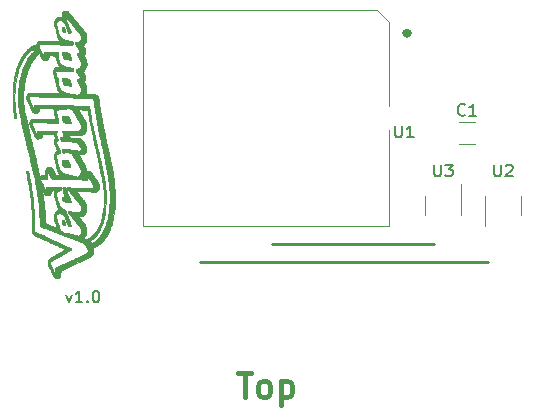
<source format=gbr>
%TF.GenerationSoftware,KiCad,Pcbnew,(6.99.0-1875-gfe1a5267a2)*%
%TF.CreationDate,2022-07-11T17:03:01+02:00*%
%TF.ProjectId,Vectorblade_PLCC32_THT_Kicad6,56656374-6f72-4626-9c61-64655f504c43,rev?*%
%TF.SameCoordinates,Original*%
%TF.FileFunction,Legend,Top*%
%TF.FilePolarity,Positive*%
%FSLAX46Y46*%
G04 Gerber Fmt 4.6, Leading zero omitted, Abs format (unit mm)*
G04 Created by KiCad (PCBNEW (6.99.0-1875-gfe1a5267a2)) date 2022-07-11 17:03:01*
%MOMM*%
%LPD*%
G01*
G04 APERTURE LIST*
%ADD10C,0.000700*%
%ADD11C,0.240000*%
%ADD12C,0.400000*%
%ADD13C,0.200000*%
%ADD14C,0.500000*%
%ADD15C,0.150000*%
%ADD16C,0.120000*%
G04 APERTURE END LIST*
D10*
G36*
X142367486Y-94885095D02*
G01*
X142363850Y-94881496D01*
X142359465Y-94876322D01*
X142348695Y-94861674D01*
X142335667Y-94841991D01*
X142320875Y-94818112D01*
X142304809Y-94790876D01*
X142287962Y-94761122D01*
X142270825Y-94729689D01*
X142253891Y-94697418D01*
X142233341Y-94657796D01*
X142212422Y-94620402D01*
X142191112Y-94585208D01*
X142169390Y-94552184D01*
X142147233Y-94521301D01*
X142124621Y-94492531D01*
X142101532Y-94465845D01*
X142077943Y-94441213D01*
X142053833Y-94418607D01*
X142029181Y-94397998D01*
X142003965Y-94379356D01*
X141978162Y-94362654D01*
X141951752Y-94347861D01*
X141924712Y-94334950D01*
X141897021Y-94323890D01*
X141868658Y-94314654D01*
X141842946Y-94307154D01*
X141818073Y-94299567D01*
X141794647Y-94292038D01*
X141773275Y-94284712D01*
X141763550Y-94281170D01*
X141754566Y-94277733D01*
X141746400Y-94274419D01*
X141739128Y-94271246D01*
X141732824Y-94268232D01*
X141727566Y-94265395D01*
X141723430Y-94262754D01*
X141720491Y-94260326D01*
X141710136Y-94254847D01*
X141690896Y-94246127D01*
X141630047Y-94220815D01*
X141556967Y-94192191D01*
X141546511Y-94188095D01*
X141448852Y-94151671D01*
X141345174Y-94112507D01*
X141245432Y-94075427D01*
X141103130Y-94023260D01*
X141058757Y-94006552D01*
X141011143Y-93987761D01*
X140966307Y-93969433D01*
X140930269Y-93954115D01*
X140876727Y-93931620D01*
X140812160Y-93906115D01*
X140741747Y-93879453D01*
X140670669Y-93853485D01*
X140604104Y-93830064D01*
X140547235Y-93811042D01*
X140505240Y-93798270D01*
X140491439Y-93794807D01*
X140483299Y-93793601D01*
X140480154Y-93793402D01*
X140476311Y-93792820D01*
X140471823Y-93791876D01*
X140466746Y-93790592D01*
X140455041Y-93787090D01*
X140441627Y-93782489D01*
X140426941Y-93776962D01*
X140411415Y-93770682D01*
X140395485Y-93763823D01*
X140379583Y-93756560D01*
X140357628Y-93746011D01*
X140324329Y-93731441D01*
X140230181Y-93692663D01*
X140110105Y-93645087D01*
X139977063Y-93593576D01*
X139910634Y-93568684D01*
X139847533Y-93544457D01*
X139789236Y-93521562D01*
X139737218Y-93500663D01*
X139722710Y-93494686D01*
X139692956Y-93482427D01*
X139657926Y-93467519D01*
X139633603Y-93456604D01*
X139625918Y-93452852D01*
X139621463Y-93450348D01*
X139618781Y-93448006D01*
X139615396Y-93445617D01*
X139611360Y-93443191D01*
X139606724Y-93440741D01*
X139601538Y-93438275D01*
X139595853Y-93435807D01*
X139583187Y-93430902D01*
X139569132Y-93426112D01*
X139554094Y-93421525D01*
X139538477Y-93417228D01*
X139522686Y-93413307D01*
X139506133Y-93408720D01*
X139486570Y-93402541D01*
X139464692Y-93395032D01*
X139441194Y-93386452D01*
X139416769Y-93377061D01*
X139392114Y-93367120D01*
X139367921Y-93356891D01*
X139344886Y-93346632D01*
X139323452Y-93337526D01*
X139302133Y-93328883D01*
X139281510Y-93320934D01*
X139262159Y-93313912D01*
X139244661Y-93308047D01*
X139236787Y-93305621D01*
X139229593Y-93303571D01*
X139223152Y-93301926D01*
X139217536Y-93300716D01*
X139212816Y-93299968D01*
X139209066Y-93299712D01*
X139205308Y-93299598D01*
X139201455Y-93299264D01*
X139197530Y-93298719D01*
X139193555Y-93297976D01*
X139189551Y-93297044D01*
X139185539Y-93295936D01*
X139181542Y-93294661D01*
X139177581Y-93293230D01*
X139173678Y-93291655D01*
X139169854Y-93289945D01*
X139166132Y-93288113D01*
X139162533Y-93286169D01*
X139159078Y-93284123D01*
X139155790Y-93281987D01*
X139152690Y-93279772D01*
X139149799Y-93277487D01*
X139141267Y-93272457D01*
X139125529Y-93265024D01*
X139103483Y-93255566D01*
X139076025Y-93244458D01*
X139044052Y-93232077D01*
X139008462Y-93218799D01*
X138970152Y-93205000D01*
X138930019Y-93191057D01*
X138838534Y-93158915D01*
X138735241Y-93120986D01*
X138632412Y-93081668D01*
X138542316Y-93045360D01*
X138354638Y-92966338D01*
X138339822Y-92768782D01*
X138311826Y-92264847D01*
X138302780Y-92102032D01*
X138290457Y-91906068D01*
X138272722Y-91682149D01*
X138225301Y-91189572D01*
X138169083Y-90702552D01*
X138140351Y-90485578D01*
X138112633Y-90299338D01*
X138096774Y-90193537D01*
X138080222Y-90088200D01*
X138065058Y-89995827D01*
X138053366Y-89928921D01*
X138041368Y-89857307D01*
X138497866Y-89857307D01*
X138497951Y-89865142D01*
X138498199Y-89872876D01*
X138498599Y-89880465D01*
X138499140Y-89887866D01*
X138499811Y-89895036D01*
X138500601Y-89901931D01*
X138501500Y-89908507D01*
X138502496Y-89914721D01*
X138503580Y-89920531D01*
X138504739Y-89925892D01*
X138505964Y-89930761D01*
X138507242Y-89935094D01*
X138508564Y-89938849D01*
X138509919Y-89941982D01*
X138511295Y-89944448D01*
X138511988Y-89945419D01*
X138512683Y-89946206D01*
X138517988Y-89959108D01*
X138525030Y-89989229D01*
X138546638Y-90116290D01*
X138582136Y-90357716D01*
X138636155Y-90743838D01*
X138658476Y-90916192D01*
X138679062Y-91095232D01*
X138697795Y-91279538D01*
X138714560Y-91467693D01*
X138729241Y-91658279D01*
X138741724Y-91849878D01*
X138751891Y-92041072D01*
X138759627Y-92230443D01*
X138766312Y-92405267D01*
X138769600Y-92475813D01*
X138773286Y-92536307D01*
X138775380Y-92563063D01*
X138777696Y-92587641D01*
X138780274Y-92610153D01*
X138783154Y-92630710D01*
X138786379Y-92649424D01*
X138789988Y-92666407D01*
X138794021Y-92681770D01*
X138798521Y-92695625D01*
X138803527Y-92708083D01*
X138809080Y-92719257D01*
X138815221Y-92729258D01*
X138821990Y-92738198D01*
X138829429Y-92746189D01*
X138837578Y-92753341D01*
X138846477Y-92759767D01*
X138856167Y-92765579D01*
X138866690Y-92770888D01*
X138878085Y-92775806D01*
X138890393Y-92780444D01*
X138903656Y-92784915D01*
X138933206Y-92793800D01*
X138967061Y-92803354D01*
X138978597Y-92806676D01*
X138990014Y-92810140D01*
X139012244Y-92817360D01*
X139033258Y-92824754D01*
X139052565Y-92832061D01*
X139069673Y-92839021D01*
X139084089Y-92845373D01*
X139090134Y-92848240D01*
X139095322Y-92850857D01*
X139099591Y-92853192D01*
X139102880Y-92855212D01*
X139105705Y-92857205D01*
X139109502Y-92859462D01*
X139119742Y-92864666D01*
X139133049Y-92870622D01*
X139148873Y-92877129D01*
X139166666Y-92883983D01*
X139185877Y-92890981D01*
X139205955Y-92897921D01*
X139226352Y-92904601D01*
X139246648Y-92911281D01*
X139266481Y-92918222D01*
X139285387Y-92925220D01*
X139302905Y-92932074D01*
X139318571Y-92938580D01*
X139331921Y-92944537D01*
X139337583Y-92947246D01*
X139342493Y-92949741D01*
X139346593Y-92951998D01*
X139349825Y-92953990D01*
X139357566Y-92957757D01*
X139371008Y-92963289D01*
X139389369Y-92970268D01*
X139411869Y-92978376D01*
X139437726Y-92987294D01*
X139466159Y-92996704D01*
X139496385Y-93006287D01*
X139527624Y-93015726D01*
X139543615Y-93020409D01*
X139559124Y-93025175D01*
X139574077Y-93029991D01*
X139588396Y-93034826D01*
X139602006Y-93039646D01*
X139614831Y-93044419D01*
X139626796Y-93049113D01*
X139637823Y-93053694D01*
X139647838Y-93058131D01*
X139656764Y-93062390D01*
X139664525Y-93066440D01*
X139671045Y-93070247D01*
X139676249Y-93073779D01*
X139678333Y-93075432D01*
X139680060Y-93077004D01*
X139681419Y-93078491D01*
X139682402Y-93079889D01*
X139682998Y-93081194D01*
X139683199Y-93082401D01*
X139683250Y-93083327D01*
X139683399Y-93084251D01*
X139683645Y-93085171D01*
X139683986Y-93086086D01*
X139684418Y-93086994D01*
X139684941Y-93087892D01*
X139686248Y-93089655D01*
X139687887Y-93091360D01*
X139689841Y-93092993D01*
X139692091Y-93094539D01*
X139694621Y-93095983D01*
X139697410Y-93097312D01*
X139700442Y-93098511D01*
X139703698Y-93099564D01*
X139707161Y-93100459D01*
X139710811Y-93101180D01*
X139714632Y-93101713D01*
X139718604Y-93102044D01*
X139722710Y-93102157D01*
X139725206Y-93102114D01*
X139727600Y-93101983D01*
X139729892Y-93101766D01*
X139732082Y-93101462D01*
X139734168Y-93101072D01*
X139736151Y-93100594D01*
X139738029Y-93100030D01*
X139739804Y-93099379D01*
X139741473Y-93098641D01*
X139743037Y-93097816D01*
X139744495Y-93096904D01*
X139745847Y-93095906D01*
X139747092Y-93094821D01*
X139748230Y-93093649D01*
X139749261Y-93092390D01*
X139750183Y-93091044D01*
X139750997Y-93089612D01*
X139751702Y-93088093D01*
X139752297Y-93086486D01*
X139752783Y-93084793D01*
X139753158Y-93083014D01*
X139753422Y-93081147D01*
X139753576Y-93079194D01*
X139753617Y-93077154D01*
X139753546Y-93075027D01*
X139753363Y-93072813D01*
X139753067Y-93070512D01*
X139752657Y-93068125D01*
X139752134Y-93065650D01*
X139751495Y-93063089D01*
X139749874Y-93057707D01*
X139719276Y-92952524D01*
X139668074Y-92770017D01*
X139569605Y-92415651D01*
X139560168Y-92377747D01*
X139552222Y-92339181D01*
X139545752Y-92300158D01*
X139540743Y-92260887D01*
X139537181Y-92221571D01*
X139535052Y-92182419D01*
X139534341Y-92143635D01*
X139535033Y-92105427D01*
X139537114Y-92068000D01*
X139540570Y-92031561D01*
X139545386Y-91996315D01*
X139551547Y-91962470D01*
X139559040Y-91930230D01*
X139567849Y-91899803D01*
X139577961Y-91871394D01*
X139589361Y-91845210D01*
X139600894Y-91821955D01*
X139612406Y-91800282D01*
X139623989Y-91780092D01*
X139635740Y-91761287D01*
X139647751Y-91743770D01*
X139660116Y-91727443D01*
X139672930Y-91712209D01*
X139686286Y-91697969D01*
X139700279Y-91684626D01*
X139715003Y-91672083D01*
X139730552Y-91660242D01*
X139747019Y-91649005D01*
X139764499Y-91638274D01*
X139783087Y-91627952D01*
X139802875Y-91617941D01*
X139823958Y-91608143D01*
X139840948Y-91600743D01*
X139855815Y-91593273D01*
X139862457Y-91589473D01*
X139868576Y-91585609D01*
X139874173Y-91581664D01*
X139879250Y-91577622D01*
X139883810Y-91573469D01*
X139887855Y-91569187D01*
X139891387Y-91564762D01*
X139894409Y-91560177D01*
X139896923Y-91555417D01*
X139898930Y-91550465D01*
X139900434Y-91545306D01*
X139901437Y-91539925D01*
X139901940Y-91534304D01*
X139901946Y-91528429D01*
X139901458Y-91522284D01*
X139900477Y-91515852D01*
X139899006Y-91509119D01*
X139897047Y-91502067D01*
X139894603Y-91494682D01*
X139891675Y-91486947D01*
X139884378Y-91470366D01*
X139875175Y-91452197D01*
X139864083Y-91432313D01*
X139851122Y-91410588D01*
X139840424Y-91389906D01*
X139828974Y-91365520D01*
X139817176Y-91338356D01*
X139805437Y-91309340D01*
X139794160Y-91279398D01*
X139783752Y-91249456D01*
X139774617Y-91220440D01*
X139767160Y-91193276D01*
X139716730Y-91002010D01*
X139667457Y-90822551D01*
X139627907Y-90685227D01*
X139614455Y-90641843D01*
X139606646Y-90620366D01*
X139597680Y-90602588D01*
X139589322Y-90581862D01*
X139581600Y-90558482D01*
X139574544Y-90532739D01*
X139568182Y-90504927D01*
X139562544Y-90475339D01*
X139557658Y-90444267D01*
X139553554Y-90412006D01*
X139550259Y-90378848D01*
X139547804Y-90345085D01*
X139546218Y-90311011D01*
X139545528Y-90276920D01*
X139545764Y-90243103D01*
X139546956Y-90209854D01*
X139549131Y-90177466D01*
X139552319Y-90146232D01*
X139560046Y-90079996D01*
X139562466Y-90053040D01*
X139563663Y-90029821D01*
X139563742Y-90019525D01*
X139563442Y-90010060D01*
X139562739Y-90001389D01*
X139561608Y-89993478D01*
X139560025Y-89986293D01*
X139557965Y-89979798D01*
X139555405Y-89973959D01*
X139552319Y-89968740D01*
X139548683Y-89964108D01*
X139544473Y-89960027D01*
X139539664Y-89956462D01*
X139534232Y-89953379D01*
X139528153Y-89950742D01*
X139521401Y-89948518D01*
X139513954Y-89946670D01*
X139505785Y-89945165D01*
X139496872Y-89943967D01*
X139487188Y-89943042D01*
X139465416Y-89941871D01*
X139440271Y-89941372D01*
X139411561Y-89941268D01*
X139393489Y-89941603D01*
X139377186Y-89942672D01*
X139362569Y-89944573D01*
X139355866Y-89945865D01*
X139349554Y-89947403D01*
X139343622Y-89949198D01*
X139338059Y-89951261D01*
X139332855Y-89953606D01*
X139328000Y-89956244D01*
X139323483Y-89959188D01*
X139319293Y-89962450D01*
X139315421Y-89966041D01*
X139311857Y-89969975D01*
X139308588Y-89974264D01*
X139305606Y-89978919D01*
X139302900Y-89983954D01*
X139300460Y-89989379D01*
X139298274Y-89995208D01*
X139296333Y-90001452D01*
X139294626Y-90008124D01*
X139293143Y-90015236D01*
X139290807Y-90030828D01*
X139289241Y-90048327D01*
X139288363Y-90067830D01*
X139288088Y-90089435D01*
X139287918Y-90096864D01*
X139287418Y-90104300D01*
X139286607Y-90111692D01*
X139285503Y-90118991D01*
X139284124Y-90126145D01*
X139282489Y-90133103D01*
X139280614Y-90139816D01*
X139278519Y-90146232D01*
X139276222Y-90152301D01*
X139273740Y-90157971D01*
X139271091Y-90163194D01*
X139268294Y-90167917D01*
X139266846Y-90170075D01*
X139265367Y-90172090D01*
X139263860Y-90173954D01*
X139262328Y-90175663D01*
X139260772Y-90177208D01*
X139259195Y-90178584D01*
X139257599Y-90179785D01*
X139255986Y-90180804D01*
X139252576Y-90182996D01*
X139248852Y-90185835D01*
X139244846Y-90189274D01*
X139240590Y-90193267D01*
X139236117Y-90197767D01*
X139231460Y-90202725D01*
X139221722Y-90213833D01*
X139211637Y-90226214D01*
X139201465Y-90239492D01*
X139191467Y-90253291D01*
X139181902Y-90267234D01*
X139174719Y-90278592D01*
X139167843Y-90288640D01*
X139161061Y-90297458D01*
X139154159Y-90305125D01*
X139146925Y-90311722D01*
X139139145Y-90317328D01*
X139130605Y-90322022D01*
X139121092Y-90325884D01*
X139110393Y-90328994D01*
X139098293Y-90331431D01*
X139084580Y-90333274D01*
X139069041Y-90334604D01*
X139051461Y-90335500D01*
X139031628Y-90336042D01*
X138984347Y-90336379D01*
X138959714Y-90336281D01*
X138937533Y-90335940D01*
X138917596Y-90335289D01*
X138899691Y-90334257D01*
X138891435Y-90333577D01*
X138883609Y-90332777D01*
X138876187Y-90331847D01*
X138869141Y-90330779D01*
X138862447Y-90329565D01*
X138856077Y-90328196D01*
X138850005Y-90326663D01*
X138844206Y-90324958D01*
X138838652Y-90323072D01*
X138833319Y-90320996D01*
X138828178Y-90318723D01*
X138823206Y-90316242D01*
X138818374Y-90313547D01*
X138813657Y-90310628D01*
X138809029Y-90307476D01*
X138804463Y-90304083D01*
X138799933Y-90300441D01*
X138795414Y-90296540D01*
X138790878Y-90292373D01*
X138786299Y-90287930D01*
X138776910Y-90278185D01*
X138767036Y-90267234D01*
X138753450Y-90251603D01*
X138738801Y-90232816D01*
X138723356Y-90211368D01*
X138707383Y-90187749D01*
X138691150Y-90162452D01*
X138674923Y-90135968D01*
X138658972Y-90108790D01*
X138643563Y-90081409D01*
X138628965Y-90054317D01*
X138615445Y-90028007D01*
X138603270Y-90002970D01*
X138592708Y-89979699D01*
X138584028Y-89958685D01*
X138577496Y-89940419D01*
X138573381Y-89925395D01*
X138572313Y-89919252D01*
X138571950Y-89914104D01*
X138571751Y-89910205D01*
X138571168Y-89905944D01*
X138570224Y-89901364D01*
X138568940Y-89896510D01*
X138567338Y-89891424D01*
X138565438Y-89886150D01*
X138563264Y-89880731D01*
X138560837Y-89875211D01*
X138558178Y-89869633D01*
X138555310Y-89864040D01*
X138552253Y-89858477D01*
X138549030Y-89852986D01*
X138545662Y-89847610D01*
X138542172Y-89842394D01*
X138538580Y-89837381D01*
X138534908Y-89832613D01*
X138528795Y-89824398D01*
X138523390Y-89817367D01*
X138518651Y-89811543D01*
X138514535Y-89806953D01*
X138510997Y-89803622D01*
X138509432Y-89802437D01*
X138507995Y-89801576D01*
X138506681Y-89801042D01*
X138505484Y-89800838D01*
X138504400Y-89800968D01*
X138503422Y-89801436D01*
X138502546Y-89802243D01*
X138501766Y-89803393D01*
X138501076Y-89804890D01*
X138500471Y-89806736D01*
X138499945Y-89808935D01*
X138499494Y-89811490D01*
X138498792Y-89817680D01*
X138498322Y-89825331D01*
X138498040Y-89834470D01*
X138497866Y-89857307D01*
X138041368Y-89857307D01*
X137993791Y-89573321D01*
X137932364Y-89225129D01*
X137894860Y-89039921D01*
X138376863Y-89039921D01*
X138458355Y-89212782D01*
X138520299Y-89343914D01*
X138571448Y-89453399D01*
X138612584Y-89543205D01*
X138644490Y-89615302D01*
X138657224Y-89645323D01*
X138667944Y-89671655D01*
X138676747Y-89694543D01*
X138683731Y-89714234D01*
X138688992Y-89730972D01*
X138692629Y-89745005D01*
X138694740Y-89756578D01*
X138695422Y-89765937D01*
X138695793Y-89770961D01*
X138696883Y-89776722D01*
X138698661Y-89783149D01*
X138701094Y-89790169D01*
X138704149Y-89797710D01*
X138707793Y-89805700D01*
X138711995Y-89814065D01*
X138716721Y-89822735D01*
X138721939Y-89831636D01*
X138727616Y-89840696D01*
X138733721Y-89849843D01*
X138740219Y-89859005D01*
X138747079Y-89868109D01*
X138754269Y-89877082D01*
X138761755Y-89885853D01*
X138769505Y-89894349D01*
X138843588Y-89978310D01*
X138843588Y-89815327D01*
X138843655Y-89789455D01*
X138843892Y-89766362D01*
X138844353Y-89745873D01*
X138845093Y-89727816D01*
X138845585Y-89719644D01*
X138846166Y-89712015D01*
X138846844Y-89704907D01*
X138847625Y-89698298D01*
X138848517Y-89692166D01*
X138849526Y-89686491D01*
X138850659Y-89681249D01*
X138851923Y-89676420D01*
X138853324Y-89671982D01*
X138854869Y-89667912D01*
X138856565Y-89664190D01*
X138858419Y-89660793D01*
X138860438Y-89657700D01*
X138862628Y-89654889D01*
X138864996Y-89652339D01*
X138867550Y-89650028D01*
X138870294Y-89647933D01*
X138873238Y-89646034D01*
X138876386Y-89644309D01*
X138879747Y-89642735D01*
X138883327Y-89641292D01*
X138887132Y-89639957D01*
X138891170Y-89638709D01*
X138895447Y-89637526D01*
X138955890Y-89633417D01*
X139079420Y-89631970D01*
X139435638Y-89635675D01*
X139803894Y-89645861D01*
X139942472Y-89652517D01*
X140023983Y-89659752D01*
X140050867Y-89664078D01*
X140061715Y-89666323D01*
X140070979Y-89668897D01*
X140075051Y-89670371D01*
X140078767Y-89672006D01*
X140082142Y-89673825D01*
X140085188Y-89675856D01*
X140087920Y-89678124D01*
X140090350Y-89680655D01*
X140092493Y-89683474D01*
X140094362Y-89686607D01*
X140095970Y-89690080D01*
X140097332Y-89693920D01*
X140098460Y-89698150D01*
X140099368Y-89702798D01*
X140100580Y-89713450D01*
X140101076Y-89726079D01*
X140100964Y-89740894D01*
X140100352Y-89758100D01*
X140098066Y-89800510D01*
X140090658Y-89928921D01*
X139991880Y-89943738D01*
X139968894Y-89947305D01*
X139947126Y-89951551D01*
X139926524Y-89956521D01*
X139907031Y-89962258D01*
X139888596Y-89968806D01*
X139879757Y-89972397D01*
X139871162Y-89976207D01*
X139862804Y-89980241D01*
X139854676Y-89984505D01*
X139846771Y-89989004D01*
X139839083Y-89993744D01*
X139831605Y-89998729D01*
X139824330Y-90003966D01*
X139817251Y-90009460D01*
X139810361Y-90015216D01*
X139803655Y-90021240D01*
X139797124Y-90027537D01*
X139790762Y-90034113D01*
X139784562Y-90040972D01*
X139778519Y-90048121D01*
X139772623Y-90055564D01*
X139761252Y-90071358D01*
X139750395Y-90088395D01*
X139739997Y-90106721D01*
X139731820Y-90122907D01*
X139724934Y-90138515D01*
X139719416Y-90154123D01*
X139715341Y-90170309D01*
X139712785Y-90187653D01*
X139711825Y-90206733D01*
X139712535Y-90228129D01*
X139714993Y-90252418D01*
X139719275Y-90280180D01*
X139725455Y-90311994D01*
X139743816Y-90390090D01*
X139770686Y-90491337D01*
X139806672Y-90620366D01*
X139905450Y-90978435D01*
X139922186Y-91037203D01*
X139939216Y-91091479D01*
X139956774Y-91141574D01*
X139975096Y-91187797D01*
X139994415Y-91230462D01*
X140014968Y-91269877D01*
X140025781Y-91288464D01*
X140036990Y-91306356D01*
X140048625Y-91323591D01*
X140060716Y-91340208D01*
X140073291Y-91356247D01*
X140086380Y-91371746D01*
X140100013Y-91386743D01*
X140114219Y-91401279D01*
X140129027Y-91415391D01*
X140144466Y-91429119D01*
X140177358Y-91455578D01*
X140213130Y-91480966D01*
X140252016Y-91505594D01*
X140294251Y-91529773D01*
X140340072Y-91553815D01*
X140361528Y-91565545D01*
X140382308Y-91578428D01*
X140402314Y-91592346D01*
X140421448Y-91607179D01*
X140439612Y-91622807D01*
X140456709Y-91639113D01*
X140472642Y-91655975D01*
X140487312Y-91673275D01*
X140500622Y-91690893D01*
X140512475Y-91708710D01*
X140522771Y-91726607D01*
X140531415Y-91744464D01*
X140538308Y-91762162D01*
X140541067Y-91770914D01*
X140543352Y-91779581D01*
X140545151Y-91788149D01*
X140546450Y-91796603D01*
X140547239Y-91804927D01*
X140547505Y-91813107D01*
X140547932Y-91816793D01*
X140549188Y-91822223D01*
X140554026Y-91837879D01*
X140561699Y-91859206D01*
X140571891Y-91885338D01*
X140584281Y-91915406D01*
X140598553Y-91948540D01*
X140614387Y-91983875D01*
X140631466Y-92020540D01*
X140649104Y-92059482D01*
X140666540Y-92099640D01*
X140683339Y-92139913D01*
X140699067Y-92179202D01*
X140713291Y-92216408D01*
X140725575Y-92250430D01*
X140735486Y-92280169D01*
X140742591Y-92304526D01*
X140749469Y-92327060D01*
X140758719Y-92353298D01*
X140769938Y-92382314D01*
X140782719Y-92413182D01*
X140796658Y-92444976D01*
X140811350Y-92476770D01*
X140826388Y-92507638D01*
X140841368Y-92536654D01*
X140848742Y-92551073D01*
X140856021Y-92566461D01*
X140863170Y-92582688D01*
X140870153Y-92599625D01*
X140883475Y-92635104D01*
X140895697Y-92671856D01*
X140906529Y-92708840D01*
X140915684Y-92745013D01*
X140922870Y-92779335D01*
X140925635Y-92795475D01*
X140927799Y-92810762D01*
X140945085Y-92953990D01*
X140863594Y-92953990D01*
X140855211Y-92953877D01*
X140846766Y-92953546D01*
X140838314Y-92953013D01*
X140829909Y-92952292D01*
X140821605Y-92951398D01*
X140813457Y-92950344D01*
X140805519Y-92949145D01*
X140797845Y-92947816D01*
X140790489Y-92946372D01*
X140783506Y-92944826D01*
X140776949Y-92943193D01*
X140770874Y-92941488D01*
X140765334Y-92939726D01*
X140760384Y-92937919D01*
X140756077Y-92936084D01*
X140752469Y-92934235D01*
X140746595Y-92928651D01*
X140739167Y-92918386D01*
X140719671Y-92883843D01*
X140694041Y-92830663D01*
X140662334Y-92758904D01*
X140624607Y-92668625D01*
X140580919Y-92559882D01*
X140475891Y-92287241D01*
X140458841Y-92243890D01*
X140441357Y-92201582D01*
X140423931Y-92161357D01*
X140407055Y-92124257D01*
X140391221Y-92091325D01*
X140376920Y-92063601D01*
X140370499Y-92052018D01*
X140364645Y-92042129D01*
X140359421Y-92034062D01*
X140354888Y-92027949D01*
X140341542Y-92012768D01*
X140326601Y-91997833D01*
X140310205Y-91983216D01*
X140292496Y-91968991D01*
X140273615Y-91955228D01*
X140253704Y-91942000D01*
X140232902Y-91929380D01*
X140211352Y-91917441D01*
X140189194Y-91906254D01*
X140166569Y-91895891D01*
X140143619Y-91886426D01*
X140120484Y-91877930D01*
X140097306Y-91870476D01*
X140074225Y-91864136D01*
X140051384Y-91858982D01*
X140028922Y-91855088D01*
X140011235Y-91852578D01*
X139995082Y-91850641D01*
X139980261Y-91849325D01*
X139966568Y-91848682D01*
X139953801Y-91848763D01*
X139941758Y-91849618D01*
X139930236Y-91851298D01*
X139924606Y-91852463D01*
X139919031Y-91853853D01*
X139913485Y-91855474D01*
X139907943Y-91857334D01*
X139896768Y-91861792D01*
X139885303Y-91867277D01*
X139873347Y-91873840D01*
X139860696Y-91881532D01*
X139847147Y-91890403D01*
X139832499Y-91900504D01*
X139816549Y-91911885D01*
X139790470Y-91931861D01*
X139767773Y-91951425D01*
X139748426Y-91971148D01*
X139732395Y-91991602D01*
X139719650Y-92013357D01*
X139710156Y-92036987D01*
X139703882Y-92063062D01*
X139700794Y-92092154D01*
X139700861Y-92124834D01*
X139704050Y-92161675D01*
X139710328Y-92203246D01*
X139719662Y-92250121D01*
X139732021Y-92302871D01*
X139747371Y-92362066D01*
X139786916Y-92502082D01*
X139920266Y-92966338D01*
X139930284Y-93003074D01*
X139939988Y-93037402D01*
X139949409Y-93069399D01*
X139958581Y-93099147D01*
X139967536Y-93126725D01*
X139976306Y-93152211D01*
X139984924Y-93175687D01*
X139993423Y-93197230D01*
X140001836Y-93216922D01*
X140010193Y-93234841D01*
X140018530Y-93251067D01*
X140026877Y-93265680D01*
X140035267Y-93278759D01*
X140043734Y-93290384D01*
X140052309Y-93300635D01*
X140061025Y-93309590D01*
X140078942Y-93326573D01*
X140099142Y-93344056D01*
X140121302Y-93361843D01*
X140145101Y-93379738D01*
X140170217Y-93397546D01*
X140196328Y-93415072D01*
X140223111Y-93432121D01*
X140250246Y-93448496D01*
X140277409Y-93464004D01*
X140304279Y-93478448D01*
X140330534Y-93491633D01*
X140355853Y-93503364D01*
X140379912Y-93513446D01*
X140402391Y-93521683D01*
X140422967Y-93527879D01*
X140441319Y-93531840D01*
X140489550Y-93541332D01*
X140551209Y-93554065D01*
X140618424Y-93568650D01*
X140683324Y-93583699D01*
X140860507Y-93621975D01*
X140970860Y-93645512D01*
X141078436Y-93667660D01*
X141286795Y-93712727D01*
X141441444Y-93746682D01*
X141457419Y-93750154D01*
X141472940Y-93753161D01*
X141488014Y-93755700D01*
X141502649Y-93757770D01*
X141516854Y-93759368D01*
X141530637Y-93760491D01*
X141544005Y-93761138D01*
X141556967Y-93761305D01*
X141569532Y-93760992D01*
X141581706Y-93760196D01*
X141593499Y-93758913D01*
X141604919Y-93757143D01*
X141615973Y-93754883D01*
X141626670Y-93752130D01*
X141637018Y-93748883D01*
X141647025Y-93745138D01*
X141656699Y-93740895D01*
X141666049Y-93736150D01*
X141675082Y-93730901D01*
X141683806Y-93725146D01*
X141692231Y-93718884D01*
X141700363Y-93712110D01*
X141708211Y-93704824D01*
X141715784Y-93697023D01*
X141723088Y-93688704D01*
X141730134Y-93679866D01*
X141736928Y-93670506D01*
X141743478Y-93660623D01*
X141749794Y-93650212D01*
X141755882Y-93639274D01*
X141761752Y-93627804D01*
X141767411Y-93615801D01*
X141779913Y-93584713D01*
X141790571Y-93552647D01*
X141799391Y-93519728D01*
X141806381Y-93486078D01*
X141811548Y-93451821D01*
X141814899Y-93417078D01*
X141816441Y-93381974D01*
X141816182Y-93346632D01*
X141814128Y-93311173D01*
X141810288Y-93275722D01*
X141804668Y-93240401D01*
X141797275Y-93205333D01*
X141788117Y-93170642D01*
X141777201Y-93136449D01*
X141764534Y-93102879D01*
X141750124Y-93070054D01*
X141743100Y-93055858D01*
X141735954Y-93042027D01*
X141728735Y-93028637D01*
X141721494Y-93015765D01*
X141714282Y-93003486D01*
X141707150Y-92991876D01*
X141700148Y-92981011D01*
X141693327Y-92970968D01*
X141686737Y-92961821D01*
X141680430Y-92953648D01*
X141674455Y-92946523D01*
X141668864Y-92940524D01*
X141666228Y-92937970D01*
X141663707Y-92935726D01*
X141661307Y-92933801D01*
X141659034Y-92932204D01*
X141656896Y-92930946D01*
X141654897Y-92930036D01*
X141653045Y-92929482D01*
X141651346Y-92929296D01*
X141649683Y-92929203D01*
X141647938Y-92928926D01*
X141646114Y-92928472D01*
X141644218Y-92927844D01*
X141640223Y-92926089D01*
X141635990Y-92923701D01*
X141631554Y-92920720D01*
X141626951Y-92917185D01*
X141622219Y-92913136D01*
X141617392Y-92908614D01*
X141612507Y-92903658D01*
X141607601Y-92898307D01*
X141602709Y-92892602D01*
X141597868Y-92886582D01*
X141593113Y-92880287D01*
X141588482Y-92873757D01*
X141584009Y-92867032D01*
X141579732Y-92860151D01*
X141570086Y-92844862D01*
X141558125Y-92827200D01*
X141544312Y-92807801D01*
X141529109Y-92787303D01*
X141512981Y-92766341D01*
X141496389Y-92745554D01*
X141479797Y-92725576D01*
X141463668Y-92707046D01*
X141455891Y-92698257D01*
X141448326Y-92689523D01*
X141441015Y-92680898D01*
X141433997Y-92672435D01*
X141427311Y-92664189D01*
X141420998Y-92656215D01*
X141415098Y-92648566D01*
X141409650Y-92641297D01*
X141404693Y-92634462D01*
X141400269Y-92628115D01*
X141396416Y-92622311D01*
X141393174Y-92617104D01*
X141390583Y-92612548D01*
X141388684Y-92608697D01*
X141387515Y-92605607D01*
X141387217Y-92604363D01*
X141387116Y-92603329D01*
X141386405Y-92600795D01*
X141384319Y-92596948D01*
X141380930Y-92591864D01*
X141376312Y-92585619D01*
X141363676Y-92569948D01*
X141346988Y-92550545D01*
X141326827Y-92528016D01*
X141303772Y-92502969D01*
X141278403Y-92476013D01*
X141251297Y-92447754D01*
X141224191Y-92418463D01*
X141198821Y-92390301D01*
X141175766Y-92363933D01*
X141155606Y-92340025D01*
X141146791Y-92329201D01*
X141138918Y-92319242D01*
X141132057Y-92310230D01*
X141126281Y-92302250D01*
X141121663Y-92295384D01*
X141118275Y-92289715D01*
X141116189Y-92285326D01*
X141115657Y-92283638D01*
X141115477Y-92282302D01*
X141115420Y-92280870D01*
X141115249Y-92279355D01*
X141114580Y-92276094D01*
X141113491Y-92272551D01*
X141112005Y-92268758D01*
X141110142Y-92264748D01*
X141107924Y-92260554D01*
X141105374Y-92256208D01*
X141102513Y-92251742D01*
X141099362Y-92247190D01*
X141095943Y-92242583D01*
X141092279Y-92237954D01*
X141088390Y-92233337D01*
X141084299Y-92228763D01*
X141080027Y-92224264D01*
X141075596Y-92219875D01*
X141071027Y-92215626D01*
X141061501Y-92205758D01*
X141049921Y-92193170D01*
X141036778Y-92178382D01*
X141022564Y-92161916D01*
X141007772Y-92144292D01*
X140992892Y-92126032D01*
X140978418Y-92107656D01*
X140964841Y-92089685D01*
X140949547Y-92070595D01*
X140931851Y-92049016D01*
X140912360Y-92025701D01*
X140891684Y-92001402D01*
X140870428Y-91976872D01*
X140849201Y-91952862D01*
X140828611Y-91930126D01*
X140809266Y-91909415D01*
X140799314Y-91898714D01*
X140789848Y-91887938D01*
X140780888Y-91877125D01*
X140772456Y-91866316D01*
X140764574Y-91855550D01*
X140757263Y-91844867D01*
X140750545Y-91834308D01*
X140744443Y-91823911D01*
X140738977Y-91813716D01*
X140734170Y-91803765D01*
X140730042Y-91794095D01*
X140726617Y-91784747D01*
X140723915Y-91775761D01*
X140721958Y-91767176D01*
X140720767Y-91759033D01*
X140720366Y-91751371D01*
X140720455Y-91740914D01*
X140720843Y-91731726D01*
X140721717Y-91723747D01*
X140723260Y-91716914D01*
X140724340Y-91713909D01*
X140725656Y-91711167D01*
X140727232Y-91708681D01*
X140729091Y-91706443D01*
X140731255Y-91704446D01*
X140733748Y-91702682D01*
X140736593Y-91701143D01*
X140739813Y-91699821D01*
X140743430Y-91698709D01*
X140747469Y-91697800D01*
X140756901Y-91696556D01*
X140768294Y-91696029D01*
X140781832Y-91696156D01*
X140797700Y-91696876D01*
X140816081Y-91698129D01*
X140861124Y-91701982D01*
X140894780Y-91704944D01*
X140935439Y-91709931D01*
X140981539Y-91716654D01*
X141031516Y-91724824D01*
X141083808Y-91734152D01*
X141136853Y-91744348D01*
X141189088Y-91755123D01*
X141238949Y-91766187D01*
X141297726Y-91779087D01*
X141351135Y-91789975D01*
X141399538Y-91798809D01*
X141421975Y-91802441D01*
X141443296Y-91805544D01*
X141463546Y-91808112D01*
X141482771Y-91810138D01*
X141501015Y-91811619D01*
X141518324Y-91812547D01*
X141534744Y-91812919D01*
X141550319Y-91812728D01*
X141565094Y-91811970D01*
X141579115Y-91810637D01*
X141592427Y-91808727D01*
X141605076Y-91806232D01*
X141617105Y-91803147D01*
X141628562Y-91799467D01*
X141639490Y-91795187D01*
X141649936Y-91790301D01*
X141659943Y-91784803D01*
X141669559Y-91778689D01*
X141678827Y-91771953D01*
X141687793Y-91764589D01*
X141696502Y-91756592D01*
X141704999Y-91747956D01*
X141713330Y-91738677D01*
X141721540Y-91728748D01*
X141729674Y-91718164D01*
X141737777Y-91706921D01*
X141754448Y-91681472D01*
X141769282Y-91656013D01*
X141782292Y-91630473D01*
X141793494Y-91604786D01*
X141802902Y-91578882D01*
X141810529Y-91552691D01*
X141816392Y-91526147D01*
X141820504Y-91499179D01*
X141822879Y-91471719D01*
X141823532Y-91443698D01*
X141822479Y-91415048D01*
X141819732Y-91385700D01*
X141815307Y-91355585D01*
X141809217Y-91324634D01*
X141801479Y-91292779D01*
X141792105Y-91259951D01*
X141787365Y-91244772D01*
X141782434Y-91229850D01*
X141777351Y-91215268D01*
X141772156Y-91201109D01*
X141766889Y-91187456D01*
X141761589Y-91174394D01*
X141756296Y-91162004D01*
X141751050Y-91150370D01*
X141745891Y-91139575D01*
X141740859Y-91129702D01*
X141735993Y-91120836D01*
X141731333Y-91113058D01*
X141726920Y-91106452D01*
X141722791Y-91101101D01*
X141720847Y-91098923D01*
X141718989Y-91097089D01*
X141717222Y-91095611D01*
X141715552Y-91094499D01*
X141712343Y-91092535D01*
X141709210Y-91090365D01*
X141706170Y-91088015D01*
X141703243Y-91085508D01*
X141700447Y-91082872D01*
X141697798Y-91080131D01*
X141695316Y-91077310D01*
X141693018Y-91074434D01*
X141690923Y-91071530D01*
X141689049Y-91068623D01*
X141687413Y-91065736D01*
X141686034Y-91062897D01*
X141684930Y-91060131D01*
X141684487Y-91058783D01*
X141684120Y-91057462D01*
X141683830Y-91056172D01*
X141683620Y-91054916D01*
X141683492Y-91053697D01*
X141683449Y-91052518D01*
X141683107Y-91049891D01*
X141682099Y-91046668D01*
X141680454Y-91042887D01*
X141678202Y-91038589D01*
X141675370Y-91033813D01*
X141671989Y-91028600D01*
X141668088Y-91022989D01*
X141663694Y-91017020D01*
X141658837Y-91010732D01*
X141653546Y-91004166D01*
X141641777Y-90990357D01*
X141628620Y-90975912D01*
X141621592Y-90968550D01*
X141614305Y-90961148D01*
X141565548Y-90908571D01*
X141521508Y-90860480D01*
X141482735Y-90817424D01*
X141449778Y-90779953D01*
X141423188Y-90748617D01*
X141412453Y-90735422D01*
X141403515Y-90723966D01*
X141396443Y-90714319D01*
X141391307Y-90706550D01*
X141388175Y-90700727D01*
X141387382Y-90698566D01*
X141387116Y-90696918D01*
X141386661Y-90695048D01*
X141385327Y-90692254D01*
X141383161Y-90688600D01*
X141380209Y-90684146D01*
X141372140Y-90673087D01*
X141361496Y-90659568D01*
X141348651Y-90644081D01*
X141333984Y-90627118D01*
X141317870Y-90609171D01*
X141300685Y-90590732D01*
X141291982Y-90581453D01*
X141283500Y-90572182D01*
X141275286Y-90562983D01*
X141267386Y-90553922D01*
X141259848Y-90545063D01*
X141252719Y-90536472D01*
X141246046Y-90528213D01*
X141239875Y-90520353D01*
X141234255Y-90512955D01*
X141229231Y-90506086D01*
X141224851Y-90499810D01*
X141221162Y-90494192D01*
X141218210Y-90489298D01*
X141216044Y-90485192D01*
X141214710Y-90481940D01*
X141214370Y-90480654D01*
X141214255Y-90479607D01*
X141213628Y-90477102D01*
X141211786Y-90473342D01*
X141208786Y-90468402D01*
X141204686Y-90462359D01*
X141193419Y-90447268D01*
X141178448Y-90428675D01*
X141160236Y-90407187D01*
X141139246Y-90383414D01*
X141115940Y-90357963D01*
X141090782Y-90331440D01*
X141078408Y-90317998D01*
X141066334Y-90304585D01*
X141054629Y-90291288D01*
X141043362Y-90278193D01*
X141032601Y-90265387D01*
X141022415Y-90252958D01*
X141012873Y-90240992D01*
X141004044Y-90229576D01*
X140995996Y-90218796D01*
X140988798Y-90208740D01*
X140982518Y-90199494D01*
X140977227Y-90191145D01*
X140972992Y-90183780D01*
X140969881Y-90177486D01*
X140967965Y-90172349D01*
X140967475Y-90170242D01*
X140967310Y-90168457D01*
X140967282Y-90167068D01*
X140967197Y-90165682D01*
X140967058Y-90164302D01*
X140966867Y-90162930D01*
X140966625Y-90161568D01*
X140966334Y-90160220D01*
X140965996Y-90158889D01*
X140965613Y-90157576D01*
X140965186Y-90156285D01*
X140964718Y-90155019D01*
X140964210Y-90153779D01*
X140963664Y-90152570D01*
X140963082Y-90151393D01*
X140962466Y-90150251D01*
X140961817Y-90149147D01*
X140961137Y-90148084D01*
X140960428Y-90147065D01*
X140959692Y-90146091D01*
X140958931Y-90145167D01*
X140958146Y-90144293D01*
X140957340Y-90143475D01*
X140956514Y-90142713D01*
X140955669Y-90142010D01*
X140954809Y-90141371D01*
X140953934Y-90140796D01*
X140953046Y-90140289D01*
X140952147Y-90139853D01*
X140951240Y-90139490D01*
X140950325Y-90139202D01*
X140949404Y-90138994D01*
X140948480Y-90138867D01*
X140947555Y-90138824D01*
X140946362Y-90138745D01*
X140945100Y-90138510D01*
X140942384Y-90137589D01*
X140939437Y-90136089D01*
X140936288Y-90134039D01*
X140932965Y-90131469D01*
X140929497Y-90128406D01*
X140925914Y-90124880D01*
X140922243Y-90120920D01*
X140918515Y-90116555D01*
X140914758Y-90111814D01*
X140911000Y-90106726D01*
X140907272Y-90101319D01*
X140903602Y-90095623D01*
X140900018Y-90089667D01*
X140896550Y-90083479D01*
X140893227Y-90077088D01*
X140889876Y-90070697D01*
X140886325Y-90064504D01*
X140882608Y-90058536D01*
X140878758Y-90052818D01*
X140874806Y-90047374D01*
X140870785Y-90042231D01*
X140866728Y-90037413D01*
X140862668Y-90032946D01*
X140858636Y-90028856D01*
X140854666Y-90025167D01*
X140850790Y-90021904D01*
X140847041Y-90019094D01*
X140843450Y-90016762D01*
X140841725Y-90015782D01*
X140840052Y-90014932D01*
X140838435Y-90014213D01*
X140836877Y-90013630D01*
X140835385Y-90013185D01*
X140833960Y-90012882D01*
X140829728Y-90012047D01*
X140824934Y-90010048D01*
X140819624Y-90006952D01*
X140813843Y-90002826D01*
X140801051Y-89991748D01*
X140786925Y-89977345D01*
X140771829Y-89960150D01*
X140756129Y-89940694D01*
X140740191Y-89919509D01*
X140724379Y-89897127D01*
X140709059Y-89874079D01*
X140694596Y-89850897D01*
X140681356Y-89828113D01*
X140669704Y-89806259D01*
X140660005Y-89785866D01*
X140652625Y-89767466D01*
X140647929Y-89751592D01*
X140646702Y-89744767D01*
X140646283Y-89738774D01*
X140646283Y-89686915D01*
X141293277Y-89701732D01*
X142355138Y-89733835D01*
X142476802Y-89738547D01*
X142528136Y-89740232D01*
X142573723Y-89741436D01*
X142613999Y-89742134D01*
X142649402Y-89742299D01*
X142680371Y-89741908D01*
X142707343Y-89740934D01*
X142730755Y-89739353D01*
X142741263Y-89738327D01*
X142751045Y-89737139D01*
X142760156Y-89735786D01*
X142768651Y-89734266D01*
X142776585Y-89732575D01*
X142784011Y-89730709D01*
X142790986Y-89728667D01*
X142797562Y-89726444D01*
X142803797Y-89724037D01*
X142809743Y-89721444D01*
X142815455Y-89718661D01*
X142820990Y-89715685D01*
X142831741Y-89709140D01*
X142849265Y-89696444D01*
X142863820Y-89683153D01*
X142869959Y-89676191D01*
X142875328Y-89668966D01*
X142879917Y-89661441D01*
X142883715Y-89653578D01*
X142886714Y-89645338D01*
X142888904Y-89636685D01*
X142890276Y-89627579D01*
X142890819Y-89617983D01*
X142890526Y-89607859D01*
X142889385Y-89597169D01*
X142884525Y-89573938D01*
X142876164Y-89547987D01*
X142864225Y-89519012D01*
X142848632Y-89486710D01*
X142829310Y-89450775D01*
X142806183Y-89410904D01*
X142779174Y-89366794D01*
X142748207Y-89318141D01*
X142713208Y-89264641D01*
X142675385Y-89207935D01*
X142638430Y-89151779D01*
X142570597Y-89047021D01*
X142516655Y-88962172D01*
X142483549Y-88909040D01*
X142478867Y-88901234D01*
X142474106Y-88893592D01*
X142469301Y-88886159D01*
X142464488Y-88878983D01*
X142459705Y-88872110D01*
X142454987Y-88865589D01*
X142450370Y-88859465D01*
X142445890Y-88853787D01*
X142441584Y-88848600D01*
X142437488Y-88843953D01*
X142433638Y-88839891D01*
X142430070Y-88836462D01*
X142428403Y-88835000D01*
X142426821Y-88833714D01*
X142425326Y-88832609D01*
X142423925Y-88831692D01*
X142422622Y-88830969D01*
X142421421Y-88830445D01*
X142420326Y-88830126D01*
X142419343Y-88830019D01*
X142418417Y-88829983D01*
X142417494Y-88829876D01*
X142416573Y-88829701D01*
X142415658Y-88829459D01*
X142414751Y-88829152D01*
X142413852Y-88828781D01*
X142412965Y-88828349D01*
X142412089Y-88827858D01*
X142411229Y-88827308D01*
X142410385Y-88826703D01*
X142408752Y-88825330D01*
X142407206Y-88823756D01*
X142405762Y-88821993D01*
X142404433Y-88820056D01*
X142403235Y-88817961D01*
X142402181Y-88815720D01*
X142401286Y-88813350D01*
X142400565Y-88810863D01*
X142400032Y-88808276D01*
X142399841Y-88806948D01*
X142399702Y-88805601D01*
X142399617Y-88804236D01*
X142399588Y-88802854D01*
X142399312Y-88799360D01*
X142398505Y-88795389D01*
X142397202Y-88790984D01*
X142395436Y-88786190D01*
X142390652Y-88775610D01*
X142384424Y-88763999D01*
X142377025Y-88751708D01*
X142368725Y-88739088D01*
X142359796Y-88726489D01*
X142350508Y-88714263D01*
X142341134Y-88702760D01*
X142331944Y-88692332D01*
X142323210Y-88683329D01*
X142315203Y-88676102D01*
X142311557Y-88673265D01*
X142308194Y-88671003D01*
X142305149Y-88669360D01*
X142302455Y-88668381D01*
X142300146Y-88668108D01*
X142298257Y-88668587D01*
X142296821Y-88669861D01*
X142295871Y-88671974D01*
X142294950Y-88679725D01*
X142294058Y-88693234D01*
X142292476Y-88734636D01*
X142291357Y-88790391D01*
X142290933Y-88854713D01*
X142288463Y-89015227D01*
X141493200Y-89010407D01*
X141473546Y-89010288D01*
X140707093Y-89001953D01*
X140009166Y-88988063D01*
X139359702Y-88973246D01*
X139297966Y-88906571D01*
X139291925Y-88899897D01*
X139285870Y-88892878D01*
X139279843Y-88885578D01*
X139273889Y-88878057D01*
X139268051Y-88870377D01*
X139262371Y-88862599D01*
X139256895Y-88854785D01*
X139251664Y-88846996D01*
X139246723Y-88839294D01*
X139242114Y-88831740D01*
X139237882Y-88824396D01*
X139234069Y-88817324D01*
X139230719Y-88810584D01*
X139227876Y-88804239D01*
X139225583Y-88798349D01*
X139223883Y-88792977D01*
X139208294Y-88755202D01*
X139178816Y-88688951D01*
X139139150Y-88603717D01*
X139116655Y-88556947D01*
X139093002Y-88508991D01*
X138979408Y-88274393D01*
X138971999Y-88612707D01*
X138964591Y-88953491D01*
X138722585Y-88953491D01*
X138687569Y-88953582D01*
X138655563Y-88953876D01*
X138626393Y-88954402D01*
X138599885Y-88955188D01*
X138575866Y-88956264D01*
X138554162Y-88957658D01*
X138534599Y-88959399D01*
X138517004Y-88961516D01*
X138501204Y-88964038D01*
X138487024Y-88966995D01*
X138480487Y-88968645D01*
X138474291Y-88970415D01*
X138468412Y-88972307D01*
X138462831Y-88974326D01*
X138457524Y-88976475D01*
X138452471Y-88978759D01*
X138447649Y-88981179D01*
X138443037Y-88983741D01*
X138438613Y-88986447D01*
X138434355Y-88989302D01*
X138426252Y-88995471D01*
X138376863Y-89039921D01*
X137894860Y-89039921D01*
X137889766Y-89014763D01*
X137824943Y-88716424D01*
X137754564Y-88406972D01*
X137695297Y-88163268D01*
X137670679Y-88060748D01*
X137646525Y-87954292D01*
X137608866Y-87780505D01*
X137579464Y-87630332D01*
X137534783Y-87431078D01*
X137473433Y-87176262D01*
X137394024Y-86859401D01*
X137377761Y-86792302D01*
X137362539Y-86727286D01*
X137348706Y-86665974D01*
X137336610Y-86609988D01*
X137326597Y-86560946D01*
X137319015Y-86520470D01*
X137314211Y-86490181D01*
X137312960Y-86479363D01*
X137312533Y-86471699D01*
X137312391Y-86465658D01*
X137311978Y-86459602D01*
X137311312Y-86453576D01*
X137310411Y-86447621D01*
X137309292Y-86441783D01*
X137307975Y-86436104D01*
X137306477Y-86430627D01*
X137304816Y-86425397D01*
X137303010Y-86420455D01*
X137301078Y-86415847D01*
X137299037Y-86411615D01*
X137296906Y-86407802D01*
X137294702Y-86404453D01*
X137293579Y-86402965D01*
X137292445Y-86401610D01*
X137291301Y-86400391D01*
X137290151Y-86399316D01*
X137288996Y-86398389D01*
X137287839Y-86397616D01*
X137286464Y-86396850D01*
X137285119Y-86395944D01*
X137282523Y-86393728D01*
X137280058Y-86391007D01*
X137277729Y-86387815D01*
X137275546Y-86384189D01*
X137273514Y-86380166D01*
X137271641Y-86375780D01*
X137269935Y-86371069D01*
X137268402Y-86366069D01*
X137267051Y-86360815D01*
X137265887Y-86355345D01*
X137264919Y-86349693D01*
X137264153Y-86343897D01*
X137263597Y-86337992D01*
X137263259Y-86332015D01*
X137263144Y-86326002D01*
X137261133Y-86307095D01*
X137255388Y-86273835D01*
X137234437Y-86171661D01*
X137203762Y-86034298D01*
X137166836Y-85876563D01*
X136986875Y-85129556D01*
X136771725Y-84212157D01*
X136740702Y-84075180D01*
X136707828Y-83921071D01*
X136642079Y-83591092D01*
X136585590Y-83281486D01*
X136564291Y-83152843D01*
X136549475Y-83051519D01*
X136537706Y-82961963D01*
X136525706Y-82874027D01*
X136507494Y-82742838D01*
X136503915Y-82711126D01*
X136500626Y-82658607D01*
X136495147Y-82502376D01*
X136491520Y-82296602D01*
X136490777Y-82164679D01*
X136921126Y-82164679D01*
X136923441Y-82330928D01*
X136928534Y-82479495D01*
X136936405Y-82599760D01*
X136941383Y-82645960D01*
X136947055Y-82681102D01*
X136956084Y-82730876D01*
X136967428Y-82803339D01*
X136979698Y-82888767D01*
X136991505Y-82977435D01*
X137023675Y-83178271D01*
X137075235Y-83451569D01*
X137222398Y-84151656D01*
X137404751Y-84949904D01*
X137594050Y-85718518D01*
X137612069Y-85788357D01*
X137634487Y-85879032D01*
X137658294Y-85978968D01*
X137680480Y-86076588D01*
X137744377Y-86352548D01*
X137828647Y-86706296D01*
X137870936Y-86884251D01*
X137913225Y-87066835D01*
X137979283Y-87360699D01*
X138028363Y-87570911D01*
X138050472Y-87663167D01*
X138060008Y-87700918D01*
X138068183Y-87731115D01*
X138084427Y-87798022D01*
X138105533Y-87890395D01*
X138152144Y-88101532D01*
X138189210Y-88275985D01*
X138219475Y-88416463D01*
X138243779Y-88526498D01*
X138253957Y-88571203D01*
X138262960Y-88609620D01*
X138270892Y-88642192D01*
X138277859Y-88669360D01*
X138283964Y-88691564D01*
X138289314Y-88709247D01*
X138294012Y-88722849D01*
X138298164Y-88732813D01*
X138300068Y-88736568D01*
X138301875Y-88739578D01*
X138303597Y-88741900D01*
X138305249Y-88743588D01*
X138306015Y-88744435D01*
X138306920Y-88745126D01*
X138307959Y-88745664D01*
X138309127Y-88746052D01*
X138310418Y-88746294D01*
X138311826Y-88746393D01*
X138313346Y-88746351D01*
X138314973Y-88746173D01*
X138318525Y-88745417D01*
X138322439Y-88744152D01*
X138326671Y-88742402D01*
X138331179Y-88740192D01*
X138335917Y-88737548D01*
X138340844Y-88734496D01*
X138345916Y-88731060D01*
X138351089Y-88727266D01*
X138356319Y-88723139D01*
X138361564Y-88718705D01*
X138366781Y-88713989D01*
X138371925Y-88709016D01*
X138380203Y-88701108D01*
X138388492Y-88694025D01*
X138396976Y-88687724D01*
X138405841Y-88682160D01*
X138415269Y-88677291D01*
X138425447Y-88673074D01*
X138436557Y-88669463D01*
X138448786Y-88666418D01*
X138462317Y-88663893D01*
X138477334Y-88661845D01*
X138494023Y-88660232D01*
X138512567Y-88659009D01*
X138555961Y-88657563D01*
X138608991Y-88657157D01*
X138794200Y-88657157D01*
X138794200Y-88452193D01*
X138794523Y-88409602D01*
X138795516Y-88369718D01*
X138797211Y-88332408D01*
X138799640Y-88297544D01*
X138802836Y-88264995D01*
X138806831Y-88234631D01*
X138811659Y-88206322D01*
X138817350Y-88179937D01*
X138823939Y-88155346D01*
X138831458Y-88132420D01*
X138839939Y-88111027D01*
X138849415Y-88091037D01*
X138859918Y-88072321D01*
X138871481Y-88054748D01*
X138884136Y-88038188D01*
X138897916Y-88022510D01*
X138906136Y-88013733D01*
X138914247Y-88005889D01*
X138922431Y-87998928D01*
X138930868Y-87992799D01*
X138939739Y-87987452D01*
X138949225Y-87982835D01*
X138959506Y-87978898D01*
X138970765Y-87975590D01*
X138983181Y-87972862D01*
X138996935Y-87970661D01*
X139012209Y-87968938D01*
X139029183Y-87967642D01*
X139048037Y-87966722D01*
X139068954Y-87966128D01*
X139117696Y-87965713D01*
X139146459Y-87965763D01*
X139171851Y-87965993D01*
X139194203Y-87966527D01*
X139213851Y-87967488D01*
X139222763Y-87968167D01*
X139231125Y-87968999D01*
X139238976Y-87969999D01*
X139246358Y-87971182D01*
X139253314Y-87972565D01*
X139259885Y-87974162D01*
X139266112Y-87975989D01*
X139272037Y-87978060D01*
X139277701Y-87980392D01*
X139283147Y-87983000D01*
X139288415Y-87985899D01*
X139293548Y-87989105D01*
X139298587Y-87992633D01*
X139303573Y-87996498D01*
X139308548Y-88000715D01*
X139313554Y-88005301D01*
X139318633Y-88010270D01*
X139323825Y-88015638D01*
X139334718Y-88027632D01*
X139346566Y-88041406D01*
X139359702Y-88057082D01*
X139367480Y-88066853D01*
X139375045Y-88076678D01*
X139382356Y-88086496D01*
X139389374Y-88096246D01*
X139396060Y-88105865D01*
X139402372Y-88115292D01*
X139408273Y-88124466D01*
X139413721Y-88133326D01*
X139418678Y-88141809D01*
X139423102Y-88149855D01*
X139426955Y-88157401D01*
X139430197Y-88164387D01*
X139432788Y-88170750D01*
X139434688Y-88176430D01*
X139435857Y-88181365D01*
X139436155Y-88183533D01*
X139436255Y-88185493D01*
X139436426Y-88189363D01*
X139436930Y-88193538D01*
X139437753Y-88197973D01*
X139438879Y-88202625D01*
X139440294Y-88207450D01*
X139441985Y-88212406D01*
X139443936Y-88217449D01*
X139446133Y-88222535D01*
X139448561Y-88227621D01*
X139451207Y-88232663D01*
X139454055Y-88237619D01*
X139457091Y-88242445D01*
X139460301Y-88247097D01*
X139463670Y-88251531D01*
X139467183Y-88255706D01*
X139470827Y-88259576D01*
X139474756Y-88264394D01*
X139479104Y-88270452D01*
X139488885Y-88285930D01*
X139499824Y-88305285D01*
X139511573Y-88327795D01*
X139523785Y-88352735D01*
X139536113Y-88379383D01*
X139548210Y-88407015D01*
X139559727Y-88434907D01*
X139575221Y-88471562D01*
X139589568Y-88503931D01*
X139603184Y-88532299D01*
X139616486Y-88556952D01*
X139629889Y-88578175D01*
X139636758Y-88587590D01*
X139643809Y-88596255D01*
X139651093Y-88604206D01*
X139658663Y-88611478D01*
X139666569Y-88618107D01*
X139674865Y-88624128D01*
X139683603Y-88629578D01*
X139692833Y-88634493D01*
X139702609Y-88638907D01*
X139712982Y-88642856D01*
X139724005Y-88646378D01*
X139735729Y-88649506D01*
X139761489Y-88654726D01*
X139790678Y-88658804D01*
X139823712Y-88662024D01*
X139861007Y-88664672D01*
X139902980Y-88667035D01*
X139938640Y-88669170D01*
X139969828Y-88670918D01*
X139996763Y-88672238D01*
X140019661Y-88673093D01*
X140029664Y-88673332D01*
X140038739Y-88673441D01*
X140046913Y-88673412D01*
X140054214Y-88673242D01*
X140060668Y-88672926D01*
X140066303Y-88672458D01*
X140071146Y-88671833D01*
X140075224Y-88671048D01*
X140078563Y-88670095D01*
X140079965Y-88669555D01*
X140081192Y-88668972D01*
X140082249Y-88668344D01*
X140083138Y-88667672D01*
X140083862Y-88666954D01*
X140084426Y-88666191D01*
X140084833Y-88665381D01*
X140085085Y-88664523D01*
X140085188Y-88663618D01*
X140085142Y-88662664D01*
X140084954Y-88661662D01*
X140084624Y-88660609D01*
X140084158Y-88659507D01*
X140083558Y-88658353D01*
X140081971Y-88655891D01*
X140079890Y-88653217D01*
X140077342Y-88650327D01*
X140074355Y-88647217D01*
X140070956Y-88643880D01*
X140067171Y-88640312D01*
X140058555Y-88632463D01*
X140042195Y-88616487D01*
X140025608Y-88599226D01*
X140008912Y-88580845D01*
X139992227Y-88561505D01*
X139975672Y-88541369D01*
X139959367Y-88520600D01*
X139943431Y-88499360D01*
X139927983Y-88477814D01*
X139913143Y-88456122D01*
X139899030Y-88434449D01*
X139885763Y-88412957D01*
X139873462Y-88391808D01*
X139862247Y-88371165D01*
X139852236Y-88351192D01*
X139843549Y-88332051D01*
X139836305Y-88313905D01*
X139816665Y-88255226D01*
X139790775Y-88169982D01*
X139729501Y-87953365D01*
X139671006Y-87731193D01*
X139648589Y-87639004D01*
X139633811Y-87570602D01*
X139629339Y-87545078D01*
X139623508Y-87515502D01*
X139616577Y-87482917D01*
X139608807Y-87448364D01*
X139591791Y-87377522D01*
X139574544Y-87311310D01*
X139560740Y-87253052D01*
X139549888Y-87196799D01*
X139541988Y-87142528D01*
X139537039Y-87090217D01*
X139535042Y-87039846D01*
X139535997Y-86991391D01*
X139539904Y-86944832D01*
X139542964Y-86922257D01*
X139546763Y-86900147D01*
X139551299Y-86878500D01*
X139556573Y-86857314D01*
X139562585Y-86836585D01*
X139569335Y-86816312D01*
X139576823Y-86796490D01*
X139585049Y-86777118D01*
X139594012Y-86758192D01*
X139603714Y-86739711D01*
X139614154Y-86721670D01*
X139625331Y-86704069D01*
X139637247Y-86686903D01*
X139649901Y-86670171D01*
X139663292Y-86653869D01*
X139677421Y-86637994D01*
X139692289Y-86622545D01*
X139707894Y-86607518D01*
X139801733Y-86521088D01*
X139720241Y-86348227D01*
X139672270Y-86243816D01*
X139634659Y-86161166D01*
X139605730Y-86096112D01*
X139593997Y-86068881D01*
X139583804Y-86044485D01*
X139574943Y-86022405D01*
X139567203Y-86002119D01*
X139560375Y-85983106D01*
X139554248Y-85964846D01*
X139548614Y-85946817D01*
X139543261Y-85928499D01*
X139532563Y-85888910D01*
X139527822Y-85871187D01*
X139523800Y-85854888D01*
X139520523Y-85839761D01*
X139518017Y-85825553D01*
X139516306Y-85812011D01*
X139515417Y-85798881D01*
X139515374Y-85785911D01*
X139516203Y-85772846D01*
X139517929Y-85759434D01*
X139520578Y-85745422D01*
X139524174Y-85730556D01*
X139528743Y-85714583D01*
X139534311Y-85697250D01*
X139540902Y-85678303D01*
X139557258Y-85634558D01*
X139574303Y-85588135D01*
X139581056Y-85568474D01*
X139586660Y-85550713D01*
X139591134Y-85534499D01*
X139594502Y-85519483D01*
X139596785Y-85505313D01*
X139598004Y-85491639D01*
X139598181Y-85478109D01*
X139597338Y-85464373D01*
X139595497Y-85450081D01*
X139592679Y-85434880D01*
X139588906Y-85418420D01*
X139584200Y-85400351D01*
X139572075Y-85357979D01*
X139568261Y-85344622D01*
X139564251Y-85331457D01*
X139560083Y-85318559D01*
X139555792Y-85306006D01*
X139551413Y-85293871D01*
X139546985Y-85282232D01*
X139542541Y-85271165D01*
X139538120Y-85260745D01*
X139533756Y-85251049D01*
X139529486Y-85242152D01*
X139525347Y-85234131D01*
X139521374Y-85227061D01*
X139517603Y-85221018D01*
X139514071Y-85216078D01*
X139510815Y-85212318D01*
X139509301Y-85210904D01*
X139507869Y-85209813D01*
X139491794Y-85205462D01*
X139459030Y-85200813D01*
X139352834Y-85191061D01*
X139208092Y-85181424D01*
X139043613Y-85172771D01*
X138878209Y-85165970D01*
X138730688Y-85161890D01*
X138619863Y-85161398D01*
X138584088Y-85162769D01*
X138564541Y-85165363D01*
X138559186Y-85167452D01*
X138554229Y-85170036D01*
X138549663Y-85173149D01*
X138545480Y-85176822D01*
X138541674Y-85181089D01*
X138538236Y-85185982D01*
X138535160Y-85191532D01*
X138532439Y-85197774D01*
X138530064Y-85204739D01*
X138528030Y-85212461D01*
X138526329Y-85220970D01*
X138524953Y-85230301D01*
X138523896Y-85240486D01*
X138523149Y-85251557D01*
X138522707Y-85263547D01*
X138522561Y-85276488D01*
X138522352Y-85290015D01*
X138521702Y-85302861D01*
X138520575Y-85315100D01*
X138518934Y-85326803D01*
X138516743Y-85338044D01*
X138513966Y-85348893D01*
X138510567Y-85359424D01*
X138506509Y-85369710D01*
X138501757Y-85379821D01*
X138496275Y-85389832D01*
X138490025Y-85399813D01*
X138482972Y-85409838D01*
X138475080Y-85419979D01*
X138466313Y-85430307D01*
X138456634Y-85440896D01*
X138446008Y-85451818D01*
X138434339Y-85464130D01*
X138423272Y-85475186D01*
X138412594Y-85485064D01*
X138402098Y-85493838D01*
X138391573Y-85501584D01*
X138380809Y-85508379D01*
X138369596Y-85514299D01*
X138357725Y-85519420D01*
X138344986Y-85523816D01*
X138331169Y-85527566D01*
X138316064Y-85530744D01*
X138299462Y-85533426D01*
X138281152Y-85535689D01*
X138260925Y-85537608D01*
X138238571Y-85539259D01*
X138213880Y-85540719D01*
X138187618Y-85542386D01*
X138164221Y-85543641D01*
X138143429Y-85544419D01*
X138124980Y-85544654D01*
X138116554Y-85544548D01*
X138108615Y-85544281D01*
X138101133Y-85543847D01*
X138094073Y-85543236D01*
X138087405Y-85542441D01*
X138081094Y-85541453D01*
X138075110Y-85540264D01*
X138069418Y-85538866D01*
X138063986Y-85537252D01*
X138058783Y-85535412D01*
X138053774Y-85533339D01*
X138048929Y-85531024D01*
X138044214Y-85528460D01*
X138039596Y-85525638D01*
X138035044Y-85522550D01*
X138030524Y-85519188D01*
X138026004Y-85515544D01*
X138021452Y-85511610D01*
X138016834Y-85507377D01*
X138012119Y-85502838D01*
X138002265Y-85492807D01*
X137991630Y-85481452D01*
X137976121Y-85463975D01*
X137960275Y-85444193D01*
X137944277Y-85422466D01*
X137928312Y-85399150D01*
X137912564Y-85374605D01*
X137897217Y-85349187D01*
X137882457Y-85323256D01*
X137868466Y-85297170D01*
X137855431Y-85271286D01*
X137843536Y-85245963D01*
X137832964Y-85221558D01*
X137823901Y-85198431D01*
X137816530Y-85176938D01*
X137811038Y-85157439D01*
X137807607Y-85140291D01*
X137806422Y-85125852D01*
X137806386Y-85123320D01*
X137806280Y-85120821D01*
X137806106Y-85118357D01*
X137805867Y-85115931D01*
X137805565Y-85113547D01*
X137805201Y-85111207D01*
X137804779Y-85108916D01*
X137804300Y-85106675D01*
X137803767Y-85104489D01*
X137803181Y-85102360D01*
X137802546Y-85100292D01*
X137801864Y-85098288D01*
X137801136Y-85096350D01*
X137800366Y-85094483D01*
X137799555Y-85092689D01*
X137798705Y-85090971D01*
X137797819Y-85089333D01*
X137796899Y-85087778D01*
X137795948Y-85086308D01*
X137794967Y-85084928D01*
X137793959Y-85083640D01*
X137792926Y-85082447D01*
X137791871Y-85081353D01*
X137790795Y-85080360D01*
X137789701Y-85079473D01*
X137788591Y-85078694D01*
X137787468Y-85078025D01*
X137786334Y-85077471D01*
X137785190Y-85077035D01*
X137784040Y-85076720D01*
X137782885Y-85076528D01*
X137781727Y-85076463D01*
X137780317Y-85076377D01*
X137778866Y-85076121D01*
X137777377Y-85075698D01*
X137775853Y-85075113D01*
X137772709Y-85073468D01*
X137769457Y-85071216D01*
X137766118Y-85068385D01*
X137762715Y-85065004D01*
X137759267Y-85061102D01*
X137755798Y-85056708D01*
X137752329Y-85051851D01*
X137748882Y-85046560D01*
X137745478Y-85040863D01*
X137742139Y-85034791D01*
X137738887Y-85028371D01*
X137735744Y-85021633D01*
X137732730Y-85014606D01*
X137729869Y-85007318D01*
X137714864Y-84969133D01*
X137696416Y-84924553D01*
X137675478Y-84875748D01*
X137653007Y-84824889D01*
X137629958Y-84774144D01*
X137607284Y-84725686D01*
X137585942Y-84681685D01*
X137566886Y-84644310D01*
X137555242Y-84620579D01*
X137543537Y-84594989D01*
X137531882Y-84567879D01*
X137520391Y-84539590D01*
X137498344Y-84480835D01*
X137478294Y-84421442D01*
X137461138Y-84364134D01*
X137453926Y-84337111D01*
X137447774Y-84311630D01*
X137442793Y-84288029D01*
X137439279Y-84267701D01*
X137626680Y-84267701D01*
X137627329Y-84276773D01*
X137628701Y-84286749D01*
X137630783Y-84297778D01*
X137633558Y-84310007D01*
X137637014Y-84323586D01*
X137645908Y-84355385D01*
X137649315Y-84366572D01*
X137653027Y-84377856D01*
X137656999Y-84389162D01*
X137661187Y-84400414D01*
X137665550Y-84411535D01*
X137670043Y-84422451D01*
X137674622Y-84433084D01*
X137679245Y-84443359D01*
X137683868Y-84453200D01*
X137688448Y-84462531D01*
X137692941Y-84471276D01*
X137697303Y-84479359D01*
X137701492Y-84486704D01*
X137705464Y-84493235D01*
X137709175Y-84498876D01*
X137712583Y-84503552D01*
X137716653Y-84508654D01*
X137721419Y-84515542D01*
X137732801Y-84534189D01*
X137746268Y-84558507D01*
X137761355Y-84587513D01*
X137777599Y-84620223D01*
X137794538Y-84655654D01*
X137811708Y-84692821D01*
X137828647Y-84730741D01*
X137942241Y-84990033D01*
X137949958Y-85006832D01*
X137958138Y-85025338D01*
X137974961Y-85065042D01*
X137990858Y-85104283D01*
X138003977Y-85138199D01*
X138008819Y-85150360D01*
X138013190Y-85160935D01*
X138017141Y-85169963D01*
X138020723Y-85177478D01*
X138022392Y-85180681D01*
X138023987Y-85183518D01*
X138025516Y-85185996D01*
X138026984Y-85188118D01*
X138028397Y-85189890D01*
X138029763Y-85191315D01*
X138031087Y-85192398D01*
X138032376Y-85193144D01*
X138033636Y-85193557D01*
X138034873Y-85193642D01*
X138036094Y-85193403D01*
X138037305Y-85192845D01*
X138038513Y-85191972D01*
X138039723Y-85190789D01*
X138040942Y-85189300D01*
X138042177Y-85187510D01*
X138043433Y-85185424D01*
X138044717Y-85183045D01*
X138047395Y-85177430D01*
X138050261Y-85170701D01*
X138053366Y-85162893D01*
X138055708Y-85157407D01*
X138058093Y-85151183D01*
X138062935Y-85136810D01*
X138067778Y-85120354D01*
X138072505Y-85102392D01*
X138077000Y-85083505D01*
X138081148Y-85064270D01*
X138084832Y-85045267D01*
X138087938Y-85027074D01*
X138091966Y-85009108D01*
X138096543Y-84990766D01*
X138101525Y-84972597D01*
X138106768Y-84955152D01*
X138112126Y-84938980D01*
X138114804Y-84931543D01*
X138117456Y-84924631D01*
X138120065Y-84918312D01*
X138122612Y-84912655D01*
X138125080Y-84907729D01*
X138127450Y-84903602D01*
X138132929Y-84896622D01*
X138140959Y-84890473D01*
X138152816Y-84885121D01*
X138169777Y-84880528D01*
X138224120Y-84873477D01*
X138314201Y-84869030D01*
X138450238Y-84866898D01*
X138642444Y-84866791D01*
X139236230Y-84871499D01*
X139762222Y-84878907D01*
X139749874Y-84957929D01*
X139746778Y-84975539D01*
X139743161Y-84994624D01*
X139735058Y-85034791D01*
X139720241Y-85106096D01*
X139718245Y-85114809D01*
X139716889Y-85124284D01*
X139716177Y-85134534D01*
X139716112Y-85145569D01*
X139716699Y-85157400D01*
X139717940Y-85170037D01*
X139719840Y-85183492D01*
X139722402Y-85197775D01*
X139725629Y-85212897D01*
X139729526Y-85228869D01*
X139734095Y-85245703D01*
X139739341Y-85263408D01*
X139751876Y-85301476D01*
X139767160Y-85343162D01*
X139780993Y-85380035D01*
X139794479Y-85417748D01*
X139807270Y-85455286D01*
X139819019Y-85491638D01*
X139829379Y-85525791D01*
X139838003Y-85556731D01*
X139844543Y-85583447D01*
X139846923Y-85594904D01*
X139848652Y-85604924D01*
X139850753Y-85619793D01*
X139852376Y-85633004D01*
X139853449Y-85644697D01*
X139853900Y-85655007D01*
X139853869Y-85659687D01*
X139853656Y-85664074D01*
X139853251Y-85668183D01*
X139852646Y-85672033D01*
X139851830Y-85675641D01*
X139850796Y-85679023D01*
X139849534Y-85682197D01*
X139848035Y-85685181D01*
X139846290Y-85687991D01*
X139844290Y-85690644D01*
X139842025Y-85693159D01*
X139839488Y-85695551D01*
X139836669Y-85697838D01*
X139833558Y-85700037D01*
X139830147Y-85702166D01*
X139826427Y-85704242D01*
X139822389Y-85706281D01*
X139818023Y-85708302D01*
X139808273Y-85712354D01*
X139797105Y-85716537D01*
X139784447Y-85720988D01*
X139776262Y-85723934D01*
X139768395Y-85727195D01*
X139760876Y-85730738D01*
X139753733Y-85734531D01*
X139746995Y-85738541D01*
X139740691Y-85742736D01*
X139734850Y-85747082D01*
X139729502Y-85751547D01*
X139727021Y-85753815D01*
X139724674Y-85756100D01*
X139722464Y-85758398D01*
X139720395Y-85760707D01*
X139718472Y-85763020D01*
X139716696Y-85765335D01*
X139715073Y-85767647D01*
X139713605Y-85769952D01*
X139712296Y-85772247D01*
X139711150Y-85774527D01*
X139710170Y-85776787D01*
X139709360Y-85779025D01*
X139708724Y-85781235D01*
X139708265Y-85783414D01*
X139707987Y-85785558D01*
X139707894Y-85787663D01*
X139710125Y-85799909D01*
X139716484Y-85821039D01*
X139739572Y-85885206D01*
X139773136Y-85970672D01*
X139813154Y-86067945D01*
X139855602Y-86167533D01*
X139896459Y-86259944D01*
X139931702Y-86335687D01*
X139957308Y-86385269D01*
X139962140Y-86393314D01*
X139967263Y-86402400D01*
X139972501Y-86412181D01*
X139977681Y-86422310D01*
X139982629Y-86432438D01*
X139987173Y-86442220D01*
X139991137Y-86451307D01*
X139994349Y-86459352D01*
X139997788Y-86468067D01*
X140002414Y-86479069D01*
X140008023Y-86491864D01*
X140014414Y-86505962D01*
X140021383Y-86520871D01*
X140028729Y-86536097D01*
X140036248Y-86551150D01*
X140043738Y-86565538D01*
X140049924Y-86578321D01*
X140055518Y-86590740D01*
X140060522Y-86602792D01*
X140064936Y-86614473D01*
X140068762Y-86625783D01*
X140072002Y-86636717D01*
X140074657Y-86647272D01*
X140076728Y-86657448D01*
X140078217Y-86667239D01*
X140079125Y-86676645D01*
X140079453Y-86685662D01*
X140079203Y-86694287D01*
X140078375Y-86702517D01*
X140076973Y-86710351D01*
X140074996Y-86717785D01*
X140072446Y-86724817D01*
X140069324Y-86731444D01*
X140065632Y-86737662D01*
X140061372Y-86743470D01*
X140056544Y-86748865D01*
X140051150Y-86753844D01*
X140045191Y-86758404D01*
X140038668Y-86762543D01*
X140031584Y-86766258D01*
X140023939Y-86769545D01*
X140015735Y-86772403D01*
X140006972Y-86774829D01*
X139997653Y-86776820D01*
X139987779Y-86778373D01*
X139977351Y-86779486D01*
X139966370Y-86780156D01*
X139954838Y-86780380D01*
X139947900Y-86780664D01*
X139940541Y-86781500D01*
X139932803Y-86782860D01*
X139924728Y-86784716D01*
X139916358Y-86787040D01*
X139907735Y-86789805D01*
X139889900Y-86796547D01*
X139871558Y-86804721D01*
X139853046Y-86814108D01*
X139834701Y-86824486D01*
X139816858Y-86835634D01*
X139799855Y-86847332D01*
X139784027Y-86859359D01*
X139769711Y-86871494D01*
X139763226Y-86877534D01*
X139757244Y-86883518D01*
X139751809Y-86889419D01*
X139746962Y-86895208D01*
X139742745Y-86900860D01*
X139739201Y-86906346D01*
X139736371Y-86911638D01*
X139734298Y-86916709D01*
X139733023Y-86921531D01*
X139732588Y-86926077D01*
X139732446Y-86930353D01*
X139732029Y-86934821D01*
X139731351Y-86939441D01*
X139730428Y-86944173D01*
X139729273Y-86948977D01*
X139727900Y-86953814D01*
X139726326Y-86958644D01*
X139724563Y-86963427D01*
X139722626Y-86968123D01*
X139720531Y-86972692D01*
X139718290Y-86977095D01*
X139715920Y-86981292D01*
X139713433Y-86985242D01*
X139710846Y-86988907D01*
X139708171Y-86992246D01*
X139705424Y-86995220D01*
X139701952Y-86999046D01*
X139698942Y-87003136D01*
X139696395Y-87007522D01*
X139694312Y-87012237D01*
X139692691Y-87017314D01*
X139691534Y-87022785D01*
X139690839Y-87028684D01*
X139690608Y-87035041D01*
X139690839Y-87041890D01*
X139691534Y-87049264D01*
X139692691Y-87057195D01*
X139694312Y-87065716D01*
X139696395Y-87074859D01*
X139698942Y-87084656D01*
X139701952Y-87095141D01*
X139705424Y-87106346D01*
X139723087Y-87165738D01*
X139749952Y-87265239D01*
X139819019Y-87534795D01*
X139888086Y-87815462D01*
X139932613Y-88007693D01*
X139937512Y-88031296D01*
X139942983Y-88054019D01*
X139949076Y-88075969D01*
X139955841Y-88097249D01*
X139963331Y-88117965D01*
X139971594Y-88138222D01*
X139980682Y-88158124D01*
X139990645Y-88177776D01*
X140001535Y-88197284D01*
X140013401Y-88216752D01*
X140026294Y-88236285D01*
X140040266Y-88255988D01*
X140055366Y-88275967D01*
X140071645Y-88296325D01*
X140089154Y-88317167D01*
X140107944Y-88338600D01*
X140134904Y-88367004D01*
X140162609Y-88393130D01*
X140191863Y-88417244D01*
X140223468Y-88439615D01*
X140258227Y-88460510D01*
X140296943Y-88480197D01*
X140340420Y-88498943D01*
X140389461Y-88517016D01*
X140444868Y-88534685D01*
X140507444Y-88552216D01*
X140657318Y-88587936D01*
X140845507Y-88626318D01*
X141078436Y-88669504D01*
X141124853Y-88678369D01*
X141172429Y-88688102D01*
X141219773Y-88698414D01*
X141265496Y-88709015D01*
X141308209Y-88719616D01*
X141346524Y-88729928D01*
X141379052Y-88739661D01*
X141392711Y-88744220D01*
X141404402Y-88748526D01*
X141421457Y-88754598D01*
X141436664Y-88759827D01*
X141450257Y-88764181D01*
X141462472Y-88767626D01*
X141468137Y-88768998D01*
X141473545Y-88770131D01*
X141478725Y-88771021D01*
X141483709Y-88771663D01*
X141488524Y-88772054D01*
X141493200Y-88772189D01*
X141497767Y-88772065D01*
X141502254Y-88771678D01*
X141506690Y-88771022D01*
X141511105Y-88770095D01*
X141515528Y-88768892D01*
X141519988Y-88767409D01*
X141524516Y-88765642D01*
X141529140Y-88763587D01*
X141533889Y-88761240D01*
X141538794Y-88758597D01*
X141549186Y-88752406D01*
X141560551Y-88744981D01*
X141573124Y-88736291D01*
X141587141Y-88726301D01*
X141608949Y-88710826D01*
X141629069Y-88695795D01*
X141647603Y-88681076D01*
X141664658Y-88666533D01*
X141680339Y-88652034D01*
X141694750Y-88637445D01*
X141707996Y-88622631D01*
X141720182Y-88607460D01*
X141731414Y-88591796D01*
X141741795Y-88575506D01*
X141751431Y-88558457D01*
X141760426Y-88540515D01*
X141768887Y-88521545D01*
X141776917Y-88501413D01*
X141784621Y-88479987D01*
X141792105Y-88457132D01*
X141799627Y-88430295D01*
X141805518Y-88403451D01*
X141809767Y-88376534D01*
X141812362Y-88349480D01*
X141813293Y-88322223D01*
X141812550Y-88294699D01*
X141810121Y-88266842D01*
X141805995Y-88238587D01*
X141800162Y-88209868D01*
X141792611Y-88180622D01*
X141783331Y-88150782D01*
X141772311Y-88120285D01*
X141759540Y-88089063D01*
X141745007Y-88057053D01*
X141728702Y-88024189D01*
X141710613Y-87990407D01*
X141677469Y-87931025D01*
X141643629Y-87869096D01*
X141613031Y-87812260D01*
X141589610Y-87768158D01*
X141579414Y-87747949D01*
X141565919Y-87723167D01*
X141549761Y-87694797D01*
X141531578Y-87663823D01*
X141491681Y-87597997D01*
X141451322Y-87533560D01*
X141430915Y-87502229D01*
X141410768Y-87469972D01*
X141391375Y-87437715D01*
X141373225Y-87406384D01*
X141356812Y-87376905D01*
X141342627Y-87350204D01*
X141331163Y-87327207D01*
X141322910Y-87308840D01*
X141319502Y-87300919D01*
X141315786Y-87292929D01*
X141311803Y-87284917D01*
X141307592Y-87276931D01*
X141303193Y-87269016D01*
X141298645Y-87261222D01*
X141293989Y-87253593D01*
X141289264Y-87246178D01*
X141284510Y-87239024D01*
X141279767Y-87232177D01*
X141275075Y-87225684D01*
X141270473Y-87219593D01*
X141266001Y-87213951D01*
X141261700Y-87208804D01*
X141257608Y-87204200D01*
X141253766Y-87200185D01*
X141249659Y-87196748D01*
X141245687Y-87192946D01*
X141241866Y-87188818D01*
X141238216Y-87184404D01*
X141234754Y-87179744D01*
X141231497Y-87174878D01*
X141228466Y-87169846D01*
X141225676Y-87164687D01*
X141223147Y-87159441D01*
X141220896Y-87154148D01*
X141218942Y-87148848D01*
X141217303Y-87143581D01*
X141215997Y-87138386D01*
X141215041Y-87133303D01*
X141214455Y-87128372D01*
X141214255Y-87123632D01*
X141214226Y-87121108D01*
X141214140Y-87118629D01*
X141213999Y-87116198D01*
X141213802Y-87113817D01*
X141213550Y-87111489D01*
X141213246Y-87109215D01*
X141212889Y-87106999D01*
X141212480Y-87104841D01*
X141212021Y-87102745D01*
X141211512Y-87100713D01*
X141210954Y-87098747D01*
X141210348Y-87096849D01*
X141209695Y-87095022D01*
X141208997Y-87093268D01*
X141208252Y-87091588D01*
X141207464Y-87089986D01*
X141206632Y-87088464D01*
X141205758Y-87087023D01*
X141204842Y-87085667D01*
X141203885Y-87084396D01*
X141202889Y-87083215D01*
X141201853Y-87082124D01*
X141200780Y-87081127D01*
X141199670Y-87080224D01*
X141198523Y-87079420D01*
X141197341Y-87078715D01*
X141196125Y-87078113D01*
X141194876Y-87077615D01*
X141193593Y-87077224D01*
X141192280Y-87076942D01*
X141190935Y-87076771D01*
X141189561Y-87076713D01*
X141188360Y-87076606D01*
X141187077Y-87076286D01*
X141184279Y-87075035D01*
X141181199Y-87073002D01*
X141177869Y-87070231D01*
X141174322Y-87066765D01*
X141170591Y-87062649D01*
X141166708Y-87057924D01*
X141162705Y-87052636D01*
X141158616Y-87046826D01*
X141154472Y-87040539D01*
X141150307Y-87033818D01*
X141146152Y-87026706D01*
X141142041Y-87019247D01*
X141138006Y-87011484D01*
X141134079Y-87003461D01*
X141130294Y-86995220D01*
X141109686Y-86952885D01*
X141088361Y-86914674D01*
X141065952Y-86880428D01*
X141042088Y-86849987D01*
X141016401Y-86823192D01*
X141002759Y-86811112D01*
X140988522Y-86799884D01*
X140973646Y-86789488D01*
X140958082Y-86779904D01*
X140941787Y-86771113D01*
X140924712Y-86763093D01*
X140888043Y-86749292D01*
X140847706Y-86738341D01*
X140803332Y-86730081D01*
X140754552Y-86724354D01*
X140700997Y-86720999D01*
X140642299Y-86719858D01*
X140578087Y-86720772D01*
X140507994Y-86723582D01*
X140452713Y-86726521D01*
X140404214Y-86728689D01*
X140362104Y-86729838D01*
X140325988Y-86729717D01*
X140310054Y-86729102D01*
X140295471Y-86728076D01*
X140282190Y-86726608D01*
X140270160Y-86724667D01*
X140259333Y-86722221D01*
X140249660Y-86719239D01*
X140241091Y-86715690D01*
X140233577Y-86711543D01*
X140227068Y-86706767D01*
X140221516Y-86701330D01*
X140216871Y-86695201D01*
X140213083Y-86688349D01*
X140210104Y-86680743D01*
X140207885Y-86672351D01*
X140206375Y-86663143D01*
X140205525Y-86653087D01*
X140205288Y-86642152D01*
X140205612Y-86630307D01*
X140207749Y-86603761D01*
X140211543Y-86573200D01*
X140216599Y-86538374D01*
X140233886Y-86427249D01*
X140446258Y-86442066D01*
X140690193Y-86465641D01*
X141032751Y-86502876D01*
X141367901Y-86542425D01*
X141499563Y-86559523D01*
X141589610Y-86572946D01*
X141604220Y-86575021D01*
X141617589Y-86576578D01*
X141629866Y-86577564D01*
X141641199Y-86577924D01*
X141646557Y-86577852D01*
X141651735Y-86577604D01*
X141656752Y-86577172D01*
X141661625Y-86576549D01*
X141666373Y-86575730D01*
X141671015Y-86574706D01*
X141675569Y-86573472D01*
X141680054Y-86572020D01*
X141684488Y-86570344D01*
X141688890Y-86568437D01*
X141693279Y-86566292D01*
X141697673Y-86563903D01*
X141702090Y-86561262D01*
X141706549Y-86558363D01*
X141711069Y-86555199D01*
X141715668Y-86551763D01*
X141725177Y-86544049D01*
X141735226Y-86535166D01*
X141745961Y-86525061D01*
X141757533Y-86513679D01*
X141772786Y-86497701D01*
X141786143Y-86482975D01*
X141797620Y-86469305D01*
X141802658Y-86462805D01*
X141807230Y-86456496D01*
X141811340Y-86450354D01*
X141814988Y-86444353D01*
X141818177Y-86438470D01*
X141820909Y-86432680D01*
X141823184Y-86426959D01*
X141825006Y-86421282D01*
X141826375Y-86415625D01*
X141827294Y-86409963D01*
X141827765Y-86404273D01*
X141827789Y-86398529D01*
X141827368Y-86392707D01*
X141826503Y-86386783D01*
X141825198Y-86380733D01*
X141823453Y-86374531D01*
X141821270Y-86368154D01*
X141818651Y-86361578D01*
X141815598Y-86354776D01*
X141812113Y-86347727D01*
X141803854Y-86332783D01*
X141793887Y-86316552D01*
X141782227Y-86298838D01*
X141739012Y-86231545D01*
X141703204Y-86175366D01*
X141695512Y-86163651D01*
X141685649Y-86149244D01*
X141673991Y-86132696D01*
X141660916Y-86114556D01*
X141646798Y-86095374D01*
X141632015Y-86075701D01*
X141616943Y-86056085D01*
X141601958Y-86037077D01*
X141595105Y-86027770D01*
X141588458Y-86018411D01*
X141582050Y-86009068D01*
X141575913Y-85999804D01*
X141570080Y-85990684D01*
X141564583Y-85981775D01*
X141559456Y-85973140D01*
X141554730Y-85964846D01*
X141550438Y-85956956D01*
X141546612Y-85949537D01*
X141543286Y-85942653D01*
X141540492Y-85936370D01*
X141538262Y-85930752D01*
X141536629Y-85925865D01*
X141535625Y-85921774D01*
X141535369Y-85920048D01*
X141535283Y-85918544D01*
X141535218Y-85917351D01*
X141535027Y-85916090D01*
X141534713Y-85914766D01*
X141534280Y-85913383D01*
X141533069Y-85910459D01*
X141531424Y-85907354D01*
X141529374Y-85904105D01*
X141526948Y-85900747D01*
X141524175Y-85897316D01*
X141521083Y-85893849D01*
X141517702Y-85890383D01*
X141514061Y-85886952D01*
X141510188Y-85883594D01*
X141506112Y-85880344D01*
X141501863Y-85877239D01*
X141497469Y-85874315D01*
X141492960Y-85871608D01*
X141488363Y-85869155D01*
X141468083Y-85860281D01*
X141440026Y-85851299D01*
X141362807Y-85833270D01*
X141261165Y-85815589D01*
X141139554Y-85798775D01*
X141002432Y-85783351D01*
X140854256Y-85769837D01*
X140699482Y-85758753D01*
X140542566Y-85750622D01*
X140127700Y-85735805D01*
X140098066Y-85651843D01*
X140094771Y-85643603D01*
X140091386Y-85635580D01*
X140087936Y-85627817D01*
X140084446Y-85620358D01*
X140080941Y-85613246D01*
X140077447Y-85606525D01*
X140073990Y-85600238D01*
X140070593Y-85594429D01*
X140067284Y-85589140D01*
X140064087Y-85584416D01*
X140061027Y-85580299D01*
X140059557Y-85578482D01*
X140058131Y-85576834D01*
X140056751Y-85575359D01*
X140055422Y-85574063D01*
X140054146Y-85572951D01*
X140052926Y-85572030D01*
X140051767Y-85571304D01*
X140050670Y-85570778D01*
X140049639Y-85570459D01*
X140048677Y-85570351D01*
X140047752Y-85570237D01*
X140046828Y-85569896D01*
X140045907Y-85569336D01*
X140044992Y-85568562D01*
X140043186Y-85566396D01*
X140041423Y-85563445D01*
X140039718Y-85559756D01*
X140038086Y-85555376D01*
X140036540Y-85550352D01*
X140035095Y-85544731D01*
X140033766Y-85538561D01*
X140032568Y-85531887D01*
X140031514Y-85524758D01*
X140030619Y-85517220D01*
X140029898Y-85509321D01*
X140029365Y-85501106D01*
X140029035Y-85492624D01*
X140028922Y-85483922D01*
X140028922Y-85397491D01*
X140162271Y-85397491D01*
X140176063Y-85397378D01*
X140189604Y-85397047D01*
X140202820Y-85396514D01*
X140215635Y-85395793D01*
X140227972Y-85394898D01*
X140239755Y-85393845D01*
X140250909Y-85392646D01*
X140261358Y-85391317D01*
X140271025Y-85389873D01*
X140279835Y-85388327D01*
X140287712Y-85386694D01*
X140294580Y-85384989D01*
X140300362Y-85383226D01*
X140304983Y-85381420D01*
X140306835Y-85380505D01*
X140308367Y-85379585D01*
X140309572Y-85378661D01*
X140310438Y-85377735D01*
X140311627Y-85374767D01*
X140312421Y-85370544D01*
X140312831Y-85365141D01*
X140312869Y-85358635D01*
X140312545Y-85351102D01*
X140312111Y-85345633D01*
X140769755Y-85345633D01*
X140769855Y-85360961D01*
X140770208Y-85374615D01*
X140770895Y-85386713D01*
X140771993Y-85397375D01*
X140772722Y-85402205D01*
X140773583Y-85406720D01*
X140774588Y-85410937D01*
X140775745Y-85414868D01*
X140777066Y-85418531D01*
X140778559Y-85421938D01*
X140780234Y-85425107D01*
X140782102Y-85428050D01*
X140784173Y-85430783D01*
X140786456Y-85433322D01*
X140788962Y-85435681D01*
X140791700Y-85437875D01*
X140794681Y-85439918D01*
X140797914Y-85441827D01*
X140801409Y-85443615D01*
X140805176Y-85445297D01*
X140809226Y-85446890D01*
X140813567Y-85448407D01*
X140823166Y-85451273D01*
X140834053Y-85454017D01*
X140846307Y-85456757D01*
X140867809Y-85459521D01*
X140899786Y-85462198D01*
X140988918Y-85466944D01*
X141101200Y-85470301D01*
X141224132Y-85471574D01*
X141294823Y-85472318D01*
X141359050Y-85473701D01*
X141417294Y-85475845D01*
X141470035Y-85478867D01*
X141517756Y-85482888D01*
X141560937Y-85488026D01*
X141580975Y-85491052D01*
X141600059Y-85494402D01*
X141618248Y-85498091D01*
X141635604Y-85502134D01*
X141652185Y-85506546D01*
X141668052Y-85511342D01*
X141683265Y-85516536D01*
X141697885Y-85522145D01*
X141711971Y-85528182D01*
X141725583Y-85534663D01*
X141738783Y-85541602D01*
X141751629Y-85549014D01*
X141764182Y-85556915D01*
X141776502Y-85565319D01*
X141788650Y-85574242D01*
X141800685Y-85583697D01*
X141824658Y-85604267D01*
X141848902Y-85627148D01*
X141859861Y-85637381D01*
X141870481Y-85647657D01*
X141880709Y-85657904D01*
X141890497Y-85668049D01*
X141899792Y-85678021D01*
X141908545Y-85687747D01*
X141916704Y-85697154D01*
X141924220Y-85706171D01*
X141931041Y-85714725D01*
X141937117Y-85722744D01*
X141942397Y-85730154D01*
X141946831Y-85736885D01*
X141950367Y-85742863D01*
X141952956Y-85748017D01*
X141953879Y-85750262D01*
X141954547Y-85752273D01*
X141954952Y-85754043D01*
X141955088Y-85755560D01*
X141955893Y-85758328D01*
X141957360Y-85761956D01*
X141959456Y-85766380D01*
X141962149Y-85771535D01*
X141969196Y-85783776D01*
X141978239Y-85798158D01*
X141989019Y-85814161D01*
X142001274Y-85831264D01*
X142014745Y-85848946D01*
X142029171Y-85866685D01*
X142036922Y-85875587D01*
X142044408Y-85884656D01*
X142051597Y-85893826D01*
X142058457Y-85903032D01*
X142064956Y-85912209D01*
X142071060Y-85921292D01*
X142076738Y-85930216D01*
X142081956Y-85938916D01*
X142086682Y-85947326D01*
X142090883Y-85955382D01*
X142094528Y-85963019D01*
X142097583Y-85970170D01*
X142100015Y-85976772D01*
X142101793Y-85982759D01*
X142102884Y-85988066D01*
X142103161Y-85990444D01*
X142103255Y-85992628D01*
X142103283Y-85994935D01*
X142103369Y-85997225D01*
X142103509Y-85999495D01*
X142103703Y-86001743D01*
X142104248Y-86006160D01*
X142104991Y-86010454D01*
X142105923Y-86014603D01*
X142107031Y-86018585D01*
X142108306Y-86022380D01*
X142109003Y-86024200D01*
X142109737Y-86025965D01*
X142110507Y-86027671D01*
X142111312Y-86029318D01*
X142112151Y-86030901D01*
X142113022Y-86032418D01*
X142113923Y-86033866D01*
X142114854Y-86035243D01*
X142115813Y-86036546D01*
X142116798Y-86037771D01*
X142117809Y-86038918D01*
X142118844Y-86039981D01*
X142119901Y-86040960D01*
X142120980Y-86041851D01*
X142122078Y-86042652D01*
X142123195Y-86043360D01*
X142124330Y-86043971D01*
X142125480Y-86044485D01*
X142127699Y-86045544D01*
X142130616Y-86047750D01*
X142134178Y-86051034D01*
X142138329Y-86055327D01*
X142148182Y-86066666D01*
X142159743Y-86081218D01*
X142172578Y-86098432D01*
X142186251Y-86117758D01*
X142200330Y-86138647D01*
X142214380Y-86160549D01*
X142225299Y-86178276D01*
X142234946Y-86194596D01*
X142243377Y-86209779D01*
X142250650Y-86224098D01*
X142256823Y-86237825D01*
X142261955Y-86251229D01*
X142266103Y-86264582D01*
X142269325Y-86278156D01*
X142271679Y-86292222D01*
X142273222Y-86307052D01*
X142274013Y-86322915D01*
X142274109Y-86340085D01*
X142273569Y-86358832D01*
X142272450Y-86379428D01*
X142268707Y-86427249D01*
X142265422Y-86457412D01*
X142261984Y-86485083D01*
X142258300Y-86510490D01*
X142254277Y-86533860D01*
X142249819Y-86555421D01*
X142244833Y-86575401D01*
X142239225Y-86594029D01*
X142232901Y-86611531D01*
X142225766Y-86628137D01*
X142217727Y-86644073D01*
X142208690Y-86659568D01*
X142198560Y-86674849D01*
X142187244Y-86690145D01*
X142174647Y-86705683D01*
X142160675Y-86721692D01*
X142145235Y-86738398D01*
X142129737Y-86754736D01*
X142114551Y-86769546D01*
X142099407Y-86782925D01*
X142084039Y-86794964D01*
X142068180Y-86805760D01*
X142051560Y-86815405D01*
X142033914Y-86823994D01*
X142014972Y-86831620D01*
X141994468Y-86838379D01*
X141972133Y-86844363D01*
X141947700Y-86849668D01*
X141920902Y-86854386D01*
X141891470Y-86858612D01*
X141859137Y-86862441D01*
X141784697Y-86869280D01*
X141582202Y-86886565D01*
X141629121Y-86938424D01*
X141639346Y-86951630D01*
X141651192Y-86968598D01*
X141664195Y-86988691D01*
X141677893Y-87011273D01*
X141691822Y-87035706D01*
X141705520Y-87061356D01*
X141718523Y-87087584D01*
X141730369Y-87113754D01*
X141742697Y-87138984D01*
X141755372Y-87164185D01*
X141768047Y-87188634D01*
X141780375Y-87211606D01*
X141792008Y-87232379D01*
X141802600Y-87250230D01*
X141807396Y-87257833D01*
X141811802Y-87264434D01*
X141815774Y-87269943D01*
X141819269Y-87274269D01*
X141822563Y-87278254D01*
X141825949Y-87282767D01*
X141829399Y-87287757D01*
X141832889Y-87293175D01*
X141836394Y-87298969D01*
X141839888Y-87305088D01*
X141843345Y-87311482D01*
X141846741Y-87318101D01*
X141853248Y-87331808D01*
X141856308Y-87338796D01*
X141859204Y-87345805D01*
X141861913Y-87352785D01*
X141864409Y-87359686D01*
X141866665Y-87366456D01*
X141868658Y-87373046D01*
X141870678Y-87379551D01*
X141873013Y-87386078D01*
X141875630Y-87392591D01*
X141878497Y-87399052D01*
X141881580Y-87405427D01*
X141884849Y-87411679D01*
X141888269Y-87417772D01*
X141891809Y-87423670D01*
X141895435Y-87429336D01*
X141899116Y-87434734D01*
X141902818Y-87439828D01*
X141906510Y-87444583D01*
X141910158Y-87448961D01*
X141913730Y-87452927D01*
X141917194Y-87456444D01*
X141920516Y-87459477D01*
X141936137Y-87474630D01*
X141954037Y-87496436D01*
X141973832Y-87524139D01*
X141995140Y-87556981D01*
X142017575Y-87594208D01*
X142040757Y-87635063D01*
X142087821Y-87724633D01*
X142133264Y-87819644D01*
X142174020Y-87914047D01*
X142191681Y-87959131D01*
X142207020Y-88001795D01*
X142219653Y-88041282D01*
X142229197Y-88076838D01*
X142238431Y-88116094D01*
X142246816Y-88150694D01*
X142254542Y-88180903D01*
X142261801Y-88206985D01*
X142265316Y-88218561D01*
X142268785Y-88229204D01*
X142272235Y-88238947D01*
X142275687Y-88247823D01*
X142279166Y-88255865D01*
X142282697Y-88263107D01*
X142286302Y-88269580D01*
X142290007Y-88275319D01*
X142293834Y-88280357D01*
X142297809Y-88284725D01*
X142301954Y-88288458D01*
X142306294Y-88291588D01*
X142310853Y-88294148D01*
X142315655Y-88296172D01*
X142320724Y-88297692D01*
X142326084Y-88298741D01*
X142331758Y-88299352D01*
X142337771Y-88299559D01*
X142344146Y-88299394D01*
X142350908Y-88298890D01*
X142358081Y-88298081D01*
X142365688Y-88296999D01*
X142382302Y-88294149D01*
X142393245Y-88292780D01*
X142404303Y-88291911D01*
X142415460Y-88291533D01*
X142426699Y-88291641D01*
X142438005Y-88292226D01*
X142449362Y-88293281D01*
X142460755Y-88294799D01*
X142472167Y-88296773D01*
X142483582Y-88299195D01*
X142494986Y-88302059D01*
X142517692Y-88309081D01*
X142540160Y-88317782D01*
X142562263Y-88328104D01*
X142583874Y-88339988D01*
X142604866Y-88353377D01*
X142625113Y-88368213D01*
X142644488Y-88384438D01*
X142662864Y-88401994D01*
X142671639Y-88411254D01*
X142680116Y-88420824D01*
X142688281Y-88430698D01*
X142696116Y-88440869D01*
X142703608Y-88451329D01*
X142710738Y-88462072D01*
X142716694Y-88471871D01*
X142722502Y-88481779D01*
X142728129Y-88491730D01*
X142733542Y-88501659D01*
X142738709Y-88511502D01*
X142743598Y-88521193D01*
X142748176Y-88530667D01*
X142752410Y-88539859D01*
X142756268Y-88548703D01*
X142759717Y-88557135D01*
X142762725Y-88565090D01*
X142765259Y-88572501D01*
X142767286Y-88579306D01*
X142768775Y-88585437D01*
X142769692Y-88590831D01*
X142770005Y-88595421D01*
X142770048Y-88597265D01*
X142770175Y-88599092D01*
X142770385Y-88600900D01*
X142770675Y-88602684D01*
X142771043Y-88604444D01*
X142771486Y-88606175D01*
X142772003Y-88607876D01*
X142772590Y-88609543D01*
X142773246Y-88611174D01*
X142773969Y-88612766D01*
X142774756Y-88614317D01*
X142775605Y-88615823D01*
X142776513Y-88617282D01*
X142777479Y-88618691D01*
X142778500Y-88620048D01*
X142779574Y-88621350D01*
X142780699Y-88622594D01*
X142781872Y-88623777D01*
X142783091Y-88624897D01*
X142784354Y-88625951D01*
X142785658Y-88626937D01*
X142787002Y-88627850D01*
X142788383Y-88628690D01*
X142789799Y-88629453D01*
X142791247Y-88630136D01*
X142792726Y-88630737D01*
X142794232Y-88631253D01*
X142795765Y-88631681D01*
X142797321Y-88632019D01*
X142798898Y-88632264D01*
X142800494Y-88632412D01*
X142802107Y-88632463D01*
X142805543Y-88633527D01*
X142810235Y-88636633D01*
X142823030Y-88648466D01*
X142839775Y-88666940D01*
X142859753Y-88691035D01*
X142906548Y-88752009D01*
X142957683Y-88823227D01*
X143007428Y-88896529D01*
X143050055Y-88963754D01*
X143066909Y-88992537D01*
X143079833Y-89016741D01*
X143088114Y-89035345D01*
X143090288Y-89042228D01*
X143091033Y-89047329D01*
X143091076Y-89048501D01*
X143091204Y-89049699D01*
X143091415Y-89050920D01*
X143091708Y-89052162D01*
X143092080Y-89053422D01*
X143092530Y-89054698D01*
X143093657Y-89057284D01*
X143095072Y-89059899D01*
X143096763Y-89062522D01*
X143098713Y-89065130D01*
X143100910Y-89067702D01*
X143103339Y-89070216D01*
X143105984Y-89072651D01*
X143108832Y-89074984D01*
X143111868Y-89077194D01*
X143115078Y-89079260D01*
X143118447Y-89081159D01*
X143121961Y-89082870D01*
X143125604Y-89084371D01*
X143132566Y-89087697D01*
X143139625Y-89092228D01*
X143146880Y-89098126D01*
X143154428Y-89105554D01*
X143162366Y-89114675D01*
X143170792Y-89125652D01*
X143179805Y-89138648D01*
X143189501Y-89153824D01*
X143211336Y-89191372D01*
X143237077Y-89239599D01*
X143267506Y-89299806D01*
X143303405Y-89373296D01*
X143311828Y-89391803D01*
X143319509Y-89409417D01*
X143326460Y-89426227D01*
X143332691Y-89442325D01*
X143338213Y-89457800D01*
X143343037Y-89472744D01*
X143347173Y-89487247D01*
X143350633Y-89501398D01*
X143353427Y-89515290D01*
X143355567Y-89529011D01*
X143357063Y-89542652D01*
X143357926Y-89556305D01*
X143358166Y-89570058D01*
X143357795Y-89584004D01*
X143356824Y-89598231D01*
X143355263Y-89612832D01*
X143351222Y-89643608D01*
X143345622Y-89673835D01*
X143338524Y-89703425D01*
X143329990Y-89732291D01*
X143320081Y-89760347D01*
X143308860Y-89787506D01*
X143296386Y-89813682D01*
X143282723Y-89838786D01*
X143267931Y-89862733D01*
X143252072Y-89885435D01*
X143235207Y-89906807D01*
X143217399Y-89926760D01*
X143208159Y-89936178D01*
X143198707Y-89945209D01*
X143189050Y-89953841D01*
X143179195Y-89962065D01*
X143169150Y-89969870D01*
X143158922Y-89977244D01*
X143148521Y-89984177D01*
X143137952Y-89990657D01*
X143034236Y-90047454D01*
X142248952Y-90027699D01*
X141941815Y-90022104D01*
X141686536Y-90019982D01*
X141586736Y-90020151D01*
X141509971Y-90021101D01*
X141459598Y-90022803D01*
X141445358Y-90023928D01*
X141438974Y-90025229D01*
X141437643Y-90026198D01*
X141436428Y-90027252D01*
X141435330Y-90028388D01*
X141434349Y-90029604D01*
X141433485Y-90030898D01*
X141432740Y-90032267D01*
X141432113Y-90033709D01*
X141431605Y-90035223D01*
X141431216Y-90036805D01*
X141430947Y-90038454D01*
X141430798Y-90040166D01*
X141430770Y-90041941D01*
X141430863Y-90043776D01*
X141431078Y-90045668D01*
X141431415Y-90047615D01*
X141431875Y-90049615D01*
X141433163Y-90053764D01*
X141434947Y-90058099D01*
X141437230Y-90062599D01*
X141440016Y-90067248D01*
X141443309Y-90072027D01*
X141447111Y-90076919D01*
X141451427Y-90081904D01*
X141456261Y-90086965D01*
X141490143Y-90122546D01*
X141524517Y-90160007D01*
X141558487Y-90198221D01*
X141591154Y-90236058D01*
X141621622Y-90272391D01*
X141648993Y-90306090D01*
X141672371Y-90336027D01*
X141690858Y-90361074D01*
X141700504Y-90375442D01*
X141712465Y-90392212D01*
X141726278Y-90410776D01*
X141741481Y-90430527D01*
X141757610Y-90450857D01*
X141774201Y-90471157D01*
X141790793Y-90490821D01*
X141806922Y-90509240D01*
X141891191Y-90608327D01*
X141942702Y-90667941D01*
X141992130Y-90724082D01*
X142015493Y-90753628D01*
X142040592Y-90787747D01*
X142066618Y-90825223D01*
X142092760Y-90864840D01*
X142118206Y-90905384D01*
X142142149Y-90945637D01*
X142163776Y-90984386D01*
X142182277Y-91020415D01*
X142206340Y-91072225D01*
X142216391Y-91095218D01*
X142225222Y-91116801D01*
X142232911Y-91137370D01*
X142239533Y-91157325D01*
X142245163Y-91177062D01*
X142249878Y-91196980D01*
X142253754Y-91217478D01*
X142256867Y-91238951D01*
X142259292Y-91261800D01*
X142261107Y-91286421D01*
X142262385Y-91313212D01*
X142263205Y-91342572D01*
X142263769Y-91410588D01*
X142262923Y-91467498D01*
X142260359Y-91521616D01*
X142256037Y-91573043D01*
X142249917Y-91621879D01*
X142241959Y-91668227D01*
X142232124Y-91712187D01*
X142220372Y-91753862D01*
X142206663Y-91793351D01*
X142199062Y-91812308D01*
X142190957Y-91830757D01*
X142182343Y-91848710D01*
X142173215Y-91866180D01*
X142163567Y-91883180D01*
X142153396Y-91899723D01*
X142142695Y-91915820D01*
X142131461Y-91931486D01*
X142119687Y-91946731D01*
X142107370Y-91961570D01*
X142094503Y-91976014D01*
X142081083Y-91990077D01*
X142067104Y-92003771D01*
X142052561Y-92017108D01*
X142021763Y-92042765D01*
X141983945Y-92072427D01*
X141967443Y-92084665D01*
X141952117Y-92095318D01*
X141937645Y-92104495D01*
X141923704Y-92112305D01*
X141909973Y-92118856D01*
X141896130Y-92124257D01*
X141881853Y-92128616D01*
X141866820Y-92132042D01*
X141850709Y-92134642D01*
X141833198Y-92136527D01*
X141813965Y-92137804D01*
X141792688Y-92138582D01*
X141742716Y-92139074D01*
X141711110Y-92139300D01*
X141681558Y-92139961D01*
X141654727Y-92141027D01*
X141642540Y-92141703D01*
X141631282Y-92142469D01*
X141621037Y-92143322D01*
X141611888Y-92144259D01*
X141603919Y-92145274D01*
X141597212Y-92146366D01*
X141591850Y-92147530D01*
X141587917Y-92148763D01*
X141586513Y-92149404D01*
X141585497Y-92150061D01*
X141584880Y-92150733D01*
X141584671Y-92151421D01*
X141584899Y-92153009D01*
X141585564Y-92154980D01*
X141586641Y-92157313D01*
X141588106Y-92159987D01*
X141589932Y-92162978D01*
X141592094Y-92166266D01*
X141597327Y-92173646D01*
X141603602Y-92181951D01*
X141610716Y-92191009D01*
X141626652Y-92210687D01*
X141661909Y-92248988D01*
X141701276Y-92293452D01*
X141742378Y-92341216D01*
X141782844Y-92389414D01*
X141820301Y-92435180D01*
X141852375Y-92475651D01*
X141876693Y-92507962D01*
X141885202Y-92520161D01*
X141890882Y-92529246D01*
X141893394Y-92533579D01*
X141896275Y-92538212D01*
X141899488Y-92543099D01*
X141902998Y-92548191D01*
X141906769Y-92553443D01*
X141910764Y-92558807D01*
X141919281Y-92569683D01*
X141928262Y-92580443D01*
X141932835Y-92585663D01*
X141937416Y-92590712D01*
X141941968Y-92595544D01*
X141946455Y-92600112D01*
X141950840Y-92604369D01*
X141955088Y-92608268D01*
X141993445Y-92645038D01*
X142029740Y-92684806D01*
X142063880Y-92727331D01*
X142095769Y-92772370D01*
X142125315Y-92819681D01*
X142152422Y-92869021D01*
X142176997Y-92920148D01*
X142198946Y-92972820D01*
X142218174Y-93026793D01*
X142234589Y-93081827D01*
X142248095Y-93137679D01*
X142258598Y-93194105D01*
X142266005Y-93250864D01*
X142270222Y-93307714D01*
X142271154Y-93364412D01*
X142268707Y-93420715D01*
X142266662Y-93452872D01*
X142264150Y-93482924D01*
X142261051Y-93511254D01*
X142257248Y-93538245D01*
X142252619Y-93564282D01*
X142247047Y-93589747D01*
X142240411Y-93615023D01*
X142232592Y-93640496D01*
X142223471Y-93666547D01*
X142212928Y-93693560D01*
X142200844Y-93721919D01*
X142187100Y-93752007D01*
X142171576Y-93784207D01*
X142154153Y-93818903D01*
X142113133Y-93897318D01*
X142109096Y-93905045D01*
X142105320Y-93912485D01*
X142101805Y-93919642D01*
X142098552Y-93926517D01*
X142095562Y-93933114D01*
X142092834Y-93939435D01*
X142090369Y-93945482D01*
X142088168Y-93951260D01*
X142086231Y-93956769D01*
X142084559Y-93962014D01*
X142083151Y-93966997D01*
X142082009Y-93971720D01*
X142081133Y-93976186D01*
X142080523Y-93980398D01*
X142080180Y-93984358D01*
X142080104Y-93988070D01*
X142080296Y-93991536D01*
X142080756Y-93994758D01*
X142081484Y-93997740D01*
X142082482Y-94000485D01*
X142083749Y-94002994D01*
X142085286Y-94005270D01*
X142087093Y-94007317D01*
X142089171Y-94009137D01*
X142091521Y-94010733D01*
X142094142Y-94012107D01*
X142097036Y-94013263D01*
X142100202Y-94014202D01*
X142103641Y-94014927D01*
X142107354Y-94015443D01*
X142111341Y-94015750D01*
X142115602Y-94015851D01*
X142120193Y-94016107D01*
X142125591Y-94016859D01*
X142131734Y-94018081D01*
X142138560Y-94019748D01*
X142154018Y-94024316D01*
X142171473Y-94030359D01*
X142190433Y-94037676D01*
X142210405Y-94046063D01*
X142230899Y-94055319D01*
X142251422Y-94065240D01*
X142273380Y-94076091D01*
X142293045Y-94085488D01*
X142310554Y-94093423D01*
X142318543Y-94096840D01*
X142326045Y-94099890D01*
X142333076Y-94102570D01*
X142339655Y-94104880D01*
X142345797Y-94106820D01*
X142351521Y-94108388D01*
X142356843Y-94109583D01*
X142361781Y-94110405D01*
X142366351Y-94110853D01*
X142370572Y-94110925D01*
X142374460Y-94110621D01*
X142378032Y-94109940D01*
X142381306Y-94108881D01*
X142384299Y-94107443D01*
X142387027Y-94105625D01*
X142389509Y-94103426D01*
X142391761Y-94100846D01*
X142393800Y-94097883D01*
X142395644Y-94094537D01*
X142397310Y-94090807D01*
X142398815Y-94086691D01*
X142400177Y-94082189D01*
X142401411Y-94077300D01*
X142402536Y-94072023D01*
X142403569Y-94066357D01*
X142404527Y-94060301D01*
X142406057Y-94053563D01*
X142408781Y-94046329D01*
X142412677Y-94038624D01*
X142417723Y-94030475D01*
X142423898Y-94021906D01*
X142431180Y-94012943D01*
X142439547Y-94003611D01*
X142448977Y-93993935D01*
X142459449Y-93983941D01*
X142470942Y-93973653D01*
X142483432Y-93963099D01*
X142496900Y-93952301D01*
X142511322Y-93941287D01*
X142526678Y-93930081D01*
X142542945Y-93918709D01*
X142560102Y-93907195D01*
X142597978Y-93880577D01*
X142638082Y-93850172D01*
X142679865Y-93816532D01*
X142722777Y-93780212D01*
X142766267Y-93741765D01*
X142809786Y-93701745D01*
X142852784Y-93660704D01*
X142894712Y-93619197D01*
X142935019Y-93577776D01*
X142973155Y-93536996D01*
X143008571Y-93497410D01*
X143040717Y-93459570D01*
X143069044Y-93424032D01*
X143093000Y-93391347D01*
X143112037Y-93362070D01*
X143125604Y-93336754D01*
X143135757Y-93316685D01*
X143145708Y-93297513D01*
X143155253Y-93279672D01*
X143164190Y-93263597D01*
X143172317Y-93249721D01*
X143176013Y-93243743D01*
X143179431Y-93238478D01*
X143182545Y-93233980D01*
X143185330Y-93230303D01*
X143187760Y-93227501D01*
X143189810Y-93225629D01*
X143194070Y-93221340D01*
X143200272Y-93212380D01*
X143217939Y-93181681D01*
X143241683Y-93135991D01*
X143270376Y-93077771D01*
X143338093Y-92933579D01*
X143412060Y-92768782D01*
X143430412Y-92723281D01*
X143451455Y-92664988D01*
X143474177Y-92597320D01*
X143497565Y-92523690D01*
X143520605Y-92447513D01*
X143542285Y-92372205D01*
X143561592Y-92301179D01*
X143577513Y-92237851D01*
X143630317Y-91996565D01*
X143672587Y-91776258D01*
X143705133Y-91568280D01*
X143728767Y-91363977D01*
X143744297Y-91154696D01*
X143752535Y-90931786D01*
X143754291Y-90686592D01*
X143750374Y-90410463D01*
X143745185Y-90207862D01*
X143738490Y-90031017D01*
X143729712Y-89873503D01*
X143718271Y-89728896D01*
X143703590Y-89590771D01*
X143685088Y-89452704D01*
X143662188Y-89308270D01*
X143634310Y-89151046D01*
X143587391Y-88879407D01*
X143534915Y-88600167D01*
X143465771Y-88262354D01*
X143373475Y-87837957D01*
X143251546Y-87298962D01*
X143088563Y-86570477D01*
X143066376Y-86464677D01*
X143042570Y-86359339D01*
X143020152Y-86266966D01*
X143010404Y-86229548D01*
X143002132Y-86200060D01*
X142960731Y-86033720D01*
X142907985Y-85813901D01*
X142856628Y-85592693D01*
X142819393Y-85422186D01*
X142718146Y-84940644D01*
X142684076Y-84780901D01*
X142647459Y-84601712D01*
X142582327Y-84273893D01*
X142570009Y-84207489D01*
X142557401Y-84142704D01*
X142544909Y-84081161D01*
X142532938Y-84024480D01*
X142521893Y-83974281D01*
X142512179Y-83932184D01*
X142504202Y-83899811D01*
X142498366Y-83878783D01*
X142490075Y-83845508D01*
X142480193Y-83798255D01*
X142456694Y-83666101D01*
X142429955Y-83490886D01*
X142402058Y-83281176D01*
X142398137Y-83254654D01*
X142393839Y-83229203D01*
X142391576Y-83217068D01*
X142389252Y-83205429D01*
X142386877Y-83194362D01*
X142384463Y-83183942D01*
X142382019Y-83174246D01*
X142379558Y-83165349D01*
X142377089Y-83157328D01*
X142374624Y-83150258D01*
X142372173Y-83144215D01*
X142369748Y-83139275D01*
X142368548Y-83137243D01*
X142367358Y-83135515D01*
X142366181Y-83134101D01*
X142365016Y-83133010D01*
X142352788Y-83128169D01*
X142326687Y-83122987D01*
X142240811Y-83112097D01*
X142123276Y-83101322D01*
X141989969Y-83091647D01*
X141856778Y-83084056D01*
X141739590Y-83079531D01*
X141654293Y-83079059D01*
X141628569Y-83080649D01*
X141616774Y-83083621D01*
X141614115Y-83087880D01*
X141612752Y-83093499D01*
X141612878Y-83100854D01*
X141614691Y-83110322D01*
X141618384Y-83122279D01*
X141624154Y-83137100D01*
X141642703Y-83176843D01*
X141671902Y-83232560D01*
X141713314Y-83307260D01*
X141839024Y-83525652D01*
X141867760Y-83574669D01*
X141894355Y-83620996D01*
X141918288Y-83663560D01*
X141939037Y-83701291D01*
X141956082Y-83733119D01*
X141968902Y-83757972D01*
X141976976Y-83774781D01*
X141979070Y-83779834D01*
X141979783Y-83782474D01*
X141980096Y-83784723D01*
X141981017Y-83787731D01*
X141982517Y-83791449D01*
X141984567Y-83795824D01*
X141990201Y-83806348D01*
X141997686Y-83818898D01*
X142006792Y-83833068D01*
X142017287Y-83848454D01*
X142028940Y-83864650D01*
X142041519Y-83881251D01*
X142054652Y-83898638D01*
X142067872Y-83917097D01*
X142080803Y-83936076D01*
X142093068Y-83955026D01*
X142104292Y-83973397D01*
X142114097Y-83990640D01*
X142118351Y-83998667D01*
X142122108Y-84006205D01*
X142125324Y-84013186D01*
X142127949Y-84019541D01*
X142134600Y-84033436D01*
X142143190Y-84050602D01*
X142164682Y-84092080D01*
X142189415Y-84138653D01*
X142214380Y-84184993D01*
X142232631Y-84219006D01*
X142240251Y-84234935D01*
X142246946Y-84250588D01*
X142252772Y-84266300D01*
X142257788Y-84282402D01*
X142262052Y-84299227D01*
X142265621Y-84317109D01*
X142268553Y-84336380D01*
X142270907Y-84357373D01*
X142272740Y-84380420D01*
X142274109Y-84405855D01*
X142275691Y-84465218D01*
X142276116Y-84538125D01*
X142275691Y-84611137D01*
X142275074Y-84642467D01*
X142274109Y-84670780D01*
X142272740Y-84696401D01*
X142270907Y-84719657D01*
X142268553Y-84740873D01*
X142265621Y-84760374D01*
X142262052Y-84778486D01*
X142257788Y-84795534D01*
X142252772Y-84811845D01*
X142246946Y-84827743D01*
X142240251Y-84843555D01*
X142232631Y-84859605D01*
X142224026Y-84876220D01*
X142214380Y-84893724D01*
X142195289Y-84927666D01*
X142177753Y-84958291D01*
X142161650Y-84985755D01*
X142146856Y-85010212D01*
X142133249Y-85031819D01*
X142120705Y-85050731D01*
X142114793Y-85059225D01*
X142109101Y-85067104D01*
X142103614Y-85074387D01*
X142098316Y-85081093D01*
X142093191Y-85087242D01*
X142088225Y-85092854D01*
X142083401Y-85097947D01*
X142078705Y-85102542D01*
X142074121Y-85106657D01*
X142069634Y-85110312D01*
X142065228Y-85113527D01*
X142060888Y-85116321D01*
X142056599Y-85118714D01*
X142052345Y-85120724D01*
X142048111Y-85122372D01*
X142043882Y-85123677D01*
X142039642Y-85124658D01*
X142035375Y-85125334D01*
X142031067Y-85125726D01*
X142026702Y-85125852D01*
X142024177Y-85125895D01*
X142021699Y-85126023D01*
X142019268Y-85126233D01*
X142016887Y-85126522D01*
X142014559Y-85126890D01*
X142012285Y-85127333D01*
X142010068Y-85127850D01*
X142007911Y-85128437D01*
X142005815Y-85129093D01*
X142003783Y-85129816D01*
X142001817Y-85130603D01*
X141999919Y-85131452D01*
X141998092Y-85132360D01*
X141996337Y-85133326D01*
X141994658Y-85134347D01*
X141993056Y-85135421D01*
X141991533Y-85136546D01*
X141990093Y-85137719D01*
X141988736Y-85138938D01*
X141987466Y-85140201D01*
X141986284Y-85141505D01*
X141985194Y-85142849D01*
X141984196Y-85144230D01*
X141983294Y-85145646D01*
X141982490Y-85147094D01*
X141981785Y-85148573D01*
X141981183Y-85150080D01*
X141980685Y-85151612D01*
X141980294Y-85153168D01*
X141980011Y-85154745D01*
X141979840Y-85156341D01*
X141979783Y-85157954D01*
X141978925Y-85166354D01*
X141976361Y-85174419D01*
X141966182Y-85189546D01*
X141949375Y-85203327D01*
X141926072Y-85215755D01*
X141896403Y-85226823D01*
X141860497Y-85236523D01*
X141818485Y-85244849D01*
X141770497Y-85251793D01*
X141716664Y-85257348D01*
X141657115Y-85261507D01*
X141521392Y-85265607D01*
X141364370Y-85264035D01*
X141187091Y-85256733D01*
X141118699Y-85252454D01*
X141053432Y-85248900D01*
X140992796Y-85246097D01*
X140938294Y-85244076D01*
X140891433Y-85242866D01*
X140853716Y-85242494D01*
X140826648Y-85242991D01*
X140817578Y-85243574D01*
X140811735Y-85244385D01*
X140806380Y-85246011D01*
X140801423Y-85248128D01*
X140796857Y-85250766D01*
X140792674Y-85253954D01*
X140788868Y-85257721D01*
X140785430Y-85262096D01*
X140782354Y-85267107D01*
X140779633Y-85272784D01*
X140777259Y-85279155D01*
X140775224Y-85286250D01*
X140773523Y-85294097D01*
X140772147Y-85302726D01*
X140771090Y-85312165D01*
X140770343Y-85322443D01*
X140769901Y-85333589D01*
X140769755Y-85345633D01*
X140312111Y-85345633D01*
X140311871Y-85342618D01*
X140309512Y-85323098D01*
X140305880Y-85300685D01*
X140301062Y-85275986D01*
X140295144Y-85249608D01*
X140288213Y-85222160D01*
X140280950Y-85193149D01*
X140274091Y-85162314D01*
X140267811Y-85130612D01*
X140262284Y-85098996D01*
X140257683Y-85068423D01*
X140254181Y-85039846D01*
X140251953Y-85014221D01*
X140251371Y-85002813D01*
X140251172Y-84992502D01*
X140251172Y-84896193D01*
X140527750Y-84911010D01*
X140792993Y-84925837D01*
X141011992Y-84937017D01*
X141189203Y-84944608D01*
X141263531Y-84947077D01*
X141329084Y-84948670D01*
X141386418Y-84949394D01*
X141436090Y-84949258D01*
X141478658Y-84948268D01*
X141514678Y-84946431D01*
X141544708Y-84943756D01*
X141569305Y-84940248D01*
X141589025Y-84935916D01*
X141604427Y-84930766D01*
X141612493Y-84926984D01*
X141620922Y-84922152D01*
X141629669Y-84916322D01*
X141638690Y-84909544D01*
X141647944Y-84901869D01*
X141657385Y-84893348D01*
X141666971Y-84884031D01*
X141676658Y-84873969D01*
X141686403Y-84863212D01*
X141696163Y-84851811D01*
X141705894Y-84839817D01*
X141715552Y-84827281D01*
X141725094Y-84814252D01*
X141734478Y-84800782D01*
X141743659Y-84786922D01*
X141752594Y-84772721D01*
X141771661Y-84739796D01*
X141788106Y-84708414D01*
X141801911Y-84678270D01*
X141813057Y-84649056D01*
X141821525Y-84620464D01*
X141827299Y-84592186D01*
X141829170Y-84578070D01*
X141830360Y-84563916D01*
X141830868Y-84549688D01*
X141830690Y-84535346D01*
X141829825Y-84520852D01*
X141828271Y-84506168D01*
X141823084Y-84476074D01*
X141815112Y-84444758D01*
X141804337Y-84411912D01*
X141790739Y-84377228D01*
X141774303Y-84340400D01*
X141755008Y-84301118D01*
X141732838Y-84259077D01*
X141691629Y-84179592D01*
X141649495Y-84099180D01*
X141611990Y-84027103D01*
X141596710Y-83997084D01*
X141584671Y-83972621D01*
X141579007Y-83961953D01*
X141573154Y-83951293D01*
X141567156Y-83940705D01*
X141561057Y-83930255D01*
X141548729Y-83910026D01*
X141542587Y-83900379D01*
X141536517Y-83891129D01*
X141530563Y-83882343D01*
X141524768Y-83874084D01*
X141519176Y-83866419D01*
X141513829Y-83859412D01*
X141508772Y-83853129D01*
X141504048Y-83847634D01*
X141499700Y-83842993D01*
X141495771Y-83839271D01*
X141492127Y-83836410D01*
X141488614Y-83833401D01*
X141485245Y-83830269D01*
X141482035Y-83827039D01*
X141478999Y-83823737D01*
X141476151Y-83820388D01*
X141473505Y-83817017D01*
X141471077Y-83813650D01*
X141468880Y-83810312D01*
X141466929Y-83807028D01*
X141465239Y-83803823D01*
X141463823Y-83800724D01*
X141462697Y-83797755D01*
X141461875Y-83794941D01*
X141461582Y-83793600D01*
X141461371Y-83792308D01*
X141461243Y-83791067D01*
X141461199Y-83789881D01*
X141459926Y-83784202D01*
X141456222Y-83774776D01*
X141442216Y-83745895D01*
X141420569Y-83705670D01*
X141392672Y-83656532D01*
X141359914Y-83600912D01*
X141323682Y-83541240D01*
X141285367Y-83479948D01*
X141246358Y-83419465D01*
X141240429Y-83410564D01*
X141234700Y-83401499D01*
X141229195Y-83392341D01*
X141223940Y-83383157D01*
X141218959Y-83374017D01*
X141214279Y-83364988D01*
X141209924Y-83356141D01*
X141205921Y-83347543D01*
X141202293Y-83339264D01*
X141199067Y-83331371D01*
X141196268Y-83323935D01*
X141193921Y-83317022D01*
X141192051Y-83310703D01*
X141190684Y-83305046D01*
X141189846Y-83300120D01*
X141189561Y-83295993D01*
X141189139Y-83290399D01*
X141187895Y-83284289D01*
X141185861Y-83277695D01*
X141183069Y-83270653D01*
X141175334Y-83255353D01*
X141164943Y-83238656D01*
X141152151Y-83220831D01*
X141137210Y-83202145D01*
X141120374Y-83182866D01*
X141101895Y-83163261D01*
X141082027Y-83143598D01*
X141061024Y-83124145D01*
X141039138Y-83105170D01*
X141016622Y-83086940D01*
X140993730Y-83069722D01*
X140970715Y-83053785D01*
X140947831Y-83039397D01*
X140925330Y-83026824D01*
X140824083Y-82970027D01*
X140367236Y-83007069D01*
X140278880Y-83014768D01*
X140199579Y-83022242D01*
X140128778Y-83029673D01*
X140065925Y-83037242D01*
X140037305Y-83041134D01*
X140010465Y-83045129D01*
X139985335Y-83049248D01*
X139961846Y-83053515D01*
X139939929Y-83057952D01*
X139919514Y-83062581D01*
X139900533Y-83067426D01*
X139882916Y-83072509D01*
X139866593Y-83077852D01*
X139851497Y-83083478D01*
X139837557Y-83089409D01*
X139824705Y-83095669D01*
X139812871Y-83102280D01*
X139801986Y-83109265D01*
X139791982Y-83116645D01*
X139782787Y-83124444D01*
X139774335Y-83132685D01*
X139766555Y-83141389D01*
X139759377Y-83150580D01*
X139752734Y-83160280D01*
X139746556Y-83170512D01*
X139740774Y-83181299D01*
X139735318Y-83192662D01*
X139730119Y-83204625D01*
X139719855Y-83233047D01*
X139716228Y-83246769D01*
X139713759Y-83261152D01*
X139712563Y-83276938D01*
X139712755Y-83294870D01*
X139714453Y-83315689D01*
X139717772Y-83340135D01*
X139729733Y-83402879D01*
X139749566Y-83489035D01*
X139816549Y-83755311D01*
X139834549Y-83825989D01*
X139851276Y-83894294D01*
X139866382Y-83958548D01*
X139879520Y-84017071D01*
X139890343Y-84068187D01*
X139898504Y-84110215D01*
X139903655Y-84141479D01*
X139904994Y-84152549D01*
X139905450Y-84160298D01*
X139905450Y-84217096D01*
X139206597Y-84204750D01*
X138595409Y-84188698D01*
X138316208Y-84180440D01*
X138102755Y-84172646D01*
X138035472Y-84170076D01*
X137975883Y-84167943D01*
X137923463Y-84166281D01*
X137877689Y-84165122D01*
X137838035Y-84164498D01*
X137820339Y-84164397D01*
X137803977Y-84164442D01*
X137788882Y-84164637D01*
X137774990Y-84164986D01*
X137762235Y-84165494D01*
X137750551Y-84166164D01*
X137739872Y-84167000D01*
X137730134Y-84168007D01*
X137721270Y-84169188D01*
X137713215Y-84170548D01*
X137705903Y-84172090D01*
X137699269Y-84173820D01*
X137693248Y-84175740D01*
X137687773Y-84177855D01*
X137682779Y-84180169D01*
X137678200Y-84182686D01*
X137673972Y-84185410D01*
X137670028Y-84188345D01*
X137666303Y-84191496D01*
X137662731Y-84194866D01*
X137659247Y-84198459D01*
X137655786Y-84202280D01*
X137649272Y-84209886D01*
X137643612Y-84217062D01*
X137638791Y-84223956D01*
X137634795Y-84230717D01*
X137631610Y-84237491D01*
X137629220Y-84244429D01*
X137627611Y-84251677D01*
X137626770Y-84259385D01*
X137626680Y-84267701D01*
X137439279Y-84267701D01*
X137439097Y-84266649D01*
X137436797Y-84247831D01*
X137436005Y-84231913D01*
X137436347Y-84224000D01*
X137437351Y-84215143D01*
X137438984Y-84205440D01*
X137441214Y-84194987D01*
X137444008Y-84183884D01*
X137447335Y-84172227D01*
X137451160Y-84160114D01*
X137455452Y-84147643D01*
X137460178Y-84134912D01*
X137465305Y-84122018D01*
X137470802Y-84109059D01*
X137476635Y-84096132D01*
X137482772Y-84083335D01*
X137489180Y-84070767D01*
X137495827Y-84058524D01*
X137502680Y-84046704D01*
X137540141Y-83984901D01*
X137559094Y-83960051D01*
X137580583Y-83938898D01*
X137606399Y-83921189D01*
X137638331Y-83906670D01*
X137678171Y-83895089D01*
X137727708Y-83886191D01*
X137788735Y-83879724D01*
X137863041Y-83875435D01*
X138058652Y-83872377D01*
X138328869Y-83874991D01*
X138688013Y-83881251D01*
X139641219Y-83898537D01*
X139623933Y-83782474D01*
X139619573Y-83756255D01*
X139614055Y-83726448D01*
X139607611Y-83694095D01*
X139600473Y-83660236D01*
X139585039Y-83592172D01*
X139577206Y-83560050D01*
X139569605Y-83530590D01*
X139562196Y-83500454D01*
X139555709Y-83470315D01*
X139550142Y-83440285D01*
X139545489Y-83410475D01*
X139541748Y-83380998D01*
X139538915Y-83351965D01*
X139536987Y-83323490D01*
X139535959Y-83295684D01*
X139535828Y-83268660D01*
X139536591Y-83242529D01*
X139538243Y-83217403D01*
X139540782Y-83193396D01*
X139544203Y-83170618D01*
X139548504Y-83149182D01*
X139553680Y-83129200D01*
X139559727Y-83110784D01*
X139562361Y-83103818D01*
X139564705Y-83096841D01*
X139566759Y-83089900D01*
X139568525Y-83083042D01*
X139570000Y-83076314D01*
X139571187Y-83069764D01*
X139572084Y-83063438D01*
X139572692Y-83057383D01*
X139573010Y-83051647D01*
X139573039Y-83046275D01*
X139572779Y-83041317D01*
X139572229Y-83036817D01*
X139571390Y-83032824D01*
X139570861Y-83031032D01*
X139570261Y-83029384D01*
X139569588Y-83027887D01*
X139568843Y-83026545D01*
X139568025Y-83025365D01*
X139567136Y-83024354D01*
X139562040Y-83022362D01*
X139550679Y-83020109D01*
X139510493Y-83014939D01*
X139369580Y-83002747D01*
X139165696Y-82989628D01*
X138920141Y-82977435D01*
X138697828Y-82968604D01*
X138608041Y-82965427D01*
X138531165Y-82963274D01*
X138497255Y-82962628D01*
X138466197Y-82962294D01*
X138437865Y-82962289D01*
X138412135Y-82962633D01*
X138388881Y-82963344D01*
X138367977Y-82964441D01*
X138349300Y-82965942D01*
X138332722Y-82967866D01*
X138318120Y-82970231D01*
X138305367Y-82973056D01*
X138294339Y-82976360D01*
X138289433Y-82978197D01*
X138284910Y-82980160D01*
X138280757Y-82982252D01*
X138276956Y-82984476D01*
X138273492Y-82986833D01*
X138270350Y-82989326D01*
X138267514Y-82991957D01*
X138264968Y-82994728D01*
X138262696Y-82997642D01*
X138260684Y-83000702D01*
X138258915Y-83003908D01*
X138257373Y-83007265D01*
X138254910Y-83014436D01*
X138253169Y-83022234D01*
X138252026Y-83030677D01*
X138251355Y-83039784D01*
X138251031Y-83049574D01*
X138250922Y-83071274D01*
X138250428Y-83087620D01*
X138248967Y-83103766D01*
X138246572Y-83119686D01*
X138243272Y-83135354D01*
X138239101Y-83150743D01*
X138234090Y-83165827D01*
X138228271Y-83180581D01*
X138221674Y-83194977D01*
X138214333Y-83208990D01*
X138206278Y-83222593D01*
X138197541Y-83235761D01*
X138188154Y-83248466D01*
X138178148Y-83260683D01*
X138167555Y-83272385D01*
X138156407Y-83283547D01*
X138144736Y-83294141D01*
X138132572Y-83304143D01*
X138119948Y-83313524D01*
X138106896Y-83322260D01*
X138093447Y-83330325D01*
X138079632Y-83337691D01*
X138065483Y-83344332D01*
X138051033Y-83350223D01*
X138036312Y-83355338D01*
X138021352Y-83359649D01*
X138006185Y-83363131D01*
X137990843Y-83365757D01*
X137975357Y-83367502D01*
X137959759Y-83368339D01*
X137944080Y-83368241D01*
X137928352Y-83367183D01*
X137912608Y-83365139D01*
X137902536Y-83363305D01*
X137892252Y-83361058D01*
X137881793Y-83358419D01*
X137871192Y-83355411D01*
X137849704Y-83348367D01*
X137828068Y-83340097D01*
X137806562Y-83330771D01*
X137785465Y-83320558D01*
X137765056Y-83309630D01*
X137745612Y-83298155D01*
X137727412Y-83286304D01*
X137710736Y-83274246D01*
X137703056Y-83268193D01*
X137695861Y-83262153D01*
X137689186Y-83256146D01*
X137683065Y-83250193D01*
X137677535Y-83244317D01*
X137672629Y-83238537D01*
X137668382Y-83232876D01*
X137664829Y-83227355D01*
X137662005Y-83221995D01*
X137659945Y-83216817D01*
X137658683Y-83211843D01*
X137658255Y-83207093D01*
X137658056Y-83203080D01*
X137657474Y-83198489D01*
X137656530Y-83193376D01*
X137655245Y-83187801D01*
X137653643Y-83181820D01*
X137651744Y-83175492D01*
X137649570Y-83168875D01*
X137647143Y-83162026D01*
X137641615Y-83147865D01*
X137635336Y-83133473D01*
X137628477Y-83119312D01*
X137624885Y-83112464D01*
X137621214Y-83105846D01*
X137578881Y-83023699D01*
X137530268Y-82925114D01*
X137479052Y-82817963D01*
X137428905Y-82710118D01*
X137383505Y-82609450D01*
X137346526Y-82523829D01*
X137321644Y-82461129D01*
X137314887Y-82440833D01*
X137312533Y-82429219D01*
X137312497Y-82427121D01*
X137312391Y-82425000D01*
X137311978Y-82420701D01*
X137311312Y-82416359D01*
X137310411Y-82412009D01*
X137309292Y-82407689D01*
X137307975Y-82403434D01*
X137306477Y-82399280D01*
X137304816Y-82395263D01*
X137303010Y-82391420D01*
X137301078Y-82387788D01*
X137299037Y-82384401D01*
X137296906Y-82381296D01*
X137294702Y-82378509D01*
X137293579Y-82377247D01*
X137292445Y-82376077D01*
X137291301Y-82375006D01*
X137290151Y-82374036D01*
X137288996Y-82373173D01*
X137287839Y-82372422D01*
X137283427Y-82369258D01*
X137278997Y-82365346D01*
X137270123Y-82355401D01*
X137261300Y-82342844D01*
X137252610Y-82327933D01*
X137244138Y-82310924D01*
X137235966Y-82292073D01*
X137228177Y-82271638D01*
X137220855Y-82249876D01*
X137214083Y-82227042D01*
X137207943Y-82203395D01*
X137202520Y-82179191D01*
X137197897Y-82154686D01*
X137194156Y-82130138D01*
X137191381Y-82105804D01*
X137189655Y-82081939D01*
X137189061Y-82058802D01*
X137189202Y-82048428D01*
X137364020Y-82048428D01*
X137364034Y-82064019D01*
X137367169Y-82083188D01*
X137373575Y-82106611D01*
X137383399Y-82134964D01*
X137396790Y-82168924D01*
X137413896Y-82209168D01*
X137459846Y-82311211D01*
X137522436Y-82446505D01*
X137620678Y-82657305D01*
X137660186Y-82741149D01*
X137693946Y-82811442D01*
X137722454Y-82868800D01*
X137746205Y-82913837D01*
X137756451Y-82931928D01*
X137765695Y-82947169D01*
X137773996Y-82959637D01*
X137781419Y-82969410D01*
X137788023Y-82976563D01*
X137793873Y-82981174D01*
X137799028Y-82983321D01*
X137801365Y-82983493D01*
X137803552Y-82983078D01*
X137805596Y-82982086D01*
X137807506Y-82980525D01*
X137810952Y-82975736D01*
X137813953Y-82968790D01*
X137816570Y-82959764D01*
X137818864Y-82948733D01*
X137820899Y-82935775D01*
X137824436Y-82904385D01*
X137831116Y-82821861D01*
X137843464Y-82668754D01*
X138189186Y-82668754D01*
X139151420Y-82688472D01*
X140573434Y-82733886D01*
X141869507Y-82784394D01*
X142287277Y-82805119D01*
X142453916Y-82819391D01*
X142455766Y-82821035D01*
X142457601Y-82823167D01*
X142459407Y-82825755D01*
X142461170Y-82828766D01*
X142462875Y-82832168D01*
X142464508Y-82835929D01*
X142466053Y-82840014D01*
X142467498Y-82844393D01*
X142468827Y-82849033D01*
X142470025Y-82853900D01*
X142471079Y-82858962D01*
X142471974Y-82864188D01*
X142472695Y-82869543D01*
X142473228Y-82874996D01*
X142473558Y-82880515D01*
X142473671Y-82886066D01*
X142473870Y-82891815D01*
X142474453Y-82897911D01*
X142475397Y-82904297D01*
X142476681Y-82910915D01*
X142478283Y-82917705D01*
X142480183Y-82924612D01*
X142482357Y-82931577D01*
X142484784Y-82938541D01*
X142487443Y-82945448D01*
X142490311Y-82952239D01*
X142493368Y-82958856D01*
X142496591Y-82965242D01*
X142499959Y-82971338D01*
X142503449Y-82977087D01*
X142507041Y-82982431D01*
X142510713Y-82987312D01*
X142514385Y-82992828D01*
X142517977Y-82999144D01*
X142521467Y-83006190D01*
X142524835Y-83013898D01*
X142528058Y-83022199D01*
X142531115Y-83031025D01*
X142533983Y-83040306D01*
X142536642Y-83049975D01*
X142539069Y-83059962D01*
X142541243Y-83070198D01*
X142543142Y-83080616D01*
X142544745Y-83091145D01*
X142546029Y-83101718D01*
X142546973Y-83112265D01*
X142547556Y-83122719D01*
X142547755Y-83133010D01*
X142548536Y-83156108D01*
X142550764Y-83183981D01*
X142554266Y-83215616D01*
X142558867Y-83250000D01*
X142564395Y-83286121D01*
X142570674Y-83322965D01*
X142577533Y-83359519D01*
X142584796Y-83394771D01*
X142605825Y-83494591D01*
X142636346Y-83646964D01*
X142671960Y-83831285D01*
X142708269Y-84026949D01*
X142777722Y-84383475D01*
X142803767Y-84512079D01*
X142813099Y-84555762D01*
X142819393Y-84582574D01*
X142832358Y-84636246D01*
X142850879Y-84719319D01*
X142872178Y-84820451D01*
X142893477Y-84928297D01*
X142916705Y-85038804D01*
X142940397Y-85147459D01*
X142962236Y-85242224D01*
X142971737Y-85280636D01*
X142979908Y-85311060D01*
X142987851Y-85339994D01*
X142996692Y-85375844D01*
X143016023Y-85462622D01*
X143035818Y-85560050D01*
X143053991Y-85656782D01*
X143063300Y-85705332D01*
X143074287Y-85759032D01*
X143099676Y-85874710D01*
X143126917Y-85989463D01*
X143140219Y-86042006D01*
X143152769Y-86088935D01*
X143178466Y-86191957D01*
X143208331Y-86316741D01*
X143238196Y-86448008D01*
X143263894Y-86570477D01*
X143314208Y-86801987D01*
X143337167Y-86903852D01*
X143346982Y-86945234D01*
X143355263Y-86977935D01*
X143385012Y-87092186D01*
X143411752Y-87201111D01*
X143424210Y-87255097D01*
X143436176Y-87309574D01*
X143447737Y-87365151D01*
X143458980Y-87422435D01*
X143472870Y-87488339D01*
X143494169Y-87584801D01*
X143520098Y-87698858D01*
X143547880Y-87817546D01*
X143575622Y-87938356D01*
X143601281Y-88058008D01*
X143612389Y-88112987D01*
X143621847Y-88162381D01*
X143629280Y-88204424D01*
X143634310Y-88237352D01*
X143638555Y-88266701D01*
X143643725Y-88298509D01*
X143649590Y-88331765D01*
X143655918Y-88365454D01*
X143669036Y-88430084D01*
X143681229Y-88484296D01*
X143698699Y-88561688D01*
X143717268Y-88648745D01*
X143754696Y-88836809D01*
X143787493Y-89018390D01*
X143800274Y-89097345D01*
X143809641Y-89163393D01*
X143833409Y-89355084D01*
X143866438Y-89607893D01*
X143886473Y-89781285D01*
X143902168Y-89950915D01*
X143913579Y-90118808D01*
X143920766Y-90286991D01*
X143923785Y-90457488D01*
X143922695Y-90632327D01*
X143917553Y-90813532D01*
X143908419Y-91003129D01*
X143891523Y-91234379D01*
X143869563Y-91471012D01*
X143843957Y-91702435D01*
X143816123Y-91918058D01*
X143787478Y-92107289D01*
X143759441Y-92259536D01*
X143746094Y-92318481D01*
X143733430Y-92364208D01*
X143721628Y-92395393D01*
X143716105Y-92405119D01*
X143710863Y-92410713D01*
X143708521Y-92412783D01*
X143706132Y-92416168D01*
X143703706Y-92420789D01*
X143701255Y-92426571D01*
X143698790Y-92433439D01*
X143696321Y-92441315D01*
X143691416Y-92459793D01*
X143686627Y-92481396D01*
X143682040Y-92505516D01*
X143677743Y-92531547D01*
X143673822Y-92558879D01*
X143671772Y-92572984D01*
X143669346Y-92587447D01*
X143666573Y-92602163D01*
X143663481Y-92617027D01*
X143656458Y-92646781D01*
X143648510Y-92675869D01*
X143644261Y-92689902D01*
X143639867Y-92703453D01*
X143635357Y-92716418D01*
X143630761Y-92728692D01*
X143626106Y-92740171D01*
X143621423Y-92750748D01*
X143616740Y-92760321D01*
X143612086Y-92768782D01*
X143607404Y-92776496D01*
X143602647Y-92784771D01*
X143593063Y-92802698D01*
X143583653Y-92821957D01*
X143574735Y-92841939D01*
X143566627Y-92862037D01*
X143562977Y-92871940D01*
X143559648Y-92881643D01*
X143556682Y-92891072D01*
X143554116Y-92900150D01*
X143551992Y-92908801D01*
X143550350Y-92916949D01*
X143543844Y-92939944D01*
X143533034Y-92970225D01*
X143500729Y-93048215D01*
X143457890Y-93142063D01*
X143408973Y-93242915D01*
X143358437Y-93341915D01*
X143310736Y-93430207D01*
X143270328Y-93498937D01*
X143254251Y-93523198D01*
X143241669Y-93539248D01*
X143231776Y-93550737D01*
X143220871Y-93564483D01*
X143209330Y-93579965D01*
X143197527Y-93596663D01*
X143185841Y-93614055D01*
X143174646Y-93631621D01*
X143164320Y-93648840D01*
X143155238Y-93665190D01*
X143150791Y-93673602D01*
X143145824Y-93682134D01*
X143140393Y-93690730D01*
X143134557Y-93699338D01*
X143128373Y-93707902D01*
X143121901Y-93716368D01*
X143115197Y-93724683D01*
X143108319Y-93732791D01*
X143101325Y-93740639D01*
X143094274Y-93748172D01*
X143087222Y-93755336D01*
X143080229Y-93762077D01*
X143073351Y-93768341D01*
X143066647Y-93774072D01*
X143060174Y-93779218D01*
X143053991Y-93783723D01*
X143047600Y-93788028D01*
X143041412Y-93792579D01*
X143035456Y-93797332D01*
X143029760Y-93802244D01*
X143024353Y-93807272D01*
X143019264Y-93812373D01*
X143014523Y-93817502D01*
X143010158Y-93822617D01*
X143006198Y-93827674D01*
X143002673Y-93832630D01*
X142999610Y-93837441D01*
X142997039Y-93842064D01*
X142994989Y-93846455D01*
X142994169Y-93848551D01*
X142993489Y-93850572D01*
X142992955Y-93852514D01*
X142992568Y-93854370D01*
X142992334Y-93856136D01*
X142992255Y-93857807D01*
X142992233Y-93859644D01*
X142992168Y-93861450D01*
X142992061Y-93863224D01*
X142991912Y-93864964D01*
X142991721Y-93866668D01*
X142991490Y-93868333D01*
X142991217Y-93869959D01*
X142990904Y-93871543D01*
X142990552Y-93873084D01*
X142990160Y-93874579D01*
X142989729Y-93876028D01*
X142989260Y-93877427D01*
X142988752Y-93878776D01*
X142988208Y-93880073D01*
X142987626Y-93881315D01*
X142987007Y-93882501D01*
X142986353Y-93883629D01*
X142985662Y-93884698D01*
X142984937Y-93885705D01*
X142984176Y-93886649D01*
X142983381Y-93887528D01*
X142982553Y-93888340D01*
X142981690Y-93889083D01*
X142980795Y-93889755D01*
X142979868Y-93890355D01*
X142978908Y-93890881D01*
X142977916Y-93891331D01*
X142976894Y-93891704D01*
X142975840Y-93891996D01*
X142974756Y-93892208D01*
X142973643Y-93892336D01*
X142972500Y-93892379D01*
X142969938Y-93893005D01*
X142966012Y-93894839D01*
X142960806Y-93897816D01*
X142954403Y-93901871D01*
X142938337Y-93912955D01*
X142918480Y-93927569D01*
X142895498Y-93945192D01*
X142870056Y-93965305D01*
X142842819Y-93987385D01*
X142814454Y-94010913D01*
X142785308Y-94035120D01*
X142755844Y-94059182D01*
X142699317Y-94104442D01*
X142651587Y-94141831D01*
X142619369Y-94166487D01*
X142565041Y-94203529D01*
X142634185Y-94307246D01*
X142641152Y-94317770D01*
X142648129Y-94328009D01*
X142655070Y-94337908D01*
X142661928Y-94347413D01*
X142668656Y-94356469D01*
X142675206Y-94365022D01*
X142681532Y-94373018D01*
X142687587Y-94380403D01*
X142693324Y-94387122D01*
X142698695Y-94393122D01*
X142703654Y-94398347D01*
X142708153Y-94402744D01*
X142712146Y-94406258D01*
X142713938Y-94407667D01*
X142715585Y-94408835D01*
X142717083Y-94409756D01*
X142718424Y-94410422D01*
X142719604Y-94410826D01*
X142720616Y-94410962D01*
X142732644Y-94409570D01*
X142747273Y-94405498D01*
X142764268Y-94398900D01*
X142783394Y-94389933D01*
X142804415Y-94378753D01*
X142827096Y-94365514D01*
X142851203Y-94350372D01*
X142876499Y-94333483D01*
X142902751Y-94315003D01*
X142929723Y-94295086D01*
X142957179Y-94273889D01*
X142984885Y-94251567D01*
X143012605Y-94228276D01*
X143040105Y-94204170D01*
X143067149Y-94179407D01*
X143093502Y-94154140D01*
X143126269Y-94122310D01*
X143160356Y-94088295D01*
X143230595Y-94015851D01*
X143300429Y-93941093D01*
X143366067Y-93868302D01*
X143423718Y-93801762D01*
X143448363Y-93772174D01*
X143469590Y-93745756D01*
X143486925Y-93723041D01*
X143499894Y-93704566D01*
X143508023Y-93690866D01*
X143510124Y-93685974D01*
X143510838Y-93682476D01*
X143511209Y-93680170D01*
X143512299Y-93676992D01*
X143514077Y-93672997D01*
X143516510Y-93668238D01*
X143523209Y-93656648D01*
X143532137Y-93642656D01*
X143543032Y-93626697D01*
X143555635Y-93609203D01*
X143569685Y-93590610D01*
X143584921Y-93571351D01*
X143592264Y-93561581D01*
X143599449Y-93551760D01*
X143606430Y-93541953D01*
X143613166Y-93532226D01*
X143619612Y-93522644D01*
X143625725Y-93513271D01*
X143631462Y-93504173D01*
X143636780Y-93495416D01*
X143641634Y-93487063D01*
X143645982Y-93479181D01*
X143649780Y-93471834D01*
X143652985Y-93465088D01*
X143655554Y-93459007D01*
X143657442Y-93453657D01*
X143658607Y-93449103D01*
X143658904Y-93447144D01*
X143659005Y-93445409D01*
X143659460Y-93440940D01*
X143660794Y-93435001D01*
X143662960Y-93427688D01*
X143665911Y-93419094D01*
X143673981Y-93398442D01*
X143684625Y-93373795D01*
X143697469Y-93345908D01*
X143712136Y-93315532D01*
X143728251Y-93283420D01*
X143745435Y-93250323D01*
X143762620Y-93218269D01*
X143778734Y-93187430D01*
X143793401Y-93158559D01*
X143806245Y-93132408D01*
X143816890Y-93109729D01*
X143824959Y-93091276D01*
X143827910Y-93083869D01*
X143830076Y-93077800D01*
X143831411Y-93073164D01*
X143831866Y-93070054D01*
X143832037Y-93067371D01*
X143832541Y-93063986D01*
X143834490Y-93055314D01*
X143837596Y-93044443D01*
X143841744Y-93031778D01*
X143846818Y-93017723D01*
X143852702Y-93002684D01*
X143859281Y-92987067D01*
X143866438Y-92971276D01*
X143893964Y-92902855D01*
X143926901Y-92808216D01*
X143963021Y-92694940D01*
X144000097Y-92570609D01*
X144035899Y-92442806D01*
X144068199Y-92319112D01*
X144094770Y-92207109D01*
X144113382Y-92114379D01*
X144152117Y-91891883D01*
X144182025Y-91704027D01*
X144204236Y-91536833D01*
X144219877Y-91376324D01*
X144230078Y-91208522D01*
X144235967Y-91019451D01*
X144238673Y-90795132D01*
X144239324Y-90521588D01*
X144238036Y-90245854D01*
X144235041Y-90023339D01*
X144228863Y-89835955D01*
X144218025Y-89665616D01*
X144201053Y-89494236D01*
X144176469Y-89303727D01*
X144142799Y-89076003D01*
X144098566Y-88792977D01*
X144087829Y-88725892D01*
X144077961Y-88659125D01*
X144069135Y-88594384D01*
X144061524Y-88533376D01*
X144055302Y-88477809D01*
X144050643Y-88429389D01*
X144047720Y-88389825D01*
X144046708Y-88360824D01*
X144046158Y-88349316D01*
X144045439Y-88337986D01*
X144044553Y-88326895D01*
X144043505Y-88316104D01*
X144042297Y-88305674D01*
X144040934Y-88295668D01*
X144039419Y-88286146D01*
X144037756Y-88277171D01*
X144035948Y-88268804D01*
X144033999Y-88261105D01*
X144031912Y-88254138D01*
X144029692Y-88247962D01*
X144027341Y-88242641D01*
X144026118Y-88240319D01*
X144024864Y-88238234D01*
X144023579Y-88236393D01*
X144022263Y-88234804D01*
X144020918Y-88233475D01*
X144019544Y-88232413D01*
X144017146Y-88230399D01*
X144014600Y-88227185D01*
X144011931Y-88222841D01*
X144009164Y-88217442D01*
X144006325Y-88211058D01*
X144003439Y-88203763D01*
X143997627Y-88186728D01*
X143991931Y-88166915D01*
X143986553Y-88144902D01*
X143981696Y-88121269D01*
X143977563Y-88096593D01*
X143964637Y-88021584D01*
X143942682Y-87903976D01*
X143914708Y-87760440D01*
X143883724Y-87607643D01*
X143821062Y-87313162D01*
X143782477Y-87126102D01*
X143771982Y-87074012D01*
X143759635Y-87014977D01*
X143746361Y-86955941D01*
X143739667Y-86928594D01*
X143733088Y-86903852D01*
X143656226Y-86566464D01*
X143570104Y-86175366D01*
X143550658Y-86082183D01*
X143527507Y-85974415D01*
X143503430Y-85865258D01*
X143481205Y-85767908D01*
X143432356Y-85539098D01*
X143375636Y-85257967D01*
X143323546Y-84987949D01*
X143288588Y-84792477D01*
X143284122Y-84763741D01*
X143278324Y-84730200D01*
X143263894Y-84653570D01*
X143247611Y-84572310D01*
X143231791Y-84496144D01*
X143223153Y-84456806D01*
X143214080Y-84412028D01*
X143195675Y-84312170D01*
X143178659Y-84208608D01*
X143171323Y-84159200D01*
X143165116Y-84113380D01*
X143159246Y-84069475D01*
X143152884Y-84025599D01*
X143146233Y-83982938D01*
X143139495Y-83942679D01*
X143132873Y-83906009D01*
X143126569Y-83874114D01*
X143120786Y-83848180D01*
X143115727Y-83829394D01*
X143110889Y-83811360D01*
X143105733Y-83789304D01*
X143100404Y-83764064D01*
X143095045Y-83736481D01*
X143089802Y-83707393D01*
X143084820Y-83677639D01*
X143080243Y-83648059D01*
X143076216Y-83619491D01*
X143072449Y-83586790D01*
X143066917Y-83545408D01*
X143051830Y-83443543D01*
X143033502Y-83327788D01*
X143014479Y-83212033D01*
X142993528Y-83092226D01*
X142972808Y-82968483D01*
X142940396Y-82767533D01*
X142920236Y-82618633D01*
X142903664Y-82500524D01*
X142896470Y-82451641D01*
X142889869Y-82408807D01*
X142883761Y-82371471D01*
X142878043Y-82339084D01*
X142872615Y-82311095D01*
X142867374Y-82286956D01*
X142862221Y-82266115D01*
X142857053Y-82248023D01*
X142851769Y-82232131D01*
X142846268Y-82217889D01*
X142840449Y-82204746D01*
X142834210Y-82192153D01*
X142830312Y-82184752D01*
X142826059Y-82177394D01*
X142821502Y-82170123D01*
X142816693Y-82162982D01*
X142811680Y-82156015D01*
X142806516Y-82149265D01*
X142801250Y-82142775D01*
X142795934Y-82136590D01*
X142790617Y-82130751D01*
X142785352Y-82125303D01*
X142780187Y-82120290D01*
X142775175Y-82115754D01*
X142770365Y-82111738D01*
X142765808Y-82108287D01*
X142761556Y-82105444D01*
X142757657Y-82103252D01*
X142738379Y-82100488D01*
X142698815Y-82097811D01*
X142568436Y-82093065D01*
X142385736Y-82089709D01*
X142169930Y-82088436D01*
X141903500Y-82086661D01*
X141583128Y-82081644D01*
X141528704Y-82080373D01*
X141249329Y-82073850D01*
X140942616Y-82063741D01*
X139549232Y-82016783D01*
X138446625Y-81988114D01*
X138028382Y-81981144D01*
X137711657Y-81979355D01*
X137506056Y-81982948D01*
X137447930Y-81986827D01*
X137421188Y-81992127D01*
X137392216Y-82008309D01*
X137381226Y-82016354D01*
X137372764Y-82025272D01*
X137369528Y-82030269D01*
X137366979Y-82035737D01*
X137365137Y-82041762D01*
X137364020Y-82048428D01*
X137189202Y-82048428D01*
X137189386Y-82034967D01*
X137190387Y-82012471D01*
X137192105Y-81991205D01*
X137194579Y-81971060D01*
X137197848Y-81951927D01*
X137201953Y-81933700D01*
X137206934Y-81916268D01*
X137212829Y-81899523D01*
X137219680Y-81883357D01*
X137227525Y-81867661D01*
X137236405Y-81852327D01*
X137246360Y-81837246D01*
X137257428Y-81822310D01*
X137269651Y-81807411D01*
X137283067Y-81792438D01*
X137297716Y-81777285D01*
X137337531Y-81739718D01*
X137356779Y-81724506D01*
X137376854Y-81711498D01*
X137398710Y-81700558D01*
X137423296Y-81691554D01*
X137451565Y-81684351D01*
X137484468Y-81678816D01*
X137522956Y-81674815D01*
X137567981Y-81672213D01*
X137620493Y-81670878D01*
X137681445Y-81670675D01*
X137832472Y-81673129D01*
X138028672Y-81678507D01*
X139310313Y-81708141D01*
X140036330Y-81725427D01*
X139977063Y-81641466D01*
X139971022Y-81632734D01*
X139964967Y-81624160D01*
X139952986Y-81607665D01*
X139941468Y-81592328D01*
X139930761Y-81578495D01*
X139921211Y-81566514D01*
X139913166Y-81556733D01*
X139906973Y-81549499D01*
X139902980Y-81545158D01*
X139894911Y-81537214D01*
X139886465Y-81526401D01*
X139877673Y-81512802D01*
X139868562Y-81496502D01*
X139859162Y-81477583D01*
X139849501Y-81456127D01*
X139829514Y-81405943D01*
X139808832Y-81346613D01*
X139787688Y-81278805D01*
X139766312Y-81203183D01*
X139744936Y-81120414D01*
X139718582Y-81015269D01*
X139693386Y-80918227D01*
X139672357Y-80840170D01*
X139658505Y-80791978D01*
X139653667Y-80774383D01*
X139648512Y-80753547D01*
X139643182Y-80730164D01*
X139637824Y-80704929D01*
X139632581Y-80678537D01*
X139627598Y-80651682D01*
X139623021Y-80625059D01*
X139618994Y-80599361D01*
X139617493Y-80587420D01*
X139615786Y-80575713D01*
X139613899Y-80564303D01*
X139611856Y-80553252D01*
X139609682Y-80542620D01*
X139607404Y-80532469D01*
X139605046Y-80522860D01*
X139602634Y-80513856D01*
X139600193Y-80505517D01*
X139597748Y-80497906D01*
X139595325Y-80491083D01*
X139592949Y-80485110D01*
X139590645Y-80480049D01*
X139588439Y-80475961D01*
X139586356Y-80472907D01*
X139585369Y-80471787D01*
X139584422Y-80470949D01*
X139582079Y-80468907D01*
X139579690Y-80465606D01*
X139577265Y-80461118D01*
X139574814Y-80455516D01*
X139572349Y-80448872D01*
X139569880Y-80441259D01*
X139564975Y-80423413D01*
X139560185Y-80402558D01*
X139555599Y-80379272D01*
X139551301Y-80354134D01*
X139547380Y-80327722D01*
X139545416Y-80314715D01*
X139543242Y-80301682D01*
X139540880Y-80288714D01*
X139538351Y-80275902D01*
X139535678Y-80263336D01*
X139532882Y-80251106D01*
X139529984Y-80239303D01*
X139527007Y-80228018D01*
X139523972Y-80217340D01*
X139520901Y-80207360D01*
X139517815Y-80198169D01*
X139514737Y-80189857D01*
X139511688Y-80182515D01*
X139508689Y-80176232D01*
X139505762Y-80171100D01*
X139502930Y-80167208D01*
X139500154Y-80163003D01*
X139497393Y-80156949D01*
X139494661Y-80149167D01*
X139491972Y-80139774D01*
X139486782Y-80116637D01*
X139481940Y-80088494D01*
X139477560Y-80056300D01*
X139473760Y-80021009D01*
X139470654Y-79983577D01*
X139468358Y-79944958D01*
X139466526Y-79889255D01*
X139467591Y-79837798D01*
X139469247Y-79813615D01*
X139471673Y-79790436D01*
X139474883Y-79768243D01*
X139478891Y-79747017D01*
X139483714Y-79726738D01*
X139489366Y-79707389D01*
X139495861Y-79688949D01*
X139503215Y-79671400D01*
X139511442Y-79654722D01*
X139520558Y-79638898D01*
X139530577Y-79623907D01*
X139541515Y-79609731D01*
X139553386Y-79596351D01*
X139566205Y-79583748D01*
X139579988Y-79571902D01*
X139594748Y-79560795D01*
X139610501Y-79550409D01*
X139627262Y-79540723D01*
X139645047Y-79531718D01*
X139663868Y-79523377D01*
X139683743Y-79515680D01*
X139704685Y-79508608D01*
X139726709Y-79502141D01*
X139749831Y-79496261D01*
X139799427Y-79486187D01*
X139853591Y-79478232D01*
X139866400Y-79476760D01*
X139878855Y-79475131D01*
X139890889Y-79473365D01*
X139902440Y-79471480D01*
X139913440Y-79469494D01*
X139923825Y-79467424D01*
X139933531Y-79465289D01*
X139942491Y-79463107D01*
X139950641Y-79460896D01*
X139957915Y-79458675D01*
X139964249Y-79456460D01*
X139969578Y-79454271D01*
X139973835Y-79452126D01*
X139975542Y-79451075D01*
X139976957Y-79450041D01*
X139978072Y-79449028D01*
X139978878Y-79448037D01*
X139979368Y-79447070D01*
X139979533Y-79446130D01*
X139979277Y-79444486D01*
X139978530Y-79442354D01*
X139977319Y-79439766D01*
X139975674Y-79436754D01*
X139973624Y-79433352D01*
X139971198Y-79429592D01*
X139965333Y-79421128D01*
X139958311Y-79411621D01*
X139950362Y-79401333D01*
X139941719Y-79390524D01*
X139932613Y-79379455D01*
X139918188Y-79363363D01*
X139904494Y-79346445D01*
X139891451Y-79328515D01*
X139878980Y-79309384D01*
X139867000Y-79288864D01*
X139855433Y-79266767D01*
X139844199Y-79242904D01*
X139833218Y-79217088D01*
X139822411Y-79189131D01*
X139811697Y-79158844D01*
X139790234Y-79090529D01*
X139768193Y-79010639D01*
X139744936Y-78917668D01*
X139715896Y-78795860D01*
X139703399Y-78746266D01*
X139691804Y-78703483D01*
X139686239Y-78684475D01*
X139680773Y-78666965D01*
X139675364Y-78650885D01*
X139669970Y-78636167D01*
X139664548Y-78622741D01*
X139659058Y-78610541D01*
X139653456Y-78599497D01*
X139647701Y-78589541D01*
X139641751Y-78580606D01*
X139635563Y-78572623D01*
X139629096Y-78565522D01*
X139622307Y-78559238D01*
X139615155Y-78553700D01*
X139607597Y-78548841D01*
X139599592Y-78544592D01*
X139591097Y-78540886D01*
X139582070Y-78537653D01*
X139572469Y-78534826D01*
X139562253Y-78532336D01*
X139551378Y-78530115D01*
X139527487Y-78526208D01*
X139500460Y-78522558D01*
X139463302Y-78518709D01*
X139426946Y-78515497D01*
X139391560Y-78512922D01*
X139357310Y-78510983D01*
X139324362Y-78509681D01*
X139292883Y-78509015D01*
X139263038Y-78508986D01*
X139234995Y-78509594D01*
X139208920Y-78510838D01*
X139184979Y-78512719D01*
X139163339Y-78515236D01*
X139144166Y-78518391D01*
X139127626Y-78522182D01*
X139113886Y-78526609D01*
X139108118Y-78529062D01*
X139103113Y-78531673D01*
X139098890Y-78534444D01*
X139095472Y-78537374D01*
X139092290Y-78540982D01*
X139089235Y-78545284D01*
X139086318Y-78550223D01*
X139083549Y-78555741D01*
X139080939Y-78561779D01*
X139078499Y-78568281D01*
X139076240Y-78575188D01*
X139074173Y-78582441D01*
X139072308Y-78589985D01*
X139070657Y-78597760D01*
X139069230Y-78605708D01*
X139068038Y-78613772D01*
X139067092Y-78621894D01*
X139066403Y-78630017D01*
X139065981Y-78638081D01*
X139065838Y-78646030D01*
X139065547Y-78656597D01*
X139064662Y-78667020D01*
X139063169Y-78677327D01*
X139061054Y-78687547D01*
X139058302Y-78697710D01*
X139054900Y-78707843D01*
X139050831Y-78717976D01*
X139046083Y-78728139D01*
X139040640Y-78738359D01*
X139034488Y-78748666D01*
X139027613Y-78759089D01*
X139019999Y-78769656D01*
X139011634Y-78780397D01*
X139002501Y-78791341D01*
X138992587Y-78802516D01*
X138981877Y-78813952D01*
X138968584Y-78828380D01*
X138956329Y-78841169D01*
X138944877Y-78852418D01*
X138933993Y-78862223D01*
X138923442Y-78870682D01*
X138912988Y-78877893D01*
X138902397Y-78883954D01*
X138891434Y-78888962D01*
X138879863Y-78893015D01*
X138867448Y-78896211D01*
X138853956Y-78898647D01*
X138839151Y-78900421D01*
X138822798Y-78901631D01*
X138804661Y-78902374D01*
X138784506Y-78902748D01*
X138762097Y-78902851D01*
X138747000Y-78902708D01*
X138732304Y-78902282D01*
X138718064Y-78901582D01*
X138704335Y-78900614D01*
X138691169Y-78899385D01*
X138678623Y-78897903D01*
X138666749Y-78896176D01*
X138655602Y-78894209D01*
X138645236Y-78892011D01*
X138635706Y-78889589D01*
X138627066Y-78886950D01*
X138619370Y-78884101D01*
X138612673Y-78881049D01*
X138609715Y-78879449D01*
X138607028Y-78877802D01*
X138604617Y-78876107D01*
X138602490Y-78874366D01*
X138600653Y-78872581D01*
X138599113Y-78870750D01*
X138558609Y-78821394D01*
X138541196Y-78799804D01*
X138525570Y-78780113D01*
X138511652Y-78762201D01*
X138499361Y-78745950D01*
X138488619Y-78731240D01*
X138479345Y-78717952D01*
X138471461Y-78705966D01*
X138464886Y-78695163D01*
X138459540Y-78685423D01*
X138455346Y-78676628D01*
X138453655Y-78672547D01*
X138452221Y-78668657D01*
X138451036Y-78664943D01*
X138450088Y-78661391D01*
X138449369Y-78657986D01*
X138448867Y-78654712D01*
X138448573Y-78651555D01*
X138448477Y-78648499D01*
X138448427Y-78646619D01*
X138448278Y-78644684D01*
X138447696Y-78640671D01*
X138446752Y-78636491D01*
X138445468Y-78632178D01*
X138443865Y-78627763D01*
X138441966Y-78623279D01*
X138439792Y-78618759D01*
X138437365Y-78614236D01*
X138434706Y-78609742D01*
X138431838Y-78605309D01*
X138428781Y-78600970D01*
X138425558Y-78596757D01*
X138422190Y-78592704D01*
X138418699Y-78588843D01*
X138415107Y-78585206D01*
X138411436Y-78581825D01*
X138407764Y-78578530D01*
X138404172Y-78575145D01*
X138400681Y-78571695D01*
X138397314Y-78568204D01*
X138394090Y-78564700D01*
X138391034Y-78561206D01*
X138388165Y-78557748D01*
X138385506Y-78554352D01*
X138383079Y-78551043D01*
X138380905Y-78547846D01*
X138379006Y-78544786D01*
X138377404Y-78541889D01*
X138376119Y-78539180D01*
X138375175Y-78536685D01*
X138374838Y-78535525D01*
X138374593Y-78534428D01*
X138374444Y-78533397D01*
X138374394Y-78532435D01*
X138374195Y-78530130D01*
X138373613Y-78526956D01*
X138371384Y-78518236D01*
X138367883Y-78506738D01*
X138363281Y-78492924D01*
X138357754Y-78477258D01*
X138351474Y-78460204D01*
X138344616Y-78442224D01*
X138337352Y-78423780D01*
X138300311Y-78334881D01*
X138120041Y-78475640D01*
X138084301Y-78504342D01*
X138049893Y-78532552D01*
X138017685Y-78559547D01*
X137988543Y-78584602D01*
X137963338Y-78606996D01*
X137942936Y-78626004D01*
X137934808Y-78634012D01*
X137928206Y-78640903D01*
X137923239Y-78646585D01*
X137920016Y-78650968D01*
X137917939Y-78654840D01*
X137915439Y-78659018D01*
X137912555Y-78663465D01*
X137909328Y-78668139D01*
X137905797Y-78673001D01*
X137902002Y-78678012D01*
X137893778Y-78688319D01*
X137884976Y-78698742D01*
X137875914Y-78708962D01*
X137866909Y-78718661D01*
X137858280Y-78727520D01*
X137839961Y-78747414D01*
X137820308Y-78770794D01*
X137799489Y-78797386D01*
X137777676Y-78826916D01*
X137731745Y-78893688D01*
X137683876Y-78968910D01*
X137635427Y-79050382D01*
X137587760Y-79135906D01*
X137542235Y-79223283D01*
X137500211Y-79310312D01*
X137411619Y-79497371D01*
X137379710Y-79563815D01*
X137368776Y-79586011D01*
X137361922Y-79599236D01*
X137359203Y-79603948D01*
X137356607Y-79608800D01*
X137354141Y-79613761D01*
X137351813Y-79618799D01*
X137349629Y-79623879D01*
X137347597Y-79628971D01*
X137345725Y-79634040D01*
X137344018Y-79639056D01*
X137342486Y-79643984D01*
X137341134Y-79648794D01*
X137339971Y-79653451D01*
X137339002Y-79657924D01*
X137338237Y-79662180D01*
X137337681Y-79666186D01*
X137337342Y-79669910D01*
X137337227Y-79673319D01*
X137337057Y-79676842D01*
X137336557Y-79680896D01*
X137335746Y-79685435D01*
X137334642Y-79690412D01*
X137333263Y-79695779D01*
X137331628Y-79701490D01*
X137327658Y-79713756D01*
X137322878Y-79726831D01*
X137317433Y-79740341D01*
X137311467Y-79753908D01*
X137305124Y-79767157D01*
X137297658Y-79783995D01*
X137288456Y-79807865D01*
X137277864Y-79837696D01*
X137266231Y-79872418D01*
X137253903Y-79910959D01*
X137241228Y-79952250D01*
X137228553Y-79995220D01*
X137216225Y-80038797D01*
X137193498Y-80126231D01*
X137171466Y-80208571D01*
X137152675Y-80277021D01*
X137139672Y-80322782D01*
X137111529Y-80430386D01*
X137083068Y-80558074D01*
X137054896Y-80702083D01*
X137027621Y-80858652D01*
X137001851Y-81024018D01*
X136978193Y-81194419D01*
X136957256Y-81366093D01*
X136939647Y-81535279D01*
X136930849Y-81666049D01*
X136924830Y-81821619D01*
X136921589Y-81991370D01*
X136921126Y-82164679D01*
X136490777Y-82164679D01*
X136490208Y-82063741D01*
X136491325Y-81873863D01*
X136495672Y-81690001D01*
X136503355Y-81511572D01*
X136514478Y-81337994D01*
X136529146Y-81168685D01*
X136547463Y-81003062D01*
X136569536Y-80840542D01*
X136595468Y-80680544D01*
X136625365Y-80522484D01*
X136659331Y-80365781D01*
X136697472Y-80209852D01*
X136739892Y-80054115D01*
X136786696Y-79897988D01*
X136837990Y-79740887D01*
X136893877Y-79582230D01*
X136954464Y-79421436D01*
X136992885Y-79326980D01*
X137036341Y-79227894D01*
X137082691Y-79128344D01*
X137129794Y-79032499D01*
X137175507Y-78944524D01*
X137217691Y-78868589D01*
X137236789Y-78836438D01*
X137254202Y-78808859D01*
X137269661Y-78786373D01*
X137282899Y-78769502D01*
X137293240Y-78756749D01*
X137305433Y-78741103D01*
X137319015Y-78723142D01*
X137333523Y-78703444D01*
X137348494Y-78682589D01*
X137363465Y-78661156D01*
X137377973Y-78639722D01*
X137391555Y-78618867D01*
X137406822Y-78595996D01*
X137424564Y-78571214D01*
X137444361Y-78544986D01*
X137465792Y-78517774D01*
X137488439Y-78490040D01*
X137511882Y-78462250D01*
X137535701Y-78434864D01*
X137559477Y-78408346D01*
X137582790Y-78383160D01*
X137605220Y-78359768D01*
X137626347Y-78338633D01*
X137645753Y-78320218D01*
X137663018Y-78304987D01*
X137677721Y-78293401D01*
X137683982Y-78289121D01*
X137689444Y-78285926D01*
X137694057Y-78283873D01*
X137697766Y-78283022D01*
X137698988Y-78282929D01*
X137700336Y-78282652D01*
X137703390Y-78281565D01*
X137706893Y-78279799D01*
X137710808Y-78277389D01*
X137715100Y-78274370D01*
X137719731Y-78270781D01*
X137724666Y-78266656D01*
X137729869Y-78262032D01*
X137735304Y-78256945D01*
X137740933Y-78251431D01*
X137746722Y-78245526D01*
X137752634Y-78239267D01*
X137758633Y-78232689D01*
X137764682Y-78225830D01*
X137770746Y-78218724D01*
X137776788Y-78211409D01*
X137785936Y-78199541D01*
X137793944Y-78188812D01*
X137800831Y-78179032D01*
X137806615Y-78170007D01*
X137811313Y-78161546D01*
X137813261Y-78157468D01*
X137814944Y-78153458D01*
X137816365Y-78149494D01*
X137817526Y-78145551D01*
X137818430Y-78141606D01*
X137819078Y-78137634D01*
X137819472Y-78133611D01*
X137819616Y-78129513D01*
X137819511Y-78125317D01*
X137819160Y-78120999D01*
X137818564Y-78116534D01*
X137817727Y-78111898D01*
X137815335Y-78102020D01*
X137812003Y-78091172D01*
X137807748Y-78079163D01*
X137802589Y-78065801D01*
X137796544Y-78050895D01*
X137790387Y-78036095D01*
X137784790Y-78023133D01*
X137779620Y-78011935D01*
X137774743Y-78002431D01*
X137772373Y-77998292D01*
X137770026Y-77994548D01*
X137767685Y-77991191D01*
X137765333Y-77988213D01*
X137762955Y-77985603D01*
X137760533Y-77983353D01*
X137758050Y-77981454D01*
X137755489Y-77979897D01*
X137752835Y-77978673D01*
X137750070Y-77977773D01*
X137747177Y-77977187D01*
X137744141Y-77976907D01*
X137740943Y-77976924D01*
X137737567Y-77977228D01*
X137733997Y-77977810D01*
X137730216Y-77978663D01*
X137726207Y-77979775D01*
X137721954Y-77981139D01*
X137712645Y-77984585D01*
X137702158Y-77988929D01*
X137690358Y-77994097D01*
X137683277Y-77997505D01*
X137675965Y-78001221D01*
X137668480Y-78005204D01*
X137660879Y-78009415D01*
X137645560Y-78018362D01*
X137630474Y-78027744D01*
X137616081Y-78037240D01*
X137602847Y-78046535D01*
X137596808Y-78051006D01*
X137591233Y-78055308D01*
X137586178Y-78059400D01*
X137581702Y-78063242D01*
X137572201Y-78072295D01*
X137558937Y-78084270D01*
X137523670Y-78114791D01*
X137480995Y-78150405D01*
X137458471Y-78168748D01*
X137436005Y-78186714D01*
X137414793Y-78204352D01*
X137394102Y-78221787D01*
X137374452Y-78238586D01*
X137356365Y-78254315D01*
X137340362Y-78268538D01*
X137326964Y-78280823D01*
X137316690Y-78290734D01*
X137312889Y-78294665D01*
X137310063Y-78297839D01*
X137295401Y-78315588D01*
X137268700Y-78347227D01*
X137233665Y-78388128D01*
X137193999Y-78433658D01*
X137148664Y-78487900D01*
X137102644Y-78547532D01*
X137056184Y-78612099D01*
X137009524Y-78681143D01*
X136962908Y-78754210D01*
X136916578Y-78830843D01*
X136825744Y-78992987D01*
X136738961Y-79163929D01*
X136658169Y-79340021D01*
X136620625Y-79428860D01*
X136585306Y-79517619D01*
X136552454Y-79605843D01*
X136522311Y-79693075D01*
X136462995Y-79883977D01*
X136409175Y-80082075D01*
X136360903Y-80286633D01*
X136318235Y-80496917D01*
X136281224Y-80712193D01*
X136249924Y-80931727D01*
X136224391Y-81154785D01*
X136204679Y-81380631D01*
X136190841Y-81608532D01*
X136182931Y-81837753D01*
X136181005Y-82067560D01*
X136185116Y-82297219D01*
X136195319Y-82525996D01*
X136211667Y-82753155D01*
X136234216Y-82977963D01*
X136263019Y-83199686D01*
X136311482Y-83535221D01*
X136339572Y-83735555D01*
X136356858Y-83841742D01*
X136181527Y-83841742D01*
X136164241Y-83686166D01*
X136154750Y-83612507D01*
X136142016Y-83524726D01*
X136127431Y-83433704D01*
X136119878Y-83390377D01*
X136112383Y-83350321D01*
X136103962Y-83309392D01*
X136095483Y-83261807D01*
X136087119Y-83209244D01*
X136079046Y-83153383D01*
X136064460Y-83038477D01*
X136053116Y-82930515D01*
X136044956Y-82765564D01*
X136040615Y-82511945D01*
X136042004Y-81863716D01*
X136054505Y-81235860D01*
X136064055Y-81007706D01*
X136075341Y-80878407D01*
X136111573Y-80673087D01*
X136144795Y-80492016D01*
X136175701Y-80331898D01*
X136204987Y-80189433D01*
X136233347Y-80061321D01*
X136261476Y-79944263D01*
X136290067Y-79834962D01*
X136319816Y-79730116D01*
X136354895Y-79618948D01*
X136393938Y-79503814D01*
X136434891Y-79390012D01*
X136475700Y-79282838D01*
X136514309Y-79187586D01*
X136548664Y-79109553D01*
X136563605Y-79078648D01*
X136576711Y-79054034D01*
X136587726Y-79036372D01*
X136596394Y-79026326D01*
X136597952Y-79024425D01*
X136599828Y-79021541D01*
X136604420Y-79013052D01*
X136609937Y-79001322D01*
X136616149Y-78986814D01*
X136622825Y-78969990D01*
X136629731Y-78951315D01*
X136636638Y-78931250D01*
X136643313Y-78910260D01*
X136647186Y-78899479D01*
X136651373Y-78888489D01*
X136655842Y-78877368D01*
X136660561Y-78866196D01*
X136665497Y-78855054D01*
X136670617Y-78844020D01*
X136675889Y-78833174D01*
X136681281Y-78822595D01*
X136686760Y-78812364D01*
X136692292Y-78802560D01*
X136697847Y-78793262D01*
X136703390Y-78784550D01*
X136708891Y-78776504D01*
X136714315Y-78769202D01*
X136719630Y-78762726D01*
X136724805Y-78757154D01*
X136729374Y-78751982D01*
X136733805Y-78746679D01*
X136738077Y-78741289D01*
X136742168Y-78735856D01*
X136746057Y-78730423D01*
X136749721Y-78725033D01*
X136753140Y-78719730D01*
X136756290Y-78714557D01*
X136759152Y-78709558D01*
X136761702Y-78704776D01*
X136763920Y-78700254D01*
X136765783Y-78696037D01*
X136767269Y-78692166D01*
X136768358Y-78688686D01*
X136769027Y-78685640D01*
X136769198Y-78684294D01*
X136769255Y-78683072D01*
X136769683Y-78680191D01*
X136770939Y-78676228D01*
X136772983Y-78671259D01*
X136775776Y-78665361D01*
X136783450Y-78651080D01*
X136793641Y-78633991D01*
X136806032Y-78614703D01*
X136820303Y-78593824D01*
X136836138Y-78571961D01*
X136853216Y-78549722D01*
X136871182Y-78525766D01*
X136889525Y-78500681D01*
X136907694Y-78475190D01*
X136925139Y-78450018D01*
X136941311Y-78425888D01*
X136955660Y-78403523D01*
X136967635Y-78383646D01*
X136972562Y-78374868D01*
X136976688Y-78366982D01*
X136987489Y-78348662D01*
X137000240Y-78329111D01*
X137014633Y-78308664D01*
X137030360Y-78287652D01*
X137047115Y-78266408D01*
X137064590Y-78245266D01*
X137082477Y-78224558D01*
X137100469Y-78204617D01*
X137118259Y-78185775D01*
X137135538Y-78168366D01*
X137152000Y-78152722D01*
X137167337Y-78139176D01*
X137181242Y-78128062D01*
X137193406Y-78119710D01*
X137198740Y-78116675D01*
X137203523Y-78114455D01*
X137207718Y-78113093D01*
X137211286Y-78112630D01*
X137212667Y-78112587D01*
X137214032Y-78112459D01*
X137215380Y-78112249D01*
X137216707Y-78111959D01*
X137218012Y-78111592D01*
X137219295Y-78111149D01*
X137220551Y-78110632D01*
X137221781Y-78110045D01*
X137222982Y-78109389D01*
X137224151Y-78108666D01*
X137225289Y-78107879D01*
X137226392Y-78107030D01*
X137227459Y-78106122D01*
X137228487Y-78105156D01*
X137229477Y-78104135D01*
X137230424Y-78103061D01*
X137231328Y-78101936D01*
X137232187Y-78100763D01*
X137232999Y-78099544D01*
X137233762Y-78098281D01*
X137234474Y-78096977D01*
X137235134Y-78095633D01*
X137235739Y-78094252D01*
X137236289Y-78092836D01*
X137236781Y-78091388D01*
X137237213Y-78089909D01*
X137237583Y-78088403D01*
X137237890Y-78086871D01*
X137238132Y-78085315D01*
X137238307Y-78083738D01*
X137238414Y-78082142D01*
X137238450Y-78080529D01*
X137238600Y-78078562D01*
X137239048Y-78076371D01*
X137240803Y-78071350D01*
X137243659Y-78065525D01*
X137247556Y-78058958D01*
X137252437Y-78051712D01*
X137258244Y-78043847D01*
X137264919Y-78035426D01*
X137272405Y-78026508D01*
X137280642Y-78017157D01*
X137289575Y-78007433D01*
X137299144Y-77997398D01*
X137309292Y-77987113D01*
X137331092Y-77966042D01*
X137354513Y-77944709D01*
X137380211Y-77923526D01*
X137406835Y-77901185D01*
X137460082Y-77855808D01*
X137508699Y-77814135D01*
X137547130Y-77781724D01*
X137554616Y-77775305D01*
X137562217Y-77769039D01*
X137569876Y-77762961D01*
X137577535Y-77757107D01*
X137585137Y-77751514D01*
X137592622Y-77746217D01*
X137599934Y-77741253D01*
X137607014Y-77736657D01*
X137613805Y-77732467D01*
X137620249Y-77728718D01*
X137626288Y-77725447D01*
X137631863Y-77722690D01*
X137636918Y-77720482D01*
X137641394Y-77718860D01*
X137645233Y-77717860D01*
X137646896Y-77717605D01*
X137648378Y-77717519D01*
X137649802Y-77717469D01*
X137651295Y-77717320D01*
X137654469Y-77716738D01*
X137657867Y-77715794D01*
X137661458Y-77714509D01*
X137665207Y-77712907D01*
X137669083Y-77711008D01*
X137673053Y-77708834D01*
X137677084Y-77706406D01*
X137681145Y-77703748D01*
X137685202Y-77700879D01*
X137689223Y-77697822D01*
X137693175Y-77694599D01*
X137697025Y-77691231D01*
X137700742Y-77687741D01*
X137704293Y-77684149D01*
X137707644Y-77680477D01*
X137711753Y-77675992D01*
X137716668Y-77671796D01*
X137722387Y-77667889D01*
X137728904Y-77664272D01*
X137736218Y-77660944D01*
X137744324Y-77657906D01*
X137753218Y-77655157D01*
X137762898Y-77652697D01*
X137773359Y-77650527D01*
X137784597Y-77648646D01*
X137796610Y-77647054D01*
X137809393Y-77645752D01*
X137822943Y-77644739D01*
X137837256Y-77644016D01*
X137852329Y-77643581D01*
X137868158Y-77643437D01*
X137889982Y-77643390D01*
X137909285Y-77643176D01*
X137926265Y-77642688D01*
X137941122Y-77641816D01*
X137947817Y-77641202D01*
X137954055Y-77640452D01*
X137959862Y-77639552D01*
X137965262Y-77638488D01*
X137970281Y-77637246D01*
X137974943Y-77635814D01*
X137979273Y-77634178D01*
X137983296Y-77632323D01*
X137987037Y-77630237D01*
X137987503Y-77629925D01*
X138206859Y-77629925D01*
X138207398Y-77644053D01*
X138209875Y-77660091D01*
X138214309Y-77678249D01*
X138220719Y-77698736D01*
X138229121Y-77721763D01*
X138239535Y-77747539D01*
X138251978Y-77776274D01*
X138283024Y-77843461D01*
X138323693Y-77926805D01*
X138375011Y-78034226D01*
X138485519Y-78265736D01*
X138497979Y-78292629D01*
X138510305Y-78318592D01*
X138522421Y-78343507D01*
X138534252Y-78367253D01*
X138545721Y-78389711D01*
X138556752Y-78410762D01*
X138567269Y-78430287D01*
X138577197Y-78448166D01*
X138586459Y-78464279D01*
X138594980Y-78478508D01*
X138602683Y-78490733D01*
X138609493Y-78500834D01*
X138615333Y-78508693D01*
X138620128Y-78514189D01*
X138622109Y-78516015D01*
X138623801Y-78517204D01*
X138625194Y-78517744D01*
X138626277Y-78517619D01*
X138628127Y-78515832D01*
X138629962Y-78513283D01*
X138631768Y-78510017D01*
X138633531Y-78506082D01*
X138635236Y-78501524D01*
X138636869Y-78496392D01*
X138638415Y-78490731D01*
X138639859Y-78484590D01*
X138641188Y-78478014D01*
X138642386Y-78471051D01*
X138643440Y-78463748D01*
X138644335Y-78456153D01*
X138645056Y-78448311D01*
X138645589Y-78440270D01*
X138645919Y-78432078D01*
X138646033Y-78423780D01*
X138646366Y-78405129D01*
X138647306Y-78384771D01*
X138648768Y-78363313D01*
X138650663Y-78341362D01*
X138652906Y-78319528D01*
X138655409Y-78298417D01*
X138658086Y-78278638D01*
X138660849Y-78260797D01*
X138678136Y-78181775D01*
X139088063Y-78196590D01*
X139433477Y-78212333D01*
X139582222Y-78219857D01*
X139688138Y-78226224D01*
X139751008Y-78231250D01*
X139776523Y-78233549D01*
X139798453Y-78235870D01*
X139808159Y-78237077D01*
X139817070Y-78238336D01*
X139825220Y-78239662D01*
X139832644Y-78241070D01*
X139839375Y-78242575D01*
X139845448Y-78244194D01*
X139850895Y-78245941D01*
X139855752Y-78247832D01*
X139860051Y-78249882D01*
X139863828Y-78252106D01*
X139867115Y-78254521D01*
X139869946Y-78257141D01*
X139872357Y-78259981D01*
X139874379Y-78263058D01*
X139876049Y-78266385D01*
X139877398Y-78269980D01*
X139878462Y-78273857D01*
X139879274Y-78278031D01*
X139879868Y-78282518D01*
X139880278Y-78287334D01*
X139880681Y-78298011D01*
X139880755Y-78310186D01*
X139880584Y-78317210D01*
X139880080Y-78324352D01*
X139879257Y-78331560D01*
X139878131Y-78338778D01*
X139876716Y-78345953D01*
X139875025Y-78353030D01*
X139873074Y-78359956D01*
X139870877Y-78366675D01*
X139868449Y-78373133D01*
X139865803Y-78379277D01*
X139862955Y-78385052D01*
X139859919Y-78390404D01*
X139856709Y-78395278D01*
X139853340Y-78399621D01*
X139851600Y-78401576D01*
X139849826Y-78403378D01*
X139848020Y-78405019D01*
X139846183Y-78406494D01*
X139841438Y-78410864D01*
X139837400Y-78415759D01*
X139834077Y-78421356D01*
X139831482Y-78427832D01*
X139829624Y-78435364D01*
X139828516Y-78444129D01*
X139828167Y-78454306D01*
X139828588Y-78466070D01*
X139829791Y-78479599D01*
X139831786Y-78495071D01*
X139838196Y-78532552D01*
X139847905Y-78579929D01*
X139860999Y-78638621D01*
X139873578Y-78692710D01*
X139886273Y-78744672D01*
X139899025Y-78794348D01*
X139911777Y-78841579D01*
X139924472Y-78886205D01*
X139937051Y-78928067D01*
X139949456Y-78967007D01*
X139961629Y-79002865D01*
X139973513Y-79035481D01*
X139985050Y-79064697D01*
X139996182Y-79090354D01*
X140006851Y-79112292D01*
X140016999Y-79130352D01*
X140021859Y-79137878D01*
X140026568Y-79144375D01*
X140031117Y-79149823D01*
X140035500Y-79154202D01*
X140039710Y-79157492D01*
X140043738Y-79159673D01*
X140046975Y-79161261D01*
X140050187Y-79163229D01*
X140053348Y-79165551D01*
X140056433Y-79168202D01*
X140059417Y-79171157D01*
X140062274Y-79174390D01*
X140064979Y-79177877D01*
X140067507Y-79181592D01*
X140069832Y-79185509D01*
X140071930Y-79189603D01*
X140073774Y-79193849D01*
X140075340Y-79198222D01*
X140076601Y-79202696D01*
X140077534Y-79207245D01*
X140078112Y-79211846D01*
X140078311Y-79216471D01*
X140079345Y-79225620D01*
X140082415Y-79234996D01*
X140094478Y-79254357D01*
X140114122Y-79274405D01*
X140140973Y-79294992D01*
X140174653Y-79315969D01*
X140214786Y-79337189D01*
X140260996Y-79358503D01*
X140312908Y-79379763D01*
X140370144Y-79400820D01*
X140432328Y-79421527D01*
X140499085Y-79441734D01*
X140570038Y-79461294D01*
X140644812Y-79480057D01*
X140723028Y-79497877D01*
X140804313Y-79514604D01*
X140888288Y-79530090D01*
X140906732Y-79533441D01*
X140924949Y-79536988D01*
X140942825Y-79540693D01*
X140960249Y-79544522D01*
X140993293Y-79552403D01*
X141023182Y-79560342D01*
X141036663Y-79564243D01*
X141049019Y-79568049D01*
X141060138Y-79571726D01*
X141069908Y-79575236D01*
X141078216Y-79578543D01*
X141084951Y-79581612D01*
X141090001Y-79584406D01*
X141091858Y-79585688D01*
X141093252Y-79586888D01*
X141095942Y-79590119D01*
X141098451Y-79594215D01*
X141100773Y-79599113D01*
X141102898Y-79604753D01*
X141104822Y-79611074D01*
X141106535Y-79618012D01*
X141108031Y-79625508D01*
X141109304Y-79633499D01*
X141110344Y-79641925D01*
X141111146Y-79650723D01*
X141111702Y-79659832D01*
X141112005Y-79669190D01*
X141112047Y-79678737D01*
X141111821Y-79688410D01*
X141111321Y-79698149D01*
X141110538Y-79707891D01*
X141103130Y-79804200D01*
X140394400Y-79804200D01*
X140215403Y-79804561D01*
X140064420Y-79805705D01*
X139939829Y-79807716D01*
X139840009Y-79810682D01*
X139798882Y-79812550D01*
X139763341Y-79814690D01*
X139733182Y-79817112D01*
X139708203Y-79819827D01*
X139688201Y-79822846D01*
X139672974Y-79826179D01*
X139662320Y-79829838D01*
X139658644Y-79831793D01*
X139656035Y-79833833D01*
X139652128Y-79838126D01*
X139648738Y-79842708D01*
X139645862Y-79847637D01*
X139643495Y-79852971D01*
X139641635Y-79858769D01*
X139640278Y-79865087D01*
X139639420Y-79871984D01*
X139639058Y-79879517D01*
X139639188Y-79887746D01*
X139639806Y-79896726D01*
X139640908Y-79906517D01*
X139642492Y-79917177D01*
X139644553Y-79928762D01*
X139647089Y-79941331D01*
X139653566Y-79969653D01*
X139666261Y-80022938D01*
X139681039Y-80088494D01*
X139710363Y-80224005D01*
X139716308Y-80254035D01*
X139722156Y-80281236D01*
X139727981Y-80305732D01*
X139733861Y-80327645D01*
X139736846Y-80337671D01*
X139739872Y-80347097D01*
X139742949Y-80355940D01*
X139746088Y-80364214D01*
X139749297Y-80371934D01*
X139752587Y-80379116D01*
X139755966Y-80385775D01*
X139759443Y-80391927D01*
X139763030Y-80397587D01*
X139766734Y-80402771D01*
X139770566Y-80407493D01*
X139774535Y-80411770D01*
X139778650Y-80415616D01*
X139782922Y-80419047D01*
X139787359Y-80422078D01*
X139791971Y-80424725D01*
X139796767Y-80427003D01*
X139801757Y-80428927D01*
X139806951Y-80430513D01*
X139812358Y-80431776D01*
X139817987Y-80432732D01*
X139823849Y-80433396D01*
X139829951Y-80433783D01*
X139836305Y-80433908D01*
X139844153Y-80434036D01*
X139851054Y-80434468D01*
X139857043Y-80435275D01*
X139859707Y-80435843D01*
X139862157Y-80436532D01*
X139864397Y-80437351D01*
X139866431Y-80438309D01*
X139868265Y-80439416D01*
X139869903Y-80440680D01*
X139871349Y-80442110D01*
X139872607Y-80443716D01*
X139873683Y-80445506D01*
X139874581Y-80447490D01*
X139875306Y-80449676D01*
X139875861Y-80452074D01*
X139876251Y-80454693D01*
X139876482Y-80457541D01*
X139876480Y-80463963D01*
X139875893Y-80471412D01*
X139874756Y-80479962D01*
X139873106Y-80489683D01*
X139870977Y-80500648D01*
X139868408Y-80512930D01*
X139864829Y-80530983D01*
X139861540Y-80551322D01*
X139858597Y-80573224D01*
X139856061Y-80595965D01*
X139853987Y-80618822D01*
X139852434Y-80641071D01*
X139851459Y-80661989D01*
X139851122Y-80680852D01*
X139851555Y-80704090D01*
X139853659Y-80732484D01*
X139857253Y-80765167D01*
X139862157Y-80801276D01*
X139875170Y-80880313D01*
X139891250Y-80962678D01*
X139908951Y-81041454D01*
X139926826Y-81109726D01*
X139935376Y-81137761D01*
X139943427Y-81160576D01*
X139950798Y-81177307D01*
X139954172Y-81183120D01*
X139957308Y-81187088D01*
X139959592Y-81189601D01*
X139961808Y-81192490D01*
X139963944Y-81195727D01*
X139965989Y-81199282D01*
X139967934Y-81203126D01*
X139969766Y-81207230D01*
X139971475Y-81211566D01*
X139973050Y-81216105D01*
X139974481Y-81220817D01*
X139975756Y-81225674D01*
X139976865Y-81230647D01*
X139977796Y-81235706D01*
X139978540Y-81240823D01*
X139979084Y-81245969D01*
X139979419Y-81251116D01*
X139979533Y-81256233D01*
X139980151Y-81261624D01*
X139981958Y-81268023D01*
X139984884Y-81275353D01*
X139988861Y-81283536D01*
X139999685Y-81302153D01*
X140013873Y-81323255D01*
X140030869Y-81346223D01*
X140050114Y-81370439D01*
X140071053Y-81395285D01*
X140093127Y-81420142D01*
X140115780Y-81444391D01*
X140138455Y-81467414D01*
X140160594Y-81488591D01*
X140181641Y-81507306D01*
X140201039Y-81522938D01*
X140218230Y-81534870D01*
X140225824Y-81539255D01*
X140232657Y-81542483D01*
X140238660Y-81544476D01*
X140243763Y-81545158D01*
X140245376Y-81545187D01*
X140246972Y-81545271D01*
X140248550Y-81545410D01*
X140250106Y-81545602D01*
X140251638Y-81545844D01*
X140253145Y-81546135D01*
X140254623Y-81546473D01*
X140256072Y-81546856D01*
X140257488Y-81547282D01*
X140258869Y-81547750D01*
X140260213Y-81548258D01*
X140261517Y-81548804D01*
X140262780Y-81549386D01*
X140263999Y-81550003D01*
X140265172Y-81550652D01*
X140266297Y-81551331D01*
X140267371Y-81552040D01*
X140268392Y-81552776D01*
X140269358Y-81553537D01*
X140270266Y-81554321D01*
X140271115Y-81555128D01*
X140271902Y-81555954D01*
X140272625Y-81556798D01*
X140273281Y-81557659D01*
X140273868Y-81558534D01*
X140274385Y-81559422D01*
X140274828Y-81560320D01*
X140275196Y-81561228D01*
X140275486Y-81562143D01*
X140275695Y-81563063D01*
X140275823Y-81563987D01*
X140275866Y-81564913D01*
X140276267Y-81567509D01*
X140277455Y-81570199D01*
X140282093Y-81575832D01*
X140289588Y-81581755D01*
X140299750Y-81587909D01*
X140312386Y-81594237D01*
X140327305Y-81600681D01*
X140344314Y-81607183D01*
X140363223Y-81613685D01*
X140405970Y-81626456D01*
X140454013Y-81638534D01*
X140505819Y-81649453D01*
X140559852Y-81658752D01*
X140585762Y-81662186D01*
X140612945Y-81666777D01*
X140640591Y-81672295D01*
X140667890Y-81678507D01*
X140694032Y-81685182D01*
X140718205Y-81692089D01*
X140739601Y-81698996D01*
X140749003Y-81702377D01*
X140757408Y-81705671D01*
X140774893Y-81711753D01*
X140799943Y-81718790D01*
X140869420Y-81735151D01*
X140959212Y-81753594D01*
X141062693Y-81772964D01*
X141173234Y-81792102D01*
X141284210Y-81809851D01*
X141388992Y-81825054D01*
X141480955Y-81836552D01*
X141498530Y-81838185D01*
X141514369Y-81839311D01*
X141528704Y-81839829D01*
X141541765Y-81839639D01*
X141547890Y-81839246D01*
X141553784Y-81838638D01*
X141559475Y-81837802D01*
X141564993Y-81836726D01*
X141570366Y-81835396D01*
X141575623Y-81833801D01*
X141580794Y-81831926D01*
X141585906Y-81829761D01*
X141590990Y-81827292D01*
X141596073Y-81824506D01*
X141601186Y-81821391D01*
X141606356Y-81817935D01*
X141611614Y-81814123D01*
X141616986Y-81809945D01*
X141628195Y-81800436D01*
X141640215Y-81789307D01*
X141653276Y-81776455D01*
X141667610Y-81761781D01*
X141683449Y-81745182D01*
X141699763Y-81725692D01*
X141715340Y-81705247D01*
X141730135Y-81683933D01*
X141744105Y-81661838D01*
X141757207Y-81639049D01*
X141769398Y-81615652D01*
X141780633Y-81591734D01*
X141790870Y-81567382D01*
X141800065Y-81542683D01*
X141808176Y-81517723D01*
X141815157Y-81492590D01*
X141820967Y-81467370D01*
X141825561Y-81442150D01*
X141828896Y-81417016D01*
X141830929Y-81392057D01*
X141831616Y-81367358D01*
X141830969Y-81352912D01*
X141829103Y-81336644D01*
X141826130Y-81318870D01*
X141822163Y-81299911D01*
X141817312Y-81280083D01*
X141811692Y-81259705D01*
X141805413Y-81239096D01*
X141798587Y-81218573D01*
X141791328Y-81198456D01*
X141783747Y-81179062D01*
X141775955Y-81160710D01*
X141768067Y-81143718D01*
X141760192Y-81128405D01*
X141752444Y-81115088D01*
X141744935Y-81104087D01*
X141737777Y-81095719D01*
X141734596Y-81092423D01*
X141731541Y-81089034D01*
X141728623Y-81085572D01*
X141725854Y-81082060D01*
X141723244Y-81078518D01*
X141720805Y-81074970D01*
X141718546Y-81071436D01*
X141716478Y-81067938D01*
X141714614Y-81064498D01*
X141712962Y-81061137D01*
X141711535Y-81057878D01*
X141710343Y-81054742D01*
X141709397Y-81051750D01*
X141708708Y-81048925D01*
X141708287Y-81046288D01*
X141708144Y-81043861D01*
X141707689Y-81040458D01*
X141706355Y-81035859D01*
X141704188Y-81030138D01*
X141701237Y-81023372D01*
X141693168Y-81007007D01*
X141682523Y-80987372D01*
X141669679Y-80965074D01*
X141655012Y-80940722D01*
X141638898Y-80914923D01*
X141621713Y-80888284D01*
X141604528Y-80861651D01*
X141588414Y-80835887D01*
X141573747Y-80811627D01*
X141560903Y-80789508D01*
X141550259Y-80770167D01*
X141545879Y-80761738D01*
X141542190Y-80754242D01*
X141539238Y-80747758D01*
X141537072Y-80742367D01*
X141535738Y-80738148D01*
X141535398Y-80736503D01*
X141535283Y-80735181D01*
X141535233Y-80733988D01*
X141535084Y-80732726D01*
X141534502Y-80730010D01*
X141533557Y-80727063D01*
X141532273Y-80723914D01*
X141530671Y-80720590D01*
X141528772Y-80717123D01*
X141526598Y-80713539D01*
X141524170Y-80709868D01*
X141521512Y-80706140D01*
X141518643Y-80702383D01*
X141515586Y-80698626D01*
X141512363Y-80694897D01*
X141508995Y-80691227D01*
X141505505Y-80687643D01*
X141501913Y-80684175D01*
X141498241Y-80680852D01*
X141494570Y-80677301D01*
X141490977Y-80673164D01*
X141487487Y-80668491D01*
X141484119Y-80663334D01*
X141480896Y-80657743D01*
X141477839Y-80651769D01*
X141474971Y-80645461D01*
X141472312Y-80638872D01*
X141469885Y-80632050D01*
X141467711Y-80625049D01*
X141465812Y-80617916D01*
X141464209Y-80610705D01*
X141462925Y-80603464D01*
X141461981Y-80596245D01*
X141461398Y-80589099D01*
X141461199Y-80582075D01*
X141461637Y-80569571D01*
X141462186Y-80563662D01*
X141462960Y-80557979D01*
X141463960Y-80552520D01*
X141465188Y-80547283D01*
X141466646Y-80542267D01*
X141468338Y-80537471D01*
X141470264Y-80532891D01*
X141472428Y-80528526D01*
X141474832Y-80524375D01*
X141477478Y-80520435D01*
X141480367Y-80516705D01*
X141483503Y-80513183D01*
X141486888Y-80509868D01*
X141490524Y-80506757D01*
X141494413Y-80503848D01*
X141498558Y-80501140D01*
X141502960Y-80498631D01*
X141507622Y-80496319D01*
X141512547Y-80494203D01*
X141517736Y-80492280D01*
X141523191Y-80490549D01*
X141528916Y-80489007D01*
X141541182Y-80486487D01*
X141554551Y-80484705D01*
X141569042Y-80483646D01*
X141584671Y-80483297D01*
X141589588Y-80483047D01*
X141594604Y-80482311D01*
X141599702Y-80481109D01*
X141604866Y-80479462D01*
X141610079Y-80477390D01*
X141615323Y-80474913D01*
X141620583Y-80472052D01*
X141625842Y-80468827D01*
X141636288Y-80461366D01*
X141646528Y-80452694D01*
X141656428Y-80442972D01*
X141665855Y-80432364D01*
X141674673Y-80421033D01*
X141682750Y-80409141D01*
X141689952Y-80396851D01*
X141696144Y-80384326D01*
X141701193Y-80371728D01*
X141703247Y-80365453D01*
X141704966Y-80359221D01*
X141706331Y-80353053D01*
X141707327Y-80346968D01*
X141707937Y-80340987D01*
X141708144Y-80335130D01*
X141707916Y-80330767D01*
X141707247Y-80326043D01*
X141706158Y-80321000D01*
X141704671Y-80315683D01*
X141702808Y-80310134D01*
X141700591Y-80304397D01*
X141698041Y-80298515D01*
X141695179Y-80292532D01*
X141692029Y-80286491D01*
X141688610Y-80280435D01*
X141684946Y-80274409D01*
X141681057Y-80268455D01*
X141676966Y-80262616D01*
X141672694Y-80256937D01*
X141668263Y-80251460D01*
X141663694Y-80246230D01*
X141658812Y-80241121D01*
X141653464Y-80235107D01*
X141641584Y-80220686D01*
X141628489Y-80203603D01*
X141614613Y-80184494D01*
X141600390Y-80163996D01*
X141586253Y-80142745D01*
X141572638Y-80121379D01*
X141559977Y-80100533D01*
X141547881Y-80080464D01*
X141535900Y-80061292D01*
X141524382Y-80043451D01*
X141513675Y-80027375D01*
X141504125Y-80013499D01*
X141496080Y-80002257D01*
X141489887Y-79994081D01*
X141487594Y-79991280D01*
X141485894Y-79989408D01*
X141475961Y-79980480D01*
X141465699Y-79969614D01*
X141455242Y-79957069D01*
X141444723Y-79943106D01*
X141434277Y-79927985D01*
X141424037Y-79911968D01*
X141414137Y-79895314D01*
X141404711Y-79878283D01*
X141395892Y-79861137D01*
X141387815Y-79844135D01*
X141380614Y-79827539D01*
X141374422Y-79811608D01*
X141369372Y-79796604D01*
X141365600Y-79782785D01*
X141363239Y-79770414D01*
X141362422Y-79759750D01*
X141362653Y-79753536D01*
X141363344Y-79747396D01*
X141364491Y-79741331D01*
X141366092Y-79735345D01*
X141368144Y-79729438D01*
X141370642Y-79723613D01*
X141376968Y-79712213D01*
X141385045Y-79701161D01*
X141394848Y-79690470D01*
X141406350Y-79680156D01*
X141419528Y-79670232D01*
X141434354Y-79660714D01*
X141450805Y-79651615D01*
X141468855Y-79642950D01*
X141488479Y-79634734D01*
X141509651Y-79626981D01*
X141532345Y-79619705D01*
X141556537Y-79612922D01*
X141582202Y-79606644D01*
X141589217Y-79604947D01*
X141596364Y-79602645D01*
X141610996Y-79596298D01*
X141625990Y-79587745D01*
X141641237Y-79577126D01*
X141656629Y-79564583D01*
X141672057Y-79550256D01*
X141687413Y-79534288D01*
X141702587Y-79516818D01*
X141717473Y-79497988D01*
X141731960Y-79477938D01*
X141745941Y-79456811D01*
X141759308Y-79434747D01*
X141771950Y-79411887D01*
X141783761Y-79388373D01*
X141794631Y-79364344D01*
X141804452Y-79339943D01*
X141810530Y-79322257D01*
X141815806Y-79301932D01*
X141820285Y-79279460D01*
X141823976Y-79255327D01*
X141826885Y-79230021D01*
X141829021Y-79204033D01*
X141830389Y-79177848D01*
X141830998Y-79151957D01*
X141830855Y-79126847D01*
X141829966Y-79103007D01*
X141828340Y-79080925D01*
X141825982Y-79061090D01*
X141822902Y-79043989D01*
X141819105Y-79030111D01*
X141816940Y-79024533D01*
X141814599Y-79019945D01*
X141812082Y-79016406D01*
X141809391Y-79013978D01*
X141806387Y-79011993D01*
X141802952Y-79008861D01*
X141799120Y-79004651D01*
X141794922Y-78999431D01*
X141790391Y-78993272D01*
X141785560Y-78986240D01*
X141775127Y-78969836D01*
X141763885Y-78950771D01*
X141752092Y-78929592D01*
X141740010Y-78906851D01*
X141727899Y-78883098D01*
X141715122Y-78857993D01*
X141701160Y-78831355D01*
X141686444Y-78803964D01*
X141671411Y-78776602D01*
X141656493Y-78750051D01*
X141642125Y-78725091D01*
X141628740Y-78702504D01*
X141616774Y-78683072D01*
X141610846Y-78674169D01*
X141605117Y-78665096D01*
X141599612Y-78655915D01*
X141594356Y-78646686D01*
X141589376Y-78637472D01*
X141584696Y-78628334D01*
X141580341Y-78619334D01*
X141576337Y-78610532D01*
X141572710Y-78601990D01*
X141569484Y-78593771D01*
X141566684Y-78585935D01*
X141564337Y-78578544D01*
X141562468Y-78571660D01*
X141561101Y-78565344D01*
X141560262Y-78559657D01*
X141559977Y-78554661D01*
X141559913Y-78552325D01*
X141559721Y-78549950D01*
X141559405Y-78547540D01*
X141558969Y-78545101D01*
X141558415Y-78542637D01*
X141557747Y-78540151D01*
X141556968Y-78537650D01*
X141556080Y-78535137D01*
X141553993Y-78530093D01*
X141551513Y-78525056D01*
X141548663Y-78520063D01*
X141545469Y-78515149D01*
X141541957Y-78510352D01*
X141538153Y-78505706D01*
X141534080Y-78501248D01*
X141529765Y-78497015D01*
X141525233Y-78493042D01*
X141520509Y-78489366D01*
X141515619Y-78486022D01*
X141513120Y-78484487D01*
X141510588Y-78483048D01*
X141504336Y-78479195D01*
X141498540Y-78475032D01*
X141493192Y-78470535D01*
X141488286Y-78465684D01*
X141483814Y-78460457D01*
X141479768Y-78454832D01*
X141476143Y-78448787D01*
X141472929Y-78442301D01*
X141470121Y-78435352D01*
X141467711Y-78427918D01*
X141465691Y-78419978D01*
X141464055Y-78411509D01*
X141462795Y-78402491D01*
X141461904Y-78392902D01*
X141461374Y-78382719D01*
X141461199Y-78371921D01*
X141461298Y-78357928D01*
X141461638Y-78345520D01*
X141462290Y-78334601D01*
X141462754Y-78329672D01*
X141463322Y-78325080D01*
X141464001Y-78320813D01*
X141464802Y-78316860D01*
X141465732Y-78313209D01*
X141466799Y-78309848D01*
X141468013Y-78306766D01*
X141469383Y-78303951D01*
X141470915Y-78301390D01*
X141472621Y-78299073D01*
X141474507Y-78296988D01*
X141476582Y-78295122D01*
X141478856Y-78293464D01*
X141481336Y-78292003D01*
X141484032Y-78290726D01*
X141486951Y-78289621D01*
X141490103Y-78288678D01*
X141493495Y-78287884D01*
X141497138Y-78287227D01*
X141501038Y-78286696D01*
X141509648Y-78285964D01*
X141519394Y-78285594D01*
X141530344Y-78285492D01*
X141538458Y-78285313D01*
X141546584Y-78284784D01*
X141554703Y-78283917D01*
X141562799Y-78282723D01*
X141570852Y-78281215D01*
X141578847Y-78279403D01*
X141586765Y-78277301D01*
X141594588Y-78274919D01*
X141602299Y-78272269D01*
X141609880Y-78269364D01*
X141617314Y-78266214D01*
X141624583Y-78262832D01*
X141631669Y-78259229D01*
X141638555Y-78255418D01*
X141645223Y-78251409D01*
X141651655Y-78247215D01*
X141657834Y-78242847D01*
X141663743Y-78238317D01*
X141669362Y-78233637D01*
X141674676Y-78228819D01*
X141679666Y-78223875D01*
X141684315Y-78218815D01*
X141688604Y-78213652D01*
X141692517Y-78208398D01*
X141696036Y-78203065D01*
X141699142Y-78197663D01*
X141701819Y-78192206D01*
X141704049Y-78186704D01*
X141705814Y-78181170D01*
X141707097Y-78175615D01*
X141707879Y-78170050D01*
X141708144Y-78164489D01*
X141707830Y-78159437D01*
X141706909Y-78153589D01*
X141705409Y-78147017D01*
X141703359Y-78139794D01*
X141700789Y-78131993D01*
X141697726Y-78123685D01*
X141694200Y-78114943D01*
X141690240Y-78105839D01*
X141685875Y-78096446D01*
X141681134Y-78086836D01*
X141676046Y-78077081D01*
X141670639Y-78067254D01*
X141664943Y-78057427D01*
X141658986Y-78047672D01*
X141652798Y-78038062D01*
X141646407Y-78028670D01*
X141640017Y-78019418D01*
X141633829Y-78010221D01*
X141627872Y-78001132D01*
X141622176Y-77992206D01*
X141616770Y-77983497D01*
X141611681Y-77975060D01*
X141606940Y-77966948D01*
X141602575Y-77959215D01*
X141598615Y-77951917D01*
X141595090Y-77945108D01*
X141592027Y-77938840D01*
X141589456Y-77933170D01*
X141587406Y-77928151D01*
X141585906Y-77923837D01*
X141584985Y-77920283D01*
X141584750Y-77918808D01*
X141584671Y-77917543D01*
X141584444Y-77915465D01*
X141583774Y-77912957D01*
X141582686Y-77910050D01*
X141581199Y-77906779D01*
X141579336Y-77903174D01*
X141577118Y-77899269D01*
X141574568Y-77895097D01*
X141571707Y-77890689D01*
X141568556Y-77886079D01*
X141565138Y-77881299D01*
X141561473Y-77876381D01*
X141557585Y-77871358D01*
X141553494Y-77866263D01*
X141549221Y-77861128D01*
X141544790Y-77855986D01*
X141540221Y-77850869D01*
X141516101Y-77823751D01*
X141492882Y-77796213D01*
X141470654Y-77768415D01*
X141449508Y-77740516D01*
X141429534Y-77712674D01*
X141410822Y-77685050D01*
X141393463Y-77657801D01*
X141377547Y-77631088D01*
X141363165Y-77605070D01*
X141350407Y-77579905D01*
X141339364Y-77555753D01*
X141330126Y-77532774D01*
X141322783Y-77511125D01*
X141317427Y-77490967D01*
X141314146Y-77472458D01*
X141313313Y-77463872D01*
X141313033Y-77455758D01*
X141313033Y-77369326D01*
X141456261Y-77386613D01*
X141480300Y-77389174D01*
X141501680Y-77391244D01*
X141520694Y-77392734D01*
X141537636Y-77393559D01*
X141545421Y-77393695D01*
X141552798Y-77393632D01*
X141559804Y-77393358D01*
X141566474Y-77392865D01*
X141572845Y-77392139D01*
X141578955Y-77391172D01*
X141584840Y-77389951D01*
X141590536Y-77388466D01*
X141596081Y-77386706D01*
X141601510Y-77384660D01*
X141606860Y-77382318D01*
X141612168Y-77379668D01*
X141617471Y-77376700D01*
X141622805Y-77373403D01*
X141628207Y-77369766D01*
X141633713Y-77365778D01*
X141645186Y-77356705D01*
X141657516Y-77346099D01*
X141670996Y-77333873D01*
X141685919Y-77319939D01*
X141704665Y-77301504D01*
X141722011Y-77282339D01*
X141737962Y-77262483D01*
X141752522Y-77241973D01*
X141765694Y-77220845D01*
X141777483Y-77199139D01*
X141787893Y-77176891D01*
X141796928Y-77154138D01*
X141804592Y-77130920D01*
X141810889Y-77107272D01*
X141815824Y-77083232D01*
X141819399Y-77058838D01*
X141821620Y-77034128D01*
X141822490Y-77009139D01*
X141822014Y-76983908D01*
X141820195Y-76958474D01*
X141817038Y-76932873D01*
X141812546Y-76907143D01*
X141806724Y-76881322D01*
X141799576Y-76855447D01*
X141791106Y-76829555D01*
X141781317Y-76803685D01*
X141770215Y-76777874D01*
X141757803Y-76752159D01*
X141744085Y-76726578D01*
X141729065Y-76701168D01*
X141712747Y-76675967D01*
X141695136Y-76651013D01*
X141676235Y-76626342D01*
X141656049Y-76601993D01*
X141634581Y-76578003D01*
X141611836Y-76554410D01*
X141573525Y-76514069D01*
X141530382Y-76466899D01*
X141484519Y-76415330D01*
X141438048Y-76361794D01*
X141393082Y-76308720D01*
X141351734Y-76258540D01*
X141316115Y-76213685D01*
X141288338Y-76176586D01*
X141280178Y-76164841D01*
X141270743Y-76152084D01*
X141260383Y-76138690D01*
X141249444Y-76125035D01*
X141238274Y-76111497D01*
X141227219Y-76098450D01*
X141216628Y-76086272D01*
X141206847Y-76075339D01*
X141178255Y-76042349D01*
X141133689Y-75989217D01*
X141079400Y-75923584D01*
X141021638Y-75853090D01*
X140960789Y-75777617D01*
X140897857Y-75701218D01*
X140840018Y-75632227D01*
X140794449Y-75578979D01*
X140706321Y-75477039D01*
X140632083Y-75389451D01*
X140597280Y-75347422D01*
X140562476Y-75304640D01*
X140526515Y-75259660D01*
X140488238Y-75211033D01*
X140442592Y-75153247D01*
X140424124Y-75130038D01*
X140408290Y-75110364D01*
X140394887Y-75094032D01*
X140383711Y-75080851D01*
X140378896Y-75075382D01*
X140374562Y-75070629D01*
X140370683Y-75066568D01*
X140367236Y-75063175D01*
X140364193Y-75060425D01*
X140361530Y-75058295D01*
X140359221Y-75056762D01*
X140358192Y-75056211D01*
X140357242Y-75055800D01*
X140356368Y-75055526D01*
X140355567Y-75055386D01*
X140354835Y-75055378D01*
X140354170Y-75055497D01*
X140353568Y-75055741D01*
X140353026Y-75056107D01*
X140352541Y-75056593D01*
X140352110Y-75057194D01*
X140351730Y-75057908D01*
X140351397Y-75058733D01*
X140350861Y-75060700D01*
X140350477Y-75063071D01*
X140350220Y-75065823D01*
X140349983Y-75072371D01*
X140349949Y-75080152D01*
X140350148Y-75084458D01*
X140350731Y-75089018D01*
X140351675Y-75093794D01*
X140352959Y-75098751D01*
X140354562Y-75103852D01*
X140356461Y-75109063D01*
X140358635Y-75114345D01*
X140361062Y-75119664D01*
X140363721Y-75124983D01*
X140366589Y-75130265D01*
X140369646Y-75135475D01*
X140372869Y-75140577D01*
X140376237Y-75145534D01*
X140379728Y-75150309D01*
X140383320Y-75154868D01*
X140386991Y-75159174D01*
X140390663Y-75162988D01*
X140394255Y-75166998D01*
X140397746Y-75171166D01*
X140401113Y-75175458D01*
X140404336Y-75179836D01*
X140407393Y-75184265D01*
X140410262Y-75188708D01*
X140412920Y-75193130D01*
X140415348Y-75197494D01*
X140417522Y-75201763D01*
X140419421Y-75205903D01*
X140421023Y-75209876D01*
X140422307Y-75213646D01*
X140423252Y-75217178D01*
X140423834Y-75220435D01*
X140423983Y-75221949D01*
X140424033Y-75223380D01*
X140424232Y-75226326D01*
X140424814Y-75229583D01*
X140425758Y-75233115D01*
X140427042Y-75236885D01*
X140428645Y-75240858D01*
X140430544Y-75244998D01*
X140432718Y-75249267D01*
X140435145Y-75253631D01*
X140437804Y-75258053D01*
X140440673Y-75262496D01*
X140443729Y-75266925D01*
X140446952Y-75271303D01*
X140450320Y-75275594D01*
X140453811Y-75279762D01*
X140457403Y-75283771D01*
X140461074Y-75287585D01*
X140464831Y-75292005D01*
X140468671Y-75296903D01*
X140472561Y-75302235D01*
X140476470Y-75307958D01*
X140480364Y-75314028D01*
X140484211Y-75320402D01*
X140487979Y-75327036D01*
X140491634Y-75333888D01*
X140495144Y-75340913D01*
X140498478Y-75348068D01*
X140501601Y-75355310D01*
X140504483Y-75362595D01*
X140507089Y-75369881D01*
X140509388Y-75377123D01*
X140511346Y-75384278D01*
X140512933Y-75391303D01*
X140517741Y-75407827D01*
X140524547Y-75429039D01*
X140542875Y-75482055D01*
X140565370Y-75543405D01*
X140589486Y-75606144D01*
X140657434Y-75768124D01*
X140680947Y-75825355D01*
X140699684Y-75872226D01*
X140715297Y-75912847D01*
X140729433Y-75951326D01*
X140759877Y-76038297D01*
X140769441Y-76066184D01*
X140779440Y-76093783D01*
X140789612Y-76120339D01*
X140799697Y-76145101D01*
X140809435Y-76167316D01*
X140814092Y-76177234D01*
X140818565Y-76186232D01*
X140822821Y-76194218D01*
X140826827Y-76201097D01*
X140830551Y-76206775D01*
X140833960Y-76211158D01*
X140843372Y-76224694D01*
X140853002Y-76240960D01*
X140862718Y-76259563D01*
X140872391Y-76280109D01*
X140881890Y-76302203D01*
X140891085Y-76325451D01*
X140899847Y-76349459D01*
X140908044Y-76373832D01*
X140915546Y-76398176D01*
X140922224Y-76422097D01*
X140927946Y-76445201D01*
X140932584Y-76467092D01*
X140936006Y-76487378D01*
X140938082Y-76505663D01*
X140938683Y-76521553D01*
X140937677Y-76534654D01*
X140936211Y-76543865D01*
X140934513Y-76552080D01*
X140932468Y-76559348D01*
X140929960Y-76565716D01*
X140928496Y-76568576D01*
X140926873Y-76571229D01*
X140925077Y-76573680D01*
X140923092Y-76575936D01*
X140920905Y-76578002D01*
X140918500Y-76579883D01*
X140915864Y-76581587D01*
X140912983Y-76583118D01*
X140909840Y-76584482D01*
X140906423Y-76585687D01*
X140902717Y-76586736D01*
X140898706Y-76587637D01*
X140889716Y-76589016D01*
X140879336Y-76589870D01*
X140867452Y-76590247D01*
X140853947Y-76590193D01*
X140838706Y-76589756D01*
X140821613Y-76588983D01*
X140780096Y-76587145D01*
X140763273Y-76585993D01*
X140748765Y-76584468D01*
X140742306Y-76583515D01*
X140736340Y-76582408D01*
X140730837Y-76581126D01*
X140725768Y-76579650D01*
X140721104Y-76577958D01*
X140716816Y-76576031D01*
X140712876Y-76573847D01*
X140709253Y-76571388D01*
X140705921Y-76568632D01*
X140702848Y-76565559D01*
X140700007Y-76562148D01*
X140697369Y-76558380D01*
X140694905Y-76554234D01*
X140692585Y-76549689D01*
X140690381Y-76544726D01*
X140688263Y-76539324D01*
X140684173Y-76527121D01*
X140680083Y-76512917D01*
X140670977Y-76477858D01*
X140653310Y-76416513D01*
X140631968Y-76349640D01*
X140607211Y-76277963D01*
X140579299Y-76202206D01*
X140548494Y-76123093D01*
X140515055Y-76041345D01*
X140479243Y-75957688D01*
X140441319Y-75872844D01*
X140409293Y-75803806D01*
X140395306Y-75774709D01*
X140382361Y-75748832D01*
X140370226Y-75725877D01*
X140358669Y-75705549D01*
X140347460Y-75687550D01*
X140341914Y-75679332D01*
X140336367Y-75671585D01*
X140330792Y-75664271D01*
X140325158Y-75657355D01*
X140319438Y-75650799D01*
X140313602Y-75644566D01*
X140307621Y-75638618D01*
X140301467Y-75632919D01*
X140295110Y-75627432D01*
X140288522Y-75622119D01*
X140281673Y-75616944D01*
X140274535Y-75611869D01*
X140259274Y-75601872D01*
X140242509Y-75591831D01*
X140224008Y-75581451D01*
X140198782Y-75568626D01*
X140173611Y-75557452D01*
X140148550Y-75547900D01*
X140123653Y-75539942D01*
X140098974Y-75533551D01*
X140074570Y-75528698D01*
X140050493Y-75525355D01*
X140026799Y-75523495D01*
X140003544Y-75523089D01*
X139980780Y-75524108D01*
X139958564Y-75526526D01*
X139936949Y-75530314D01*
X139915991Y-75535445D01*
X139895745Y-75541889D01*
X139876264Y-75549619D01*
X139857604Y-75558607D01*
X139839819Y-75568825D01*
X139822965Y-75580244D01*
X139807095Y-75592838D01*
X139792265Y-75606577D01*
X139778529Y-75621435D01*
X139765942Y-75637381D01*
X139754559Y-75654390D01*
X139744434Y-75672432D01*
X139735622Y-75691480D01*
X139728178Y-75711506D01*
X139722157Y-75732481D01*
X139717613Y-75754377D01*
X139714600Y-75777167D01*
X139713175Y-75800823D01*
X139713391Y-75825316D01*
X139715302Y-75850618D01*
X139719045Y-75876842D01*
X139726260Y-75913628D01*
X139736485Y-75959270D01*
X139749257Y-76012059D01*
X139780588Y-76132252D01*
X139816549Y-76260548D01*
X139835813Y-76324854D01*
X139854440Y-76388842D01*
X139888163Y-76509035D01*
X139914478Y-76607465D01*
X139930144Y-76670473D01*
X139932769Y-76681482D01*
X139935985Y-76693143D01*
X139939742Y-76705353D01*
X139943996Y-76718011D01*
X139948698Y-76731017D01*
X139953801Y-76744268D01*
X139965025Y-76771105D01*
X139977290Y-76797709D01*
X139990221Y-76823272D01*
X139996818Y-76835409D01*
X140003441Y-76846982D01*
X140010042Y-76857890D01*
X140016574Y-76868030D01*
X140042277Y-76904686D01*
X140068592Y-76938795D01*
X140095724Y-76970474D01*
X140123879Y-76999837D01*
X140153265Y-77027001D01*
X140184087Y-77052081D01*
X140216551Y-77075194D01*
X140250863Y-77096454D01*
X140287230Y-77115978D01*
X140325858Y-77133881D01*
X140366953Y-77150280D01*
X140410721Y-77165289D01*
X140457368Y-77179025D01*
X140507101Y-77191604D01*
X140560126Y-77203140D01*
X140616649Y-77213751D01*
X140662710Y-77221907D01*
X140711028Y-77231308D01*
X140760157Y-77241576D01*
X140808649Y-77252337D01*
X140855057Y-77263213D01*
X140897934Y-77273829D01*
X140935835Y-77283808D01*
X140967310Y-77292775D01*
X141103130Y-77334756D01*
X141110538Y-77445880D01*
X141110915Y-77457445D01*
X141111122Y-77468940D01*
X141111162Y-77480298D01*
X141111040Y-77491450D01*
X141110758Y-77502326D01*
X141110321Y-77512859D01*
X141109732Y-77522980D01*
X141108995Y-77532620D01*
X141108113Y-77541710D01*
X141107090Y-77550181D01*
X141105929Y-77557965D01*
X141104635Y-77564992D01*
X141103210Y-77571196D01*
X141101659Y-77576505D01*
X141099985Y-77580853D01*
X141098191Y-77584169D01*
X141091392Y-77588048D01*
X141076207Y-77591351D01*
X141018629Y-77596246D01*
X140921346Y-77598884D01*
X140780250Y-77599294D01*
X140350181Y-77593545D01*
X139695547Y-77579230D01*
X139077144Y-77564452D01*
X138834805Y-77559913D01*
X138635846Y-77557314D01*
X138479369Y-77556682D01*
X138364477Y-77558047D01*
X138290273Y-77561437D01*
X138268149Y-77563901D01*
X138255860Y-77566883D01*
X138243333Y-77573516D01*
X138232618Y-77580590D01*
X138223733Y-77588316D01*
X138219983Y-77592488D01*
X138216697Y-77596902D01*
X138213877Y-77601584D01*
X138211527Y-77606559D01*
X138209648Y-77611855D01*
X138208242Y-77617497D01*
X138207311Y-77623511D01*
X138206859Y-77629925D01*
X137987503Y-77629925D01*
X137990520Y-77627906D01*
X137993771Y-77625317D01*
X137996815Y-77622455D01*
X137999676Y-77619307D01*
X138002379Y-77615860D01*
X138004949Y-77612101D01*
X138007411Y-77608014D01*
X138009790Y-77603588D01*
X138012111Y-77598808D01*
X138016677Y-77588133D01*
X138021307Y-77575881D01*
X138026202Y-77561944D01*
X138035732Y-77536929D01*
X138044906Y-77513698D01*
X138053777Y-77492182D01*
X138062395Y-77472311D01*
X138070810Y-77454017D01*
X138079074Y-77437232D01*
X138087236Y-77421887D01*
X138095347Y-77407913D01*
X138099399Y-77401418D01*
X138103458Y-77395241D01*
X138107530Y-77389372D01*
X138111620Y-77383802D01*
X138115736Y-77378524D01*
X138119883Y-77373528D01*
X138124069Y-77368807D01*
X138128298Y-77364351D01*
X138132579Y-77360151D01*
X138136916Y-77356200D01*
X138141317Y-77352489D01*
X138145787Y-77349008D01*
X138150333Y-77345750D01*
X138154962Y-77342706D01*
X138159679Y-77339867D01*
X138164491Y-77337225D01*
X138169665Y-77334307D01*
X138174972Y-77331129D01*
X138180373Y-77327719D01*
X138185829Y-77324106D01*
X138191299Y-77320320D01*
X138196744Y-77316389D01*
X138202123Y-77312342D01*
X138207398Y-77308209D01*
X138212528Y-77304017D01*
X138217474Y-77299797D01*
X138222195Y-77295577D01*
X138226652Y-77291385D01*
X138230805Y-77287252D01*
X138234615Y-77283205D01*
X138238041Y-77279274D01*
X138241044Y-77275488D01*
X138246738Y-77270247D01*
X138255924Y-77265620D01*
X138287385Y-77258125D01*
X138340666Y-77252829D01*
X138421005Y-77249559D01*
X138533639Y-77248141D01*
X138683808Y-77248402D01*
X139117696Y-77253265D01*
X139449914Y-77257470D01*
X139727032Y-77259128D01*
X139919880Y-77258472D01*
X139975587Y-77257348D01*
X139999288Y-77255732D01*
X140001256Y-77254951D01*
X140002992Y-77253995D01*
X140004497Y-77252865D01*
X140005771Y-77251560D01*
X140006812Y-77250080D01*
X140007623Y-77248424D01*
X140008202Y-77246591D01*
X140008549Y-77244581D01*
X140008665Y-77242395D01*
X140008549Y-77240030D01*
X140007623Y-77234766D01*
X140005771Y-77228786D01*
X140002993Y-77222087D01*
X139999288Y-77214663D01*
X139994658Y-77206513D01*
X139989102Y-77197632D01*
X139982620Y-77188016D01*
X139975211Y-77177663D01*
X139966877Y-77166568D01*
X139957616Y-77154727D01*
X139947430Y-77142138D01*
X139928757Y-77118742D01*
X139911604Y-77096656D01*
X139895926Y-77075800D01*
X139881681Y-77056094D01*
X139868825Y-77037458D01*
X139857315Y-77019814D01*
X139847106Y-77003082D01*
X139838157Y-76987181D01*
X139830423Y-76972033D01*
X139823861Y-76957558D01*
X139818428Y-76943675D01*
X139814080Y-76930307D01*
X139810774Y-76917372D01*
X139808466Y-76904792D01*
X139807113Y-76892487D01*
X139806672Y-76880377D01*
X139806557Y-76874684D01*
X139806218Y-76868744D01*
X139805662Y-76862602D01*
X139804897Y-76856300D01*
X139803928Y-76849883D01*
X139802765Y-76843394D01*
X139801413Y-76836875D01*
X139799881Y-76830371D01*
X139798174Y-76823925D01*
X139796302Y-76817581D01*
X139794270Y-76811381D01*
X139792086Y-76805369D01*
X139789758Y-76799588D01*
X139787292Y-76794083D01*
X139784696Y-76788895D01*
X139781977Y-76784070D01*
X139771583Y-76761044D01*
X139757167Y-76720250D01*
X139716845Y-76588366D01*
X139662170Y-76394437D01*
X139594299Y-76144482D01*
X139577777Y-76076820D01*
X139564328Y-76011803D01*
X139553962Y-75949412D01*
X139546685Y-75889628D01*
X139542505Y-75832435D01*
X139541428Y-75777814D01*
X139543462Y-75725746D01*
X139545648Y-75700665D01*
X139548615Y-75676215D01*
X139552362Y-75652394D01*
X139556892Y-75629201D01*
X139562206Y-75606632D01*
X139568303Y-75584686D01*
X139575185Y-75563361D01*
X139582853Y-75542653D01*
X139591308Y-75522562D01*
X139600550Y-75503084D01*
X139610581Y-75484217D01*
X139621402Y-75465959D01*
X139633013Y-75448309D01*
X139645415Y-75431262D01*
X139658610Y-75414818D01*
X139672597Y-75398974D01*
X139687379Y-75383728D01*
X139702955Y-75369078D01*
X139725643Y-75348722D01*
X139747521Y-75330203D01*
X139768762Y-75313450D01*
X139789540Y-75298390D01*
X139810029Y-75284950D01*
X139830402Y-75273059D01*
X139850832Y-75262643D01*
X139871495Y-75253631D01*
X139892562Y-75245950D01*
X139914208Y-75239528D01*
X139936607Y-75234293D01*
X139959932Y-75230171D01*
X139984356Y-75227092D01*
X140010053Y-75224982D01*
X140037198Y-75223769D01*
X140065963Y-75223380D01*
X140196844Y-75223380D01*
X140184497Y-75080152D01*
X140182636Y-75056207D01*
X140181679Y-75032993D01*
X140181617Y-75010517D01*
X140182442Y-74988788D01*
X140184146Y-74967813D01*
X140186721Y-74947600D01*
X140190159Y-74928157D01*
X140194452Y-74909491D01*
X140199591Y-74891610D01*
X140205568Y-74874521D01*
X140212375Y-74858233D01*
X140220005Y-74842753D01*
X140228448Y-74828089D01*
X140237697Y-74814248D01*
X140247744Y-74801238D01*
X140258580Y-74789067D01*
X140270197Y-74777742D01*
X140282588Y-74767272D01*
X140295744Y-74757663D01*
X140309657Y-74748924D01*
X140324318Y-74741062D01*
X140339721Y-74734085D01*
X140355855Y-74728000D01*
X140372714Y-74722816D01*
X140390290Y-74718539D01*
X140408573Y-74715179D01*
X140427556Y-74712741D01*
X140447232Y-74711235D01*
X140467591Y-74710667D01*
X140488625Y-74711046D01*
X140510327Y-74712379D01*
X140532688Y-74714673D01*
X140549716Y-74716647D01*
X140565654Y-74718885D01*
X140580573Y-74721419D01*
X140594540Y-74724282D01*
X140607625Y-74727507D01*
X140619895Y-74731126D01*
X140631421Y-74735172D01*
X140642270Y-74739678D01*
X140647462Y-74742113D01*
X140652511Y-74744675D01*
X140657426Y-74747368D01*
X140662214Y-74750197D01*
X140666884Y-74753165D01*
X140671446Y-74756276D01*
X140675907Y-74759534D01*
X140680276Y-74762944D01*
X140688774Y-74770235D01*
X140697008Y-74778181D01*
X140705046Y-74786813D01*
X140712958Y-74796166D01*
X140727856Y-74813954D01*
X140747877Y-74837067D01*
X140799697Y-74895562D01*
X140925330Y-75035702D01*
X140956463Y-75070043D01*
X140986410Y-75103921D01*
X141014447Y-75136410D01*
X141039850Y-75166583D01*
X141061897Y-75193516D01*
X141079863Y-75216281D01*
X141093025Y-75233953D01*
X141097579Y-75240590D01*
X141100660Y-75245606D01*
X141118819Y-75271000D01*
X141151940Y-75314017D01*
X141246049Y-75431740D01*
X141348955Y-75556409D01*
X141393072Y-75608108D01*
X141426627Y-75645655D01*
X141471386Y-75699983D01*
X141485252Y-75717037D01*
X141499205Y-75734555D01*
X141512754Y-75752073D01*
X141525404Y-75769127D01*
X141555670Y-75809535D01*
X141591578Y-75855326D01*
X141631364Y-75904474D01*
X141673263Y-75954953D01*
X141715509Y-76004738D01*
X141756337Y-76051802D01*
X141793981Y-76094121D01*
X141826677Y-76129668D01*
X141832171Y-76135709D01*
X141837519Y-76141768D01*
X141842695Y-76147806D01*
X141847667Y-76153782D01*
X141852408Y-76159657D01*
X141856889Y-76165391D01*
X141861080Y-76170945D01*
X141864954Y-76176277D01*
X141868479Y-76181349D01*
X141871629Y-76186121D01*
X141874373Y-76190553D01*
X141876683Y-76194605D01*
X141878531Y-76198238D01*
X141879886Y-76201411D01*
X141880370Y-76202812D01*
X141880721Y-76204084D01*
X141880933Y-76205222D01*
X141881005Y-76206219D01*
X141881604Y-76209103D01*
X141883364Y-76213083D01*
X141886230Y-76218097D01*
X141890150Y-76224084D01*
X141900929Y-76238732D01*
X141915268Y-76256534D01*
X141932733Y-76276998D01*
X141952889Y-76299633D01*
X141975302Y-76323947D01*
X141999538Y-76349447D01*
X142023741Y-76375251D01*
X142047769Y-76402154D01*
X142070988Y-76429405D01*
X142092760Y-76456250D01*
X142112448Y-76481939D01*
X142121311Y-76494114D01*
X142129416Y-76505717D01*
X142136680Y-76516655D01*
X142143026Y-76526833D01*
X142148374Y-76536157D01*
X142152644Y-76544534D01*
X142160134Y-76559288D01*
X142167653Y-76573665D01*
X142174999Y-76587290D01*
X142181968Y-76599787D01*
X142188359Y-76610779D01*
X142193968Y-76619890D01*
X142196416Y-76623622D01*
X142198594Y-76626744D01*
X142200474Y-76629206D01*
X142202032Y-76630964D01*
X142208615Y-76638146D01*
X142214930Y-76647561D01*
X142226727Y-76672529D01*
X142237367Y-76704747D01*
X142246791Y-76743092D01*
X142254942Y-76786443D01*
X142261762Y-76833680D01*
X142267193Y-76883680D01*
X142271177Y-76935322D01*
X142273656Y-76987486D01*
X142274572Y-77039049D01*
X142273868Y-77088890D01*
X142271486Y-77135887D01*
X142267367Y-77178921D01*
X142261454Y-77216868D01*
X142253688Y-77248608D01*
X142249093Y-77261799D01*
X142244013Y-77273019D01*
X142206812Y-77340600D01*
X142189997Y-77370448D01*
X142174213Y-77397879D01*
X142159340Y-77423054D01*
X142145260Y-77446130D01*
X142131852Y-77467267D01*
X142118998Y-77486625D01*
X142106577Y-77504362D01*
X142094472Y-77520638D01*
X142082562Y-77535612D01*
X142070728Y-77549442D01*
X142058850Y-77562289D01*
X142046810Y-77574311D01*
X142034487Y-77585667D01*
X142021763Y-77596517D01*
X142009978Y-77606639D01*
X141999601Y-77615799D01*
X141990590Y-77624134D01*
X141982908Y-77631783D01*
X141979552Y-77635392D01*
X141976513Y-77638881D01*
X141973786Y-77642267D01*
X141971366Y-77645567D01*
X141969248Y-77648798D01*
X141967427Y-77651978D01*
X141965899Y-77655124D01*
X141964657Y-77658252D01*
X141963698Y-77661380D01*
X141963015Y-77664525D01*
X141962605Y-77667705D01*
X141962463Y-77670937D01*
X141962582Y-77674237D01*
X141962959Y-77677623D01*
X141963588Y-77681112D01*
X141964464Y-77684721D01*
X141965583Y-77688468D01*
X141966939Y-77692370D01*
X141968528Y-77696443D01*
X141970344Y-77700705D01*
X141974638Y-77709866D01*
X141979783Y-77719989D01*
X141983163Y-77726058D01*
X141986796Y-77732195D01*
X141990646Y-77738355D01*
X141994676Y-77744489D01*
X141998852Y-77750551D01*
X142003136Y-77756494D01*
X142007493Y-77762270D01*
X142011885Y-77767833D01*
X142016278Y-77773135D01*
X142020634Y-77778130D01*
X142024919Y-77782771D01*
X142029094Y-77787010D01*
X142033125Y-77790800D01*
X142036975Y-77794095D01*
X142040608Y-77796847D01*
X142043988Y-77799010D01*
X142047632Y-77801031D01*
X142051146Y-77803371D01*
X142054515Y-77805999D01*
X142057724Y-77808889D01*
X142060761Y-77812009D01*
X142063609Y-77815333D01*
X142066254Y-77818829D01*
X142068683Y-77822471D01*
X142070880Y-77826228D01*
X142072831Y-77830072D01*
X142074521Y-77833974D01*
X142075937Y-77837905D01*
X142077063Y-77841835D01*
X142077885Y-77845737D01*
X142078389Y-77849581D01*
X142078560Y-77853338D01*
X142078596Y-77854966D01*
X142078703Y-77856604D01*
X142078880Y-77858251D01*
X142079125Y-77859903D01*
X142079437Y-77861556D01*
X142079814Y-77863209D01*
X142080255Y-77864856D01*
X142080760Y-77866496D01*
X142081326Y-77868125D01*
X142081952Y-77869740D01*
X142082637Y-77871338D01*
X142083379Y-77872916D01*
X142084177Y-77874470D01*
X142085030Y-77875997D01*
X142085937Y-77877495D01*
X142086895Y-77878959D01*
X142087904Y-77880388D01*
X142088962Y-77881777D01*
X142090068Y-77883123D01*
X142091221Y-77884424D01*
X142092419Y-77885676D01*
X142093661Y-77886876D01*
X142094946Y-77888021D01*
X142096271Y-77889107D01*
X142097636Y-77890132D01*
X142099040Y-77891093D01*
X142100481Y-77891985D01*
X142101957Y-77892807D01*
X142103468Y-77893554D01*
X142105012Y-77894224D01*
X142106588Y-77894814D01*
X142108194Y-77895320D01*
X142111405Y-77897598D01*
X142114551Y-77901624D01*
X142117624Y-77907349D01*
X142120618Y-77914728D01*
X142123525Y-77923713D01*
X142126338Y-77934257D01*
X142131653Y-77959834D01*
X142136505Y-77991082D01*
X142140836Y-78027627D01*
X142144589Y-78069092D01*
X142147704Y-78115099D01*
X142148946Y-78145220D01*
X142149880Y-78172712D01*
X142150488Y-78197722D01*
X142150753Y-78220398D01*
X142150656Y-78240890D01*
X142150179Y-78259345D01*
X142149304Y-78275912D01*
X142148014Y-78290739D01*
X142146289Y-78303974D01*
X142145258Y-78310041D01*
X142144112Y-78315766D01*
X142142848Y-78321167D01*
X142141464Y-78326263D01*
X142139959Y-78331072D01*
X142138329Y-78335613D01*
X142136572Y-78339905D01*
X142134687Y-78343965D01*
X142132670Y-78347814D01*
X142130520Y-78351468D01*
X142128235Y-78354946D01*
X142125811Y-78358268D01*
X142123247Y-78361451D01*
X142120541Y-78364515D01*
X142104280Y-78381840D01*
X142090700Y-78399636D01*
X142084921Y-78408749D01*
X142079819Y-78418025D01*
X142075395Y-78427481D01*
X142071654Y-78437131D01*
X142068596Y-78446990D01*
X142066223Y-78457075D01*
X142064539Y-78467401D01*
X142063546Y-78477982D01*
X142063245Y-78488835D01*
X142063639Y-78499974D01*
X142064731Y-78511416D01*
X142066522Y-78523175D01*
X142072211Y-78547707D01*
X142080726Y-78573692D01*
X142092084Y-78601255D01*
X142106303Y-78630518D01*
X142123402Y-78661605D01*
X142143398Y-78694637D01*
X142166310Y-78729739D01*
X142192155Y-78767032D01*
X142205742Y-78788874D01*
X142218663Y-78815129D01*
X142230832Y-78845233D01*
X142242161Y-78878621D01*
X142252565Y-78914729D01*
X142261955Y-78952993D01*
X142270246Y-78992849D01*
X142277351Y-79033733D01*
X142283182Y-79075079D01*
X142287653Y-79116324D01*
X142290677Y-79156903D01*
X142292167Y-79196253D01*
X142292037Y-79233808D01*
X142290200Y-79269005D01*
X142286568Y-79301279D01*
X142281055Y-79330065D01*
X142272097Y-79362709D01*
X142261946Y-79395704D01*
X142250680Y-79428879D01*
X142238380Y-79462065D01*
X142225124Y-79495093D01*
X142210994Y-79527790D01*
X142196068Y-79559989D01*
X142180425Y-79591519D01*
X142164146Y-79622209D01*
X142147309Y-79651890D01*
X142129995Y-79680392D01*
X142112284Y-79707544D01*
X142094254Y-79733177D01*
X142075985Y-79757121D01*
X142057557Y-79779206D01*
X142039049Y-79799261D01*
X141950149Y-79895569D01*
X142009416Y-79959774D01*
X142028604Y-79982234D01*
X142046352Y-80005179D01*
X142062667Y-80028630D01*
X142077557Y-80052610D01*
X142091029Y-80077139D01*
X142103091Y-80102240D01*
X142113749Y-80127934D01*
X142123010Y-80154243D01*
X142130883Y-80181189D01*
X142137373Y-80208793D01*
X142142490Y-80237077D01*
X142146238Y-80266063D01*
X142148627Y-80295772D01*
X142149663Y-80326227D01*
X142149353Y-80357448D01*
X142147704Y-80389458D01*
X142146089Y-80405848D01*
X142144044Y-80422531D01*
X142141600Y-80439394D01*
X142138791Y-80456326D01*
X142135650Y-80473215D01*
X142132208Y-80489948D01*
X142128498Y-80506414D01*
X142124554Y-80522499D01*
X142120406Y-80538093D01*
X142116089Y-80553083D01*
X142111634Y-80567356D01*
X142107075Y-80580801D01*
X142102443Y-80593306D01*
X142097771Y-80604758D01*
X142093092Y-80615045D01*
X142088438Y-80624055D01*
X142080625Y-80637174D01*
X142073858Y-80648904D01*
X142068139Y-80659476D01*
X142063474Y-80669122D01*
X142059864Y-80678074D01*
X142058457Y-80682362D01*
X142057314Y-80686563D01*
X142056438Y-80690706D01*
X142055828Y-80694820D01*
X142055485Y-80698934D01*
X142055409Y-80703077D01*
X142055601Y-80707278D01*
X142056061Y-80711566D01*
X142056790Y-80715969D01*
X142057787Y-80720517D01*
X142059054Y-80725239D01*
X142060591Y-80730164D01*
X142064477Y-80740736D01*
X142069448Y-80752466D01*
X142075508Y-80765585D01*
X142090908Y-80796917D01*
X142101162Y-80816064D01*
X142111358Y-80834344D01*
X142121207Y-80851350D01*
X142130419Y-80866678D01*
X142138705Y-80879922D01*
X142145775Y-80890678D01*
X142148765Y-80894996D01*
X142151341Y-80898540D01*
X142153470Y-80901259D01*
X142155113Y-80903102D01*
X142156758Y-80905060D01*
X142158895Y-80908114D01*
X142164528Y-80917263D01*
X142171782Y-80930059D01*
X142180425Y-80946009D01*
X142200952Y-80985404D01*
X142224257Y-81031513D01*
X142240752Y-81067865D01*
X142247546Y-81084661D01*
X142253428Y-81101005D01*
X142258441Y-81117247D01*
X142262630Y-81133739D01*
X142266038Y-81150832D01*
X142268707Y-81168876D01*
X142270683Y-81188222D01*
X142272007Y-81209222D01*
X142272723Y-81232225D01*
X142272875Y-81257583D01*
X142271659Y-81316768D01*
X142268707Y-81389583D01*
X142262804Y-81489248D01*
X142256669Y-81581273D01*
X142250997Y-81655241D01*
X142248551Y-81682197D01*
X142246482Y-81700732D01*
X142239074Y-81772347D01*
X142547755Y-81782224D01*
X142625164Y-81785016D01*
X142694749Y-81787887D01*
X142757020Y-81790917D01*
X142812487Y-81794186D01*
X142861659Y-81797773D01*
X142905048Y-81801758D01*
X142943162Y-81806221D01*
X142960401Y-81808656D01*
X142976512Y-81811240D01*
X142991560Y-81813984D01*
X143005608Y-81816897D01*
X143018720Y-81819988D01*
X143030960Y-81823269D01*
X143042392Y-81826749D01*
X143053079Y-81830437D01*
X143063085Y-81834345D01*
X143072473Y-81838481D01*
X143081308Y-81842856D01*
X143089654Y-81847480D01*
X143097573Y-81852362D01*
X143105131Y-81857513D01*
X143112390Y-81862942D01*
X143119414Y-81868660D01*
X143133013Y-81881001D01*
X143139083Y-81886957D01*
X143145221Y-81892765D01*
X143151380Y-81898392D01*
X143157515Y-81903805D01*
X143163577Y-81908973D01*
X143169519Y-81913862D01*
X143175296Y-81918440D01*
X143180858Y-81922674D01*
X143186161Y-81926532D01*
X143191156Y-81929981D01*
X143195796Y-81932989D01*
X143200035Y-81935523D01*
X143203826Y-81937550D01*
X143207120Y-81939039D01*
X143208567Y-81939571D01*
X143209873Y-81939956D01*
X143211031Y-81940190D01*
X143212035Y-81940269D01*
X143215144Y-81940840D01*
X143218439Y-81942524D01*
X143225526Y-81949047D01*
X143233170Y-81959477D01*
X143241244Y-81973452D01*
X143249623Y-81990610D01*
X143258178Y-82010590D01*
X143266785Y-82033030D01*
X143275315Y-82057567D01*
X143283643Y-82083841D01*
X143291641Y-82111490D01*
X143299184Y-82140152D01*
X143306144Y-82169464D01*
X143312396Y-82199066D01*
X143317812Y-82228596D01*
X143322265Y-82257691D01*
X143325630Y-82285991D01*
X143347546Y-82443109D01*
X143375018Y-82631713D01*
X143458980Y-83151531D01*
X143535533Y-83656532D01*
X143546008Y-83727442D01*
X143556832Y-83796442D01*
X143567655Y-83861853D01*
X143578131Y-83921998D01*
X143587912Y-83975197D01*
X143596651Y-84019772D01*
X143604002Y-84054045D01*
X143609616Y-84076338D01*
X143614897Y-84096132D01*
X143621307Y-84124955D01*
X143636471Y-84204132D01*
X143653024Y-84302755D01*
X143668883Y-84409713D01*
X143677608Y-84468353D01*
X143688677Y-84535269D01*
X143716111Y-84684438D01*
X143747712Y-84838239D01*
X143763990Y-84910943D01*
X143780007Y-84977685D01*
X143810412Y-85111267D01*
X143839891Y-85246237D01*
X143864740Y-85367317D01*
X143874271Y-85417873D01*
X143881255Y-85459227D01*
X143913898Y-85637451D01*
X143959042Y-85858968D01*
X144020855Y-86142993D01*
X144103505Y-86508741D01*
X144182874Y-86864456D01*
X144275440Y-87293098D01*
X144362912Y-87709238D01*
X144427002Y-88027449D01*
X144454243Y-88179860D01*
X144487503Y-88381814D01*
X144520763Y-88594881D01*
X144548004Y-88780629D01*
X144575169Y-88966764D01*
X144592455Y-89079625D01*
X144609741Y-89188088D01*
X144633750Y-89389989D01*
X144653651Y-89647134D01*
X144669036Y-89942305D01*
X144679503Y-90258283D01*
X144684644Y-90577849D01*
X144684056Y-90883785D01*
X144677333Y-91158873D01*
X144664069Y-91385893D01*
X144638800Y-91625135D01*
X144605921Y-91863538D01*
X144565923Y-92098873D01*
X144519297Y-92328912D01*
X144466537Y-92551427D01*
X144408134Y-92764190D01*
X144344579Y-92964972D01*
X144311024Y-93060175D01*
X144276366Y-93151546D01*
X144265297Y-93179549D01*
X144254488Y-93207494D01*
X144234694Y-93260201D01*
X144219067Y-93303648D01*
X144213467Y-93320018D01*
X144209691Y-93331815D01*
X144208217Y-93335949D01*
X144206585Y-93340000D01*
X144204807Y-93343942D01*
X144202900Y-93347751D01*
X144200876Y-93351400D01*
X144198752Y-93354865D01*
X144196540Y-93358120D01*
X144194257Y-93361140D01*
X144191915Y-93363899D01*
X144190727Y-93365173D01*
X144189530Y-93366373D01*
X144188326Y-93367495D01*
X144187116Y-93368535D01*
X144185903Y-93369492D01*
X144184688Y-93370362D01*
X144183472Y-93371141D01*
X144182259Y-93371826D01*
X144181049Y-93372415D01*
X144179845Y-93372903D01*
X144178648Y-93373289D01*
X144177460Y-93373568D01*
X144176283Y-93373738D01*
X144175118Y-93373796D01*
X144173968Y-93373853D01*
X144172834Y-93374023D01*
X144171717Y-93374302D01*
X144170618Y-93374688D01*
X144169540Y-93375177D01*
X144168482Y-93375765D01*
X144167448Y-93376451D01*
X144166437Y-93377230D01*
X144164492Y-93379056D01*
X144162660Y-93381219D01*
X144160951Y-93383692D01*
X144159376Y-93386452D01*
X144157945Y-93389471D01*
X144156670Y-93392726D01*
X144155561Y-93396191D01*
X144154630Y-93399841D01*
X144153887Y-93403649D01*
X144153342Y-93407591D01*
X144153008Y-93411642D01*
X144152894Y-93415776D01*
X144152580Y-93420914D01*
X144151659Y-93427014D01*
X144150159Y-93433997D01*
X144148109Y-93441783D01*
X144145538Y-93450292D01*
X144142476Y-93459445D01*
X144134990Y-93479364D01*
X144125884Y-93500904D01*
X144115389Y-93523428D01*
X144103736Y-93546300D01*
X144091158Y-93568882D01*
X144084767Y-93579548D01*
X144078579Y-93590200D01*
X144072622Y-93600765D01*
X144066926Y-93611171D01*
X144056431Y-93631216D01*
X144047325Y-93649756D01*
X144043365Y-93658281D01*
X144039839Y-93666212D01*
X144036777Y-93673479D01*
X144034206Y-93680007D01*
X144032156Y-93685724D01*
X144030656Y-93690560D01*
X144029735Y-93694440D01*
X144029421Y-93697293D01*
X144029222Y-93699805D01*
X144028635Y-93702690D01*
X144027679Y-93705915D01*
X144026373Y-93709447D01*
X144024734Y-93713254D01*
X144022780Y-93717304D01*
X144020529Y-93721563D01*
X144018000Y-93726000D01*
X144015210Y-93730582D01*
X144012178Y-93735275D01*
X144008922Y-93740048D01*
X144005460Y-93744868D01*
X144001809Y-93749703D01*
X143997989Y-93754519D01*
X143994016Y-93759285D01*
X143989910Y-93763968D01*
X143980852Y-93774844D01*
X143968843Y-93790322D01*
X143954402Y-93809677D01*
X143938052Y-93832186D01*
X143901705Y-93883774D01*
X143863968Y-93939298D01*
X143844063Y-93968203D01*
X143821872Y-93998758D01*
X143798118Y-94030065D01*
X143773525Y-94061227D01*
X143748816Y-94091348D01*
X143724715Y-94119529D01*
X143701945Y-94144875D01*
X143681229Y-94166487D01*
X143671195Y-94176171D01*
X143661493Y-94185736D01*
X143652168Y-94195120D01*
X143643262Y-94204262D01*
X143634819Y-94213100D01*
X143626883Y-94221572D01*
X143619496Y-94229618D01*
X143612703Y-94237175D01*
X143606546Y-94244183D01*
X143601069Y-94250579D01*
X143596316Y-94256302D01*
X143592330Y-94261291D01*
X143589154Y-94265484D01*
X143586831Y-94268820D01*
X143585406Y-94271237D01*
X143585043Y-94272081D01*
X143584921Y-94272673D01*
X143584265Y-94275494D01*
X143582337Y-94279290D01*
X143574894Y-94289603D01*
X143563060Y-94303200D01*
X143547301Y-94319670D01*
X143505875Y-94359577D01*
X143454349Y-94406023D01*
X143396457Y-94455711D01*
X143335932Y-94505341D01*
X143276506Y-94551614D01*
X143221913Y-94591232D01*
X143207146Y-94601002D01*
X143191633Y-94610818D01*
X143158865Y-94630318D01*
X143124592Y-94649182D01*
X143089798Y-94666858D01*
X143055467Y-94682799D01*
X143038783Y-94689946D01*
X143022583Y-94696453D01*
X143006991Y-94702251D01*
X142992129Y-94707271D01*
X142978122Y-94711445D01*
X142965091Y-94714704D01*
X142844088Y-94744337D01*
X142858905Y-94932015D01*
X142862050Y-94971874D01*
X142864037Y-95009190D01*
X142864808Y-95044198D01*
X142864307Y-95077133D01*
X142862474Y-95108231D01*
X142859252Y-95137726D01*
X142854583Y-95165854D01*
X142848409Y-95192850D01*
X142840673Y-95218949D01*
X142831316Y-95244385D01*
X142820281Y-95269395D01*
X142807509Y-95294213D01*
X142792944Y-95319074D01*
X142776526Y-95344214D01*
X142758198Y-95369868D01*
X142737902Y-95396271D01*
X142724872Y-95411873D01*
X142720616Y-95416500D01*
X142710758Y-95427216D01*
X142695514Y-95442327D01*
X142679098Y-95457235D01*
X142661468Y-95471970D01*
X142642578Y-95486560D01*
X142622386Y-95501034D01*
X142600848Y-95515421D01*
X142577921Y-95529751D01*
X142553562Y-95544051D01*
X142527727Y-95558352D01*
X142500372Y-95572682D01*
X142471455Y-95587069D01*
X142440932Y-95601543D01*
X142374894Y-95630868D01*
X142364379Y-95635421D01*
X142348193Y-95643215D01*
X142302045Y-95666675D01*
X142177338Y-95732115D01*
X142144247Y-95749300D01*
X142112168Y-95765414D01*
X142081883Y-95780081D01*
X142054174Y-95792925D01*
X142029822Y-95803570D01*
X142019149Y-95807950D01*
X142009609Y-95811639D01*
X142001298Y-9581459
... [310092 chars truncated]
</source>
